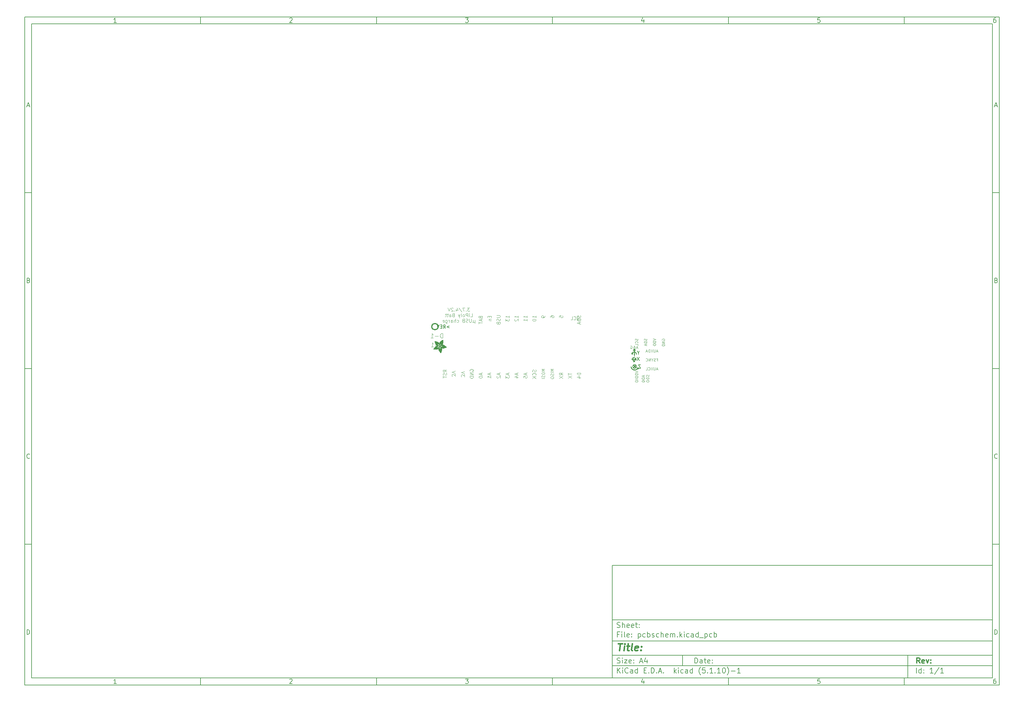
<source format=gbr>
%TF.GenerationSoftware,KiCad,Pcbnew,(5.1.10)-1*%
%TF.CreationDate,2021-10-05T18:10:51-07:00*%
%TF.ProjectId,pcbschem,70636273-6368-4656-9d2e-6b696361645f,rev?*%
%TF.SameCoordinates,Original*%
%TF.FileFunction,Legend,Bot*%
%TF.FilePolarity,Positive*%
%FSLAX46Y46*%
G04 Gerber Fmt 4.6, Leading zero omitted, Abs format (unit mm)*
G04 Created by KiCad (PCBNEW (5.1.10)-1) date 2021-10-05 18:10:51*
%MOMM*%
%LPD*%
G01*
G04 APERTURE LIST*
%ADD10C,0.100000*%
%ADD11C,0.150000*%
%ADD12C,0.300000*%
%ADD13C,0.400000*%
%ADD14C,0.121920*%
%ADD15C,0.203200*%
%ADD16C,0.254000*%
%ADD17C,0.106680*%
%ADD18C,0.304800*%
%ADD19C,0.120650*%
G04 APERTURE END LIST*
D10*
D11*
X177002200Y-166007200D02*
X177002200Y-198007200D01*
X285002200Y-198007200D01*
X285002200Y-166007200D01*
X177002200Y-166007200D01*
D10*
D11*
X10000000Y-10000000D02*
X10000000Y-200007200D01*
X287002200Y-200007200D01*
X287002200Y-10000000D01*
X10000000Y-10000000D01*
D10*
D11*
X12000000Y-12000000D02*
X12000000Y-198007200D01*
X285002200Y-198007200D01*
X285002200Y-12000000D01*
X12000000Y-12000000D01*
D10*
D11*
X60000000Y-12000000D02*
X60000000Y-10000000D01*
D10*
D11*
X110000000Y-12000000D02*
X110000000Y-10000000D01*
D10*
D11*
X160000000Y-12000000D02*
X160000000Y-10000000D01*
D10*
D11*
X210000000Y-12000000D02*
X210000000Y-10000000D01*
D10*
D11*
X260000000Y-12000000D02*
X260000000Y-10000000D01*
D10*
D11*
X36065476Y-11588095D02*
X35322619Y-11588095D01*
X35694047Y-11588095D02*
X35694047Y-10288095D01*
X35570238Y-10473809D01*
X35446428Y-10597619D01*
X35322619Y-10659523D01*
D10*
D11*
X85322619Y-10411904D02*
X85384523Y-10350000D01*
X85508333Y-10288095D01*
X85817857Y-10288095D01*
X85941666Y-10350000D01*
X86003571Y-10411904D01*
X86065476Y-10535714D01*
X86065476Y-10659523D01*
X86003571Y-10845238D01*
X85260714Y-11588095D01*
X86065476Y-11588095D01*
D10*
D11*
X135260714Y-10288095D02*
X136065476Y-10288095D01*
X135632142Y-10783333D01*
X135817857Y-10783333D01*
X135941666Y-10845238D01*
X136003571Y-10907142D01*
X136065476Y-11030952D01*
X136065476Y-11340476D01*
X136003571Y-11464285D01*
X135941666Y-11526190D01*
X135817857Y-11588095D01*
X135446428Y-11588095D01*
X135322619Y-11526190D01*
X135260714Y-11464285D01*
D10*
D11*
X185941666Y-10721428D02*
X185941666Y-11588095D01*
X185632142Y-10226190D02*
X185322619Y-11154761D01*
X186127380Y-11154761D01*
D10*
D11*
X236003571Y-10288095D02*
X235384523Y-10288095D01*
X235322619Y-10907142D01*
X235384523Y-10845238D01*
X235508333Y-10783333D01*
X235817857Y-10783333D01*
X235941666Y-10845238D01*
X236003571Y-10907142D01*
X236065476Y-11030952D01*
X236065476Y-11340476D01*
X236003571Y-11464285D01*
X235941666Y-11526190D01*
X235817857Y-11588095D01*
X235508333Y-11588095D01*
X235384523Y-11526190D01*
X235322619Y-11464285D01*
D10*
D11*
X285941666Y-10288095D02*
X285694047Y-10288095D01*
X285570238Y-10350000D01*
X285508333Y-10411904D01*
X285384523Y-10597619D01*
X285322619Y-10845238D01*
X285322619Y-11340476D01*
X285384523Y-11464285D01*
X285446428Y-11526190D01*
X285570238Y-11588095D01*
X285817857Y-11588095D01*
X285941666Y-11526190D01*
X286003571Y-11464285D01*
X286065476Y-11340476D01*
X286065476Y-11030952D01*
X286003571Y-10907142D01*
X285941666Y-10845238D01*
X285817857Y-10783333D01*
X285570238Y-10783333D01*
X285446428Y-10845238D01*
X285384523Y-10907142D01*
X285322619Y-11030952D01*
D10*
D11*
X60000000Y-198007200D02*
X60000000Y-200007200D01*
D10*
D11*
X110000000Y-198007200D02*
X110000000Y-200007200D01*
D10*
D11*
X160000000Y-198007200D02*
X160000000Y-200007200D01*
D10*
D11*
X210000000Y-198007200D02*
X210000000Y-200007200D01*
D10*
D11*
X260000000Y-198007200D02*
X260000000Y-200007200D01*
D10*
D11*
X36065476Y-199595295D02*
X35322619Y-199595295D01*
X35694047Y-199595295D02*
X35694047Y-198295295D01*
X35570238Y-198481009D01*
X35446428Y-198604819D01*
X35322619Y-198666723D01*
D10*
D11*
X85322619Y-198419104D02*
X85384523Y-198357200D01*
X85508333Y-198295295D01*
X85817857Y-198295295D01*
X85941666Y-198357200D01*
X86003571Y-198419104D01*
X86065476Y-198542914D01*
X86065476Y-198666723D01*
X86003571Y-198852438D01*
X85260714Y-199595295D01*
X86065476Y-199595295D01*
D10*
D11*
X135260714Y-198295295D02*
X136065476Y-198295295D01*
X135632142Y-198790533D01*
X135817857Y-198790533D01*
X135941666Y-198852438D01*
X136003571Y-198914342D01*
X136065476Y-199038152D01*
X136065476Y-199347676D01*
X136003571Y-199471485D01*
X135941666Y-199533390D01*
X135817857Y-199595295D01*
X135446428Y-199595295D01*
X135322619Y-199533390D01*
X135260714Y-199471485D01*
D10*
D11*
X185941666Y-198728628D02*
X185941666Y-199595295D01*
X185632142Y-198233390D02*
X185322619Y-199161961D01*
X186127380Y-199161961D01*
D10*
D11*
X236003571Y-198295295D02*
X235384523Y-198295295D01*
X235322619Y-198914342D01*
X235384523Y-198852438D01*
X235508333Y-198790533D01*
X235817857Y-198790533D01*
X235941666Y-198852438D01*
X236003571Y-198914342D01*
X236065476Y-199038152D01*
X236065476Y-199347676D01*
X236003571Y-199471485D01*
X235941666Y-199533390D01*
X235817857Y-199595295D01*
X235508333Y-199595295D01*
X235384523Y-199533390D01*
X235322619Y-199471485D01*
D10*
D11*
X285941666Y-198295295D02*
X285694047Y-198295295D01*
X285570238Y-198357200D01*
X285508333Y-198419104D01*
X285384523Y-198604819D01*
X285322619Y-198852438D01*
X285322619Y-199347676D01*
X285384523Y-199471485D01*
X285446428Y-199533390D01*
X285570238Y-199595295D01*
X285817857Y-199595295D01*
X285941666Y-199533390D01*
X286003571Y-199471485D01*
X286065476Y-199347676D01*
X286065476Y-199038152D01*
X286003571Y-198914342D01*
X285941666Y-198852438D01*
X285817857Y-198790533D01*
X285570238Y-198790533D01*
X285446428Y-198852438D01*
X285384523Y-198914342D01*
X285322619Y-199038152D01*
D10*
D11*
X10000000Y-60000000D02*
X12000000Y-60000000D01*
D10*
D11*
X10000000Y-110000000D02*
X12000000Y-110000000D01*
D10*
D11*
X10000000Y-160000000D02*
X12000000Y-160000000D01*
D10*
D11*
X10690476Y-35216666D02*
X11309523Y-35216666D01*
X10566666Y-35588095D02*
X11000000Y-34288095D01*
X11433333Y-35588095D01*
D10*
D11*
X11092857Y-84907142D02*
X11278571Y-84969047D01*
X11340476Y-85030952D01*
X11402380Y-85154761D01*
X11402380Y-85340476D01*
X11340476Y-85464285D01*
X11278571Y-85526190D01*
X11154761Y-85588095D01*
X10659523Y-85588095D01*
X10659523Y-84288095D01*
X11092857Y-84288095D01*
X11216666Y-84350000D01*
X11278571Y-84411904D01*
X11340476Y-84535714D01*
X11340476Y-84659523D01*
X11278571Y-84783333D01*
X11216666Y-84845238D01*
X11092857Y-84907142D01*
X10659523Y-84907142D01*
D10*
D11*
X11402380Y-135464285D02*
X11340476Y-135526190D01*
X11154761Y-135588095D01*
X11030952Y-135588095D01*
X10845238Y-135526190D01*
X10721428Y-135402380D01*
X10659523Y-135278571D01*
X10597619Y-135030952D01*
X10597619Y-134845238D01*
X10659523Y-134597619D01*
X10721428Y-134473809D01*
X10845238Y-134350000D01*
X11030952Y-134288095D01*
X11154761Y-134288095D01*
X11340476Y-134350000D01*
X11402380Y-134411904D01*
D10*
D11*
X10659523Y-185588095D02*
X10659523Y-184288095D01*
X10969047Y-184288095D01*
X11154761Y-184350000D01*
X11278571Y-184473809D01*
X11340476Y-184597619D01*
X11402380Y-184845238D01*
X11402380Y-185030952D01*
X11340476Y-185278571D01*
X11278571Y-185402380D01*
X11154761Y-185526190D01*
X10969047Y-185588095D01*
X10659523Y-185588095D01*
D10*
D11*
X287002200Y-60000000D02*
X285002200Y-60000000D01*
D10*
D11*
X287002200Y-110000000D02*
X285002200Y-110000000D01*
D10*
D11*
X287002200Y-160000000D02*
X285002200Y-160000000D01*
D10*
D11*
X285692676Y-35216666D02*
X286311723Y-35216666D01*
X285568866Y-35588095D02*
X286002200Y-34288095D01*
X286435533Y-35588095D01*
D10*
D11*
X286095057Y-84907142D02*
X286280771Y-84969047D01*
X286342676Y-85030952D01*
X286404580Y-85154761D01*
X286404580Y-85340476D01*
X286342676Y-85464285D01*
X286280771Y-85526190D01*
X286156961Y-85588095D01*
X285661723Y-85588095D01*
X285661723Y-84288095D01*
X286095057Y-84288095D01*
X286218866Y-84350000D01*
X286280771Y-84411904D01*
X286342676Y-84535714D01*
X286342676Y-84659523D01*
X286280771Y-84783333D01*
X286218866Y-84845238D01*
X286095057Y-84907142D01*
X285661723Y-84907142D01*
D10*
D11*
X286404580Y-135464285D02*
X286342676Y-135526190D01*
X286156961Y-135588095D01*
X286033152Y-135588095D01*
X285847438Y-135526190D01*
X285723628Y-135402380D01*
X285661723Y-135278571D01*
X285599819Y-135030952D01*
X285599819Y-134845238D01*
X285661723Y-134597619D01*
X285723628Y-134473809D01*
X285847438Y-134350000D01*
X286033152Y-134288095D01*
X286156961Y-134288095D01*
X286342676Y-134350000D01*
X286404580Y-134411904D01*
D10*
D11*
X285661723Y-185588095D02*
X285661723Y-184288095D01*
X285971247Y-184288095D01*
X286156961Y-184350000D01*
X286280771Y-184473809D01*
X286342676Y-184597619D01*
X286404580Y-184845238D01*
X286404580Y-185030952D01*
X286342676Y-185278571D01*
X286280771Y-185402380D01*
X286156961Y-185526190D01*
X285971247Y-185588095D01*
X285661723Y-185588095D01*
D10*
D11*
X200434342Y-193785771D02*
X200434342Y-192285771D01*
X200791485Y-192285771D01*
X201005771Y-192357200D01*
X201148628Y-192500057D01*
X201220057Y-192642914D01*
X201291485Y-192928628D01*
X201291485Y-193142914D01*
X201220057Y-193428628D01*
X201148628Y-193571485D01*
X201005771Y-193714342D01*
X200791485Y-193785771D01*
X200434342Y-193785771D01*
X202577200Y-193785771D02*
X202577200Y-193000057D01*
X202505771Y-192857200D01*
X202362914Y-192785771D01*
X202077200Y-192785771D01*
X201934342Y-192857200D01*
X202577200Y-193714342D02*
X202434342Y-193785771D01*
X202077200Y-193785771D01*
X201934342Y-193714342D01*
X201862914Y-193571485D01*
X201862914Y-193428628D01*
X201934342Y-193285771D01*
X202077200Y-193214342D01*
X202434342Y-193214342D01*
X202577200Y-193142914D01*
X203077200Y-192785771D02*
X203648628Y-192785771D01*
X203291485Y-192285771D02*
X203291485Y-193571485D01*
X203362914Y-193714342D01*
X203505771Y-193785771D01*
X203648628Y-193785771D01*
X204720057Y-193714342D02*
X204577200Y-193785771D01*
X204291485Y-193785771D01*
X204148628Y-193714342D01*
X204077200Y-193571485D01*
X204077200Y-193000057D01*
X204148628Y-192857200D01*
X204291485Y-192785771D01*
X204577200Y-192785771D01*
X204720057Y-192857200D01*
X204791485Y-193000057D01*
X204791485Y-193142914D01*
X204077200Y-193285771D01*
X205434342Y-193642914D02*
X205505771Y-193714342D01*
X205434342Y-193785771D01*
X205362914Y-193714342D01*
X205434342Y-193642914D01*
X205434342Y-193785771D01*
X205434342Y-192857200D02*
X205505771Y-192928628D01*
X205434342Y-193000057D01*
X205362914Y-192928628D01*
X205434342Y-192857200D01*
X205434342Y-193000057D01*
D10*
D11*
X177002200Y-194507200D02*
X285002200Y-194507200D01*
D10*
D11*
X178434342Y-196585771D02*
X178434342Y-195085771D01*
X179291485Y-196585771D02*
X178648628Y-195728628D01*
X179291485Y-195085771D02*
X178434342Y-195942914D01*
X179934342Y-196585771D02*
X179934342Y-195585771D01*
X179934342Y-195085771D02*
X179862914Y-195157200D01*
X179934342Y-195228628D01*
X180005771Y-195157200D01*
X179934342Y-195085771D01*
X179934342Y-195228628D01*
X181505771Y-196442914D02*
X181434342Y-196514342D01*
X181220057Y-196585771D01*
X181077200Y-196585771D01*
X180862914Y-196514342D01*
X180720057Y-196371485D01*
X180648628Y-196228628D01*
X180577200Y-195942914D01*
X180577200Y-195728628D01*
X180648628Y-195442914D01*
X180720057Y-195300057D01*
X180862914Y-195157200D01*
X181077200Y-195085771D01*
X181220057Y-195085771D01*
X181434342Y-195157200D01*
X181505771Y-195228628D01*
X182791485Y-196585771D02*
X182791485Y-195800057D01*
X182720057Y-195657200D01*
X182577200Y-195585771D01*
X182291485Y-195585771D01*
X182148628Y-195657200D01*
X182791485Y-196514342D02*
X182648628Y-196585771D01*
X182291485Y-196585771D01*
X182148628Y-196514342D01*
X182077200Y-196371485D01*
X182077200Y-196228628D01*
X182148628Y-196085771D01*
X182291485Y-196014342D01*
X182648628Y-196014342D01*
X182791485Y-195942914D01*
X184148628Y-196585771D02*
X184148628Y-195085771D01*
X184148628Y-196514342D02*
X184005771Y-196585771D01*
X183720057Y-196585771D01*
X183577200Y-196514342D01*
X183505771Y-196442914D01*
X183434342Y-196300057D01*
X183434342Y-195871485D01*
X183505771Y-195728628D01*
X183577200Y-195657200D01*
X183720057Y-195585771D01*
X184005771Y-195585771D01*
X184148628Y-195657200D01*
X186005771Y-195800057D02*
X186505771Y-195800057D01*
X186720057Y-196585771D02*
X186005771Y-196585771D01*
X186005771Y-195085771D01*
X186720057Y-195085771D01*
X187362914Y-196442914D02*
X187434342Y-196514342D01*
X187362914Y-196585771D01*
X187291485Y-196514342D01*
X187362914Y-196442914D01*
X187362914Y-196585771D01*
X188077200Y-196585771D02*
X188077200Y-195085771D01*
X188434342Y-195085771D01*
X188648628Y-195157200D01*
X188791485Y-195300057D01*
X188862914Y-195442914D01*
X188934342Y-195728628D01*
X188934342Y-195942914D01*
X188862914Y-196228628D01*
X188791485Y-196371485D01*
X188648628Y-196514342D01*
X188434342Y-196585771D01*
X188077200Y-196585771D01*
X189577200Y-196442914D02*
X189648628Y-196514342D01*
X189577200Y-196585771D01*
X189505771Y-196514342D01*
X189577200Y-196442914D01*
X189577200Y-196585771D01*
X190220057Y-196157200D02*
X190934342Y-196157200D01*
X190077200Y-196585771D02*
X190577200Y-195085771D01*
X191077200Y-196585771D01*
X191577200Y-196442914D02*
X191648628Y-196514342D01*
X191577200Y-196585771D01*
X191505771Y-196514342D01*
X191577200Y-196442914D01*
X191577200Y-196585771D01*
X194577200Y-196585771D02*
X194577200Y-195085771D01*
X194720057Y-196014342D02*
X195148628Y-196585771D01*
X195148628Y-195585771D02*
X194577200Y-196157200D01*
X195791485Y-196585771D02*
X195791485Y-195585771D01*
X195791485Y-195085771D02*
X195720057Y-195157200D01*
X195791485Y-195228628D01*
X195862914Y-195157200D01*
X195791485Y-195085771D01*
X195791485Y-195228628D01*
X197148628Y-196514342D02*
X197005771Y-196585771D01*
X196720057Y-196585771D01*
X196577200Y-196514342D01*
X196505771Y-196442914D01*
X196434342Y-196300057D01*
X196434342Y-195871485D01*
X196505771Y-195728628D01*
X196577200Y-195657200D01*
X196720057Y-195585771D01*
X197005771Y-195585771D01*
X197148628Y-195657200D01*
X198434342Y-196585771D02*
X198434342Y-195800057D01*
X198362914Y-195657200D01*
X198220057Y-195585771D01*
X197934342Y-195585771D01*
X197791485Y-195657200D01*
X198434342Y-196514342D02*
X198291485Y-196585771D01*
X197934342Y-196585771D01*
X197791485Y-196514342D01*
X197720057Y-196371485D01*
X197720057Y-196228628D01*
X197791485Y-196085771D01*
X197934342Y-196014342D01*
X198291485Y-196014342D01*
X198434342Y-195942914D01*
X199791485Y-196585771D02*
X199791485Y-195085771D01*
X199791485Y-196514342D02*
X199648628Y-196585771D01*
X199362914Y-196585771D01*
X199220057Y-196514342D01*
X199148628Y-196442914D01*
X199077200Y-196300057D01*
X199077200Y-195871485D01*
X199148628Y-195728628D01*
X199220057Y-195657200D01*
X199362914Y-195585771D01*
X199648628Y-195585771D01*
X199791485Y-195657200D01*
X202077200Y-197157200D02*
X202005771Y-197085771D01*
X201862914Y-196871485D01*
X201791485Y-196728628D01*
X201720057Y-196514342D01*
X201648628Y-196157200D01*
X201648628Y-195871485D01*
X201720057Y-195514342D01*
X201791485Y-195300057D01*
X201862914Y-195157200D01*
X202005771Y-194942914D01*
X202077200Y-194871485D01*
X203362914Y-195085771D02*
X202648628Y-195085771D01*
X202577200Y-195800057D01*
X202648628Y-195728628D01*
X202791485Y-195657200D01*
X203148628Y-195657200D01*
X203291485Y-195728628D01*
X203362914Y-195800057D01*
X203434342Y-195942914D01*
X203434342Y-196300057D01*
X203362914Y-196442914D01*
X203291485Y-196514342D01*
X203148628Y-196585771D01*
X202791485Y-196585771D01*
X202648628Y-196514342D01*
X202577200Y-196442914D01*
X204077200Y-196442914D02*
X204148628Y-196514342D01*
X204077200Y-196585771D01*
X204005771Y-196514342D01*
X204077200Y-196442914D01*
X204077200Y-196585771D01*
X205577200Y-196585771D02*
X204720057Y-196585771D01*
X205148628Y-196585771D02*
X205148628Y-195085771D01*
X205005771Y-195300057D01*
X204862914Y-195442914D01*
X204720057Y-195514342D01*
X206220057Y-196442914D02*
X206291485Y-196514342D01*
X206220057Y-196585771D01*
X206148628Y-196514342D01*
X206220057Y-196442914D01*
X206220057Y-196585771D01*
X207720057Y-196585771D02*
X206862914Y-196585771D01*
X207291485Y-196585771D02*
X207291485Y-195085771D01*
X207148628Y-195300057D01*
X207005771Y-195442914D01*
X206862914Y-195514342D01*
X208648628Y-195085771D02*
X208791485Y-195085771D01*
X208934342Y-195157200D01*
X209005771Y-195228628D01*
X209077200Y-195371485D01*
X209148628Y-195657200D01*
X209148628Y-196014342D01*
X209077200Y-196300057D01*
X209005771Y-196442914D01*
X208934342Y-196514342D01*
X208791485Y-196585771D01*
X208648628Y-196585771D01*
X208505771Y-196514342D01*
X208434342Y-196442914D01*
X208362914Y-196300057D01*
X208291485Y-196014342D01*
X208291485Y-195657200D01*
X208362914Y-195371485D01*
X208434342Y-195228628D01*
X208505771Y-195157200D01*
X208648628Y-195085771D01*
X209648628Y-197157200D02*
X209720057Y-197085771D01*
X209862914Y-196871485D01*
X209934342Y-196728628D01*
X210005771Y-196514342D01*
X210077200Y-196157200D01*
X210077200Y-195871485D01*
X210005771Y-195514342D01*
X209934342Y-195300057D01*
X209862914Y-195157200D01*
X209720057Y-194942914D01*
X209648628Y-194871485D01*
X210791485Y-196014342D02*
X211934342Y-196014342D01*
X213434342Y-196585771D02*
X212577200Y-196585771D01*
X213005771Y-196585771D02*
X213005771Y-195085771D01*
X212862914Y-195300057D01*
X212720057Y-195442914D01*
X212577200Y-195514342D01*
D10*
D11*
X177002200Y-191507200D02*
X285002200Y-191507200D01*
D10*
D12*
X264411485Y-193785771D02*
X263911485Y-193071485D01*
X263554342Y-193785771D02*
X263554342Y-192285771D01*
X264125771Y-192285771D01*
X264268628Y-192357200D01*
X264340057Y-192428628D01*
X264411485Y-192571485D01*
X264411485Y-192785771D01*
X264340057Y-192928628D01*
X264268628Y-193000057D01*
X264125771Y-193071485D01*
X263554342Y-193071485D01*
X265625771Y-193714342D02*
X265482914Y-193785771D01*
X265197200Y-193785771D01*
X265054342Y-193714342D01*
X264982914Y-193571485D01*
X264982914Y-193000057D01*
X265054342Y-192857200D01*
X265197200Y-192785771D01*
X265482914Y-192785771D01*
X265625771Y-192857200D01*
X265697200Y-193000057D01*
X265697200Y-193142914D01*
X264982914Y-193285771D01*
X266197200Y-192785771D02*
X266554342Y-193785771D01*
X266911485Y-192785771D01*
X267482914Y-193642914D02*
X267554342Y-193714342D01*
X267482914Y-193785771D01*
X267411485Y-193714342D01*
X267482914Y-193642914D01*
X267482914Y-193785771D01*
X267482914Y-192857200D02*
X267554342Y-192928628D01*
X267482914Y-193000057D01*
X267411485Y-192928628D01*
X267482914Y-192857200D01*
X267482914Y-193000057D01*
D10*
D11*
X178362914Y-193714342D02*
X178577200Y-193785771D01*
X178934342Y-193785771D01*
X179077200Y-193714342D01*
X179148628Y-193642914D01*
X179220057Y-193500057D01*
X179220057Y-193357200D01*
X179148628Y-193214342D01*
X179077200Y-193142914D01*
X178934342Y-193071485D01*
X178648628Y-193000057D01*
X178505771Y-192928628D01*
X178434342Y-192857200D01*
X178362914Y-192714342D01*
X178362914Y-192571485D01*
X178434342Y-192428628D01*
X178505771Y-192357200D01*
X178648628Y-192285771D01*
X179005771Y-192285771D01*
X179220057Y-192357200D01*
X179862914Y-193785771D02*
X179862914Y-192785771D01*
X179862914Y-192285771D02*
X179791485Y-192357200D01*
X179862914Y-192428628D01*
X179934342Y-192357200D01*
X179862914Y-192285771D01*
X179862914Y-192428628D01*
X180434342Y-192785771D02*
X181220057Y-192785771D01*
X180434342Y-193785771D01*
X181220057Y-193785771D01*
X182362914Y-193714342D02*
X182220057Y-193785771D01*
X181934342Y-193785771D01*
X181791485Y-193714342D01*
X181720057Y-193571485D01*
X181720057Y-193000057D01*
X181791485Y-192857200D01*
X181934342Y-192785771D01*
X182220057Y-192785771D01*
X182362914Y-192857200D01*
X182434342Y-193000057D01*
X182434342Y-193142914D01*
X181720057Y-193285771D01*
X183077200Y-193642914D02*
X183148628Y-193714342D01*
X183077200Y-193785771D01*
X183005771Y-193714342D01*
X183077200Y-193642914D01*
X183077200Y-193785771D01*
X183077200Y-192857200D02*
X183148628Y-192928628D01*
X183077200Y-193000057D01*
X183005771Y-192928628D01*
X183077200Y-192857200D01*
X183077200Y-193000057D01*
X184862914Y-193357200D02*
X185577200Y-193357200D01*
X184720057Y-193785771D02*
X185220057Y-192285771D01*
X185720057Y-193785771D01*
X186862914Y-192785771D02*
X186862914Y-193785771D01*
X186505771Y-192214342D02*
X186148628Y-193285771D01*
X187077200Y-193285771D01*
D10*
D11*
X263434342Y-196585771D02*
X263434342Y-195085771D01*
X264791485Y-196585771D02*
X264791485Y-195085771D01*
X264791485Y-196514342D02*
X264648628Y-196585771D01*
X264362914Y-196585771D01*
X264220057Y-196514342D01*
X264148628Y-196442914D01*
X264077200Y-196300057D01*
X264077200Y-195871485D01*
X264148628Y-195728628D01*
X264220057Y-195657200D01*
X264362914Y-195585771D01*
X264648628Y-195585771D01*
X264791485Y-195657200D01*
X265505771Y-196442914D02*
X265577200Y-196514342D01*
X265505771Y-196585771D01*
X265434342Y-196514342D01*
X265505771Y-196442914D01*
X265505771Y-196585771D01*
X265505771Y-195657200D02*
X265577200Y-195728628D01*
X265505771Y-195800057D01*
X265434342Y-195728628D01*
X265505771Y-195657200D01*
X265505771Y-195800057D01*
X268148628Y-196585771D02*
X267291485Y-196585771D01*
X267720057Y-196585771D02*
X267720057Y-195085771D01*
X267577200Y-195300057D01*
X267434342Y-195442914D01*
X267291485Y-195514342D01*
X269862914Y-195014342D02*
X268577200Y-196942914D01*
X271148628Y-196585771D02*
X270291485Y-196585771D01*
X270720057Y-196585771D02*
X270720057Y-195085771D01*
X270577200Y-195300057D01*
X270434342Y-195442914D01*
X270291485Y-195514342D01*
D10*
D11*
X177002200Y-187507200D02*
X285002200Y-187507200D01*
D10*
D13*
X178714580Y-188211961D02*
X179857438Y-188211961D01*
X179036009Y-190211961D02*
X179286009Y-188211961D01*
X180274104Y-190211961D02*
X180440771Y-188878628D01*
X180524104Y-188211961D02*
X180416961Y-188307200D01*
X180500295Y-188402438D01*
X180607438Y-188307200D01*
X180524104Y-188211961D01*
X180500295Y-188402438D01*
X181107438Y-188878628D02*
X181869342Y-188878628D01*
X181476485Y-188211961D02*
X181262200Y-189926247D01*
X181333628Y-190116723D01*
X181512200Y-190211961D01*
X181702676Y-190211961D01*
X182655057Y-190211961D02*
X182476485Y-190116723D01*
X182405057Y-189926247D01*
X182619342Y-188211961D01*
X184190771Y-190116723D02*
X183988390Y-190211961D01*
X183607438Y-190211961D01*
X183428866Y-190116723D01*
X183357438Y-189926247D01*
X183452676Y-189164342D01*
X183571723Y-188973866D01*
X183774104Y-188878628D01*
X184155057Y-188878628D01*
X184333628Y-188973866D01*
X184405057Y-189164342D01*
X184381247Y-189354819D01*
X183405057Y-189545295D01*
X185155057Y-190021485D02*
X185238390Y-190116723D01*
X185131247Y-190211961D01*
X185047914Y-190116723D01*
X185155057Y-190021485D01*
X185131247Y-190211961D01*
X185286009Y-188973866D02*
X185369342Y-189069104D01*
X185262200Y-189164342D01*
X185178866Y-189069104D01*
X185286009Y-188973866D01*
X185262200Y-189164342D01*
D10*
D11*
X178934342Y-185600057D02*
X178434342Y-185600057D01*
X178434342Y-186385771D02*
X178434342Y-184885771D01*
X179148628Y-184885771D01*
X179720057Y-186385771D02*
X179720057Y-185385771D01*
X179720057Y-184885771D02*
X179648628Y-184957200D01*
X179720057Y-185028628D01*
X179791485Y-184957200D01*
X179720057Y-184885771D01*
X179720057Y-185028628D01*
X180648628Y-186385771D02*
X180505771Y-186314342D01*
X180434342Y-186171485D01*
X180434342Y-184885771D01*
X181791485Y-186314342D02*
X181648628Y-186385771D01*
X181362914Y-186385771D01*
X181220057Y-186314342D01*
X181148628Y-186171485D01*
X181148628Y-185600057D01*
X181220057Y-185457200D01*
X181362914Y-185385771D01*
X181648628Y-185385771D01*
X181791485Y-185457200D01*
X181862914Y-185600057D01*
X181862914Y-185742914D01*
X181148628Y-185885771D01*
X182505771Y-186242914D02*
X182577200Y-186314342D01*
X182505771Y-186385771D01*
X182434342Y-186314342D01*
X182505771Y-186242914D01*
X182505771Y-186385771D01*
X182505771Y-185457200D02*
X182577200Y-185528628D01*
X182505771Y-185600057D01*
X182434342Y-185528628D01*
X182505771Y-185457200D01*
X182505771Y-185600057D01*
X184362914Y-185385771D02*
X184362914Y-186885771D01*
X184362914Y-185457200D02*
X184505771Y-185385771D01*
X184791485Y-185385771D01*
X184934342Y-185457200D01*
X185005771Y-185528628D01*
X185077200Y-185671485D01*
X185077200Y-186100057D01*
X185005771Y-186242914D01*
X184934342Y-186314342D01*
X184791485Y-186385771D01*
X184505771Y-186385771D01*
X184362914Y-186314342D01*
X186362914Y-186314342D02*
X186220057Y-186385771D01*
X185934342Y-186385771D01*
X185791485Y-186314342D01*
X185720057Y-186242914D01*
X185648628Y-186100057D01*
X185648628Y-185671485D01*
X185720057Y-185528628D01*
X185791485Y-185457200D01*
X185934342Y-185385771D01*
X186220057Y-185385771D01*
X186362914Y-185457200D01*
X187005771Y-186385771D02*
X187005771Y-184885771D01*
X187005771Y-185457200D02*
X187148628Y-185385771D01*
X187434342Y-185385771D01*
X187577200Y-185457200D01*
X187648628Y-185528628D01*
X187720057Y-185671485D01*
X187720057Y-186100057D01*
X187648628Y-186242914D01*
X187577200Y-186314342D01*
X187434342Y-186385771D01*
X187148628Y-186385771D01*
X187005771Y-186314342D01*
X188291485Y-186314342D02*
X188434342Y-186385771D01*
X188720057Y-186385771D01*
X188862914Y-186314342D01*
X188934342Y-186171485D01*
X188934342Y-186100057D01*
X188862914Y-185957200D01*
X188720057Y-185885771D01*
X188505771Y-185885771D01*
X188362914Y-185814342D01*
X188291485Y-185671485D01*
X188291485Y-185600057D01*
X188362914Y-185457200D01*
X188505771Y-185385771D01*
X188720057Y-185385771D01*
X188862914Y-185457200D01*
X190220057Y-186314342D02*
X190077200Y-186385771D01*
X189791485Y-186385771D01*
X189648628Y-186314342D01*
X189577200Y-186242914D01*
X189505771Y-186100057D01*
X189505771Y-185671485D01*
X189577200Y-185528628D01*
X189648628Y-185457200D01*
X189791485Y-185385771D01*
X190077200Y-185385771D01*
X190220057Y-185457200D01*
X190862914Y-186385771D02*
X190862914Y-184885771D01*
X191505771Y-186385771D02*
X191505771Y-185600057D01*
X191434342Y-185457200D01*
X191291485Y-185385771D01*
X191077200Y-185385771D01*
X190934342Y-185457200D01*
X190862914Y-185528628D01*
X192791485Y-186314342D02*
X192648628Y-186385771D01*
X192362914Y-186385771D01*
X192220057Y-186314342D01*
X192148628Y-186171485D01*
X192148628Y-185600057D01*
X192220057Y-185457200D01*
X192362914Y-185385771D01*
X192648628Y-185385771D01*
X192791485Y-185457200D01*
X192862914Y-185600057D01*
X192862914Y-185742914D01*
X192148628Y-185885771D01*
X193505771Y-186385771D02*
X193505771Y-185385771D01*
X193505771Y-185528628D02*
X193577200Y-185457200D01*
X193720057Y-185385771D01*
X193934342Y-185385771D01*
X194077200Y-185457200D01*
X194148628Y-185600057D01*
X194148628Y-186385771D01*
X194148628Y-185600057D02*
X194220057Y-185457200D01*
X194362914Y-185385771D01*
X194577200Y-185385771D01*
X194720057Y-185457200D01*
X194791485Y-185600057D01*
X194791485Y-186385771D01*
X195505771Y-186242914D02*
X195577200Y-186314342D01*
X195505771Y-186385771D01*
X195434342Y-186314342D01*
X195505771Y-186242914D01*
X195505771Y-186385771D01*
X196220057Y-186385771D02*
X196220057Y-184885771D01*
X196362914Y-185814342D02*
X196791485Y-186385771D01*
X196791485Y-185385771D02*
X196220057Y-185957200D01*
X197434342Y-186385771D02*
X197434342Y-185385771D01*
X197434342Y-184885771D02*
X197362914Y-184957200D01*
X197434342Y-185028628D01*
X197505771Y-184957200D01*
X197434342Y-184885771D01*
X197434342Y-185028628D01*
X198791485Y-186314342D02*
X198648628Y-186385771D01*
X198362914Y-186385771D01*
X198220057Y-186314342D01*
X198148628Y-186242914D01*
X198077200Y-186100057D01*
X198077200Y-185671485D01*
X198148628Y-185528628D01*
X198220057Y-185457200D01*
X198362914Y-185385771D01*
X198648628Y-185385771D01*
X198791485Y-185457200D01*
X200077200Y-186385771D02*
X200077200Y-185600057D01*
X200005771Y-185457200D01*
X199862914Y-185385771D01*
X199577200Y-185385771D01*
X199434342Y-185457200D01*
X200077200Y-186314342D02*
X199934342Y-186385771D01*
X199577200Y-186385771D01*
X199434342Y-186314342D01*
X199362914Y-186171485D01*
X199362914Y-186028628D01*
X199434342Y-185885771D01*
X199577200Y-185814342D01*
X199934342Y-185814342D01*
X200077200Y-185742914D01*
X201434342Y-186385771D02*
X201434342Y-184885771D01*
X201434342Y-186314342D02*
X201291485Y-186385771D01*
X201005771Y-186385771D01*
X200862914Y-186314342D01*
X200791485Y-186242914D01*
X200720057Y-186100057D01*
X200720057Y-185671485D01*
X200791485Y-185528628D01*
X200862914Y-185457200D01*
X201005771Y-185385771D01*
X201291485Y-185385771D01*
X201434342Y-185457200D01*
X201791485Y-186528628D02*
X202934342Y-186528628D01*
X203291485Y-185385771D02*
X203291485Y-186885771D01*
X203291485Y-185457200D02*
X203434342Y-185385771D01*
X203720057Y-185385771D01*
X203862914Y-185457200D01*
X203934342Y-185528628D01*
X204005771Y-185671485D01*
X204005771Y-186100057D01*
X203934342Y-186242914D01*
X203862914Y-186314342D01*
X203720057Y-186385771D01*
X203434342Y-186385771D01*
X203291485Y-186314342D01*
X205291485Y-186314342D02*
X205148628Y-186385771D01*
X204862914Y-186385771D01*
X204720057Y-186314342D01*
X204648628Y-186242914D01*
X204577200Y-186100057D01*
X204577200Y-185671485D01*
X204648628Y-185528628D01*
X204720057Y-185457200D01*
X204862914Y-185385771D01*
X205148628Y-185385771D01*
X205291485Y-185457200D01*
X205934342Y-186385771D02*
X205934342Y-184885771D01*
X205934342Y-185457200D02*
X206077200Y-185385771D01*
X206362914Y-185385771D01*
X206505771Y-185457200D01*
X206577200Y-185528628D01*
X206648628Y-185671485D01*
X206648628Y-186100057D01*
X206577200Y-186242914D01*
X206505771Y-186314342D01*
X206362914Y-186385771D01*
X206077200Y-186385771D01*
X205934342Y-186314342D01*
D10*
D11*
X177002200Y-181507200D02*
X285002200Y-181507200D01*
D10*
D11*
X178362914Y-183614342D02*
X178577200Y-183685771D01*
X178934342Y-183685771D01*
X179077200Y-183614342D01*
X179148628Y-183542914D01*
X179220057Y-183400057D01*
X179220057Y-183257200D01*
X179148628Y-183114342D01*
X179077200Y-183042914D01*
X178934342Y-182971485D01*
X178648628Y-182900057D01*
X178505771Y-182828628D01*
X178434342Y-182757200D01*
X178362914Y-182614342D01*
X178362914Y-182471485D01*
X178434342Y-182328628D01*
X178505771Y-182257200D01*
X178648628Y-182185771D01*
X179005771Y-182185771D01*
X179220057Y-182257200D01*
X179862914Y-183685771D02*
X179862914Y-182185771D01*
X180505771Y-183685771D02*
X180505771Y-182900057D01*
X180434342Y-182757200D01*
X180291485Y-182685771D01*
X180077200Y-182685771D01*
X179934342Y-182757200D01*
X179862914Y-182828628D01*
X181791485Y-183614342D02*
X181648628Y-183685771D01*
X181362914Y-183685771D01*
X181220057Y-183614342D01*
X181148628Y-183471485D01*
X181148628Y-182900057D01*
X181220057Y-182757200D01*
X181362914Y-182685771D01*
X181648628Y-182685771D01*
X181791485Y-182757200D01*
X181862914Y-182900057D01*
X181862914Y-183042914D01*
X181148628Y-183185771D01*
X183077200Y-183614342D02*
X182934342Y-183685771D01*
X182648628Y-183685771D01*
X182505771Y-183614342D01*
X182434342Y-183471485D01*
X182434342Y-182900057D01*
X182505771Y-182757200D01*
X182648628Y-182685771D01*
X182934342Y-182685771D01*
X183077200Y-182757200D01*
X183148628Y-182900057D01*
X183148628Y-183042914D01*
X182434342Y-183185771D01*
X183577200Y-182685771D02*
X184148628Y-182685771D01*
X183791485Y-182185771D02*
X183791485Y-183471485D01*
X183862914Y-183614342D01*
X184005771Y-183685771D01*
X184148628Y-183685771D01*
X184648628Y-183542914D02*
X184720057Y-183614342D01*
X184648628Y-183685771D01*
X184577200Y-183614342D01*
X184648628Y-183542914D01*
X184648628Y-183685771D01*
X184648628Y-182757200D02*
X184720057Y-182828628D01*
X184648628Y-182900057D01*
X184577200Y-182828628D01*
X184648628Y-182757200D01*
X184648628Y-182900057D01*
D10*
D11*
X197002200Y-191507200D02*
X197002200Y-194507200D01*
D10*
D11*
X261002200Y-191507200D02*
X261002200Y-198007200D01*
D14*
X184215773Y-104090893D02*
X183848078Y-104090893D01*
X184289312Y-104311510D02*
X184031926Y-103539350D01*
X183774539Y-104311510D01*
X182892071Y-104311510D02*
X182928840Y-104311510D01*
X183002379Y-104274740D01*
X183112688Y-104164432D01*
X183296535Y-103943815D01*
X183370074Y-103833506D01*
X183406844Y-103723198D01*
X183406844Y-103649659D01*
X183370074Y-103576120D01*
X183296535Y-103539350D01*
X183259766Y-103539350D01*
X183186227Y-103576120D01*
X183149457Y-103649659D01*
X183149457Y-103686428D01*
X183186227Y-103759967D01*
X183222996Y-103796737D01*
X183443613Y-103943815D01*
X183480383Y-103980584D01*
X183517152Y-104054123D01*
X183517152Y-104164432D01*
X183480383Y-104237971D01*
X183443613Y-104274740D01*
X183370074Y-104311510D01*
X183259766Y-104311510D01*
X183186227Y-104274740D01*
X183149457Y-104237971D01*
X183039149Y-104090893D01*
X183002379Y-103980584D01*
X183002379Y-103907045D01*
X182156680Y-103576120D02*
X182230219Y-103539350D01*
X182340528Y-103539350D01*
X182450836Y-103576120D01*
X182524375Y-103649659D01*
X182561145Y-103723198D01*
X182597914Y-103870276D01*
X182597914Y-103980584D01*
X182561145Y-104127662D01*
X182524375Y-104201201D01*
X182450836Y-104274740D01*
X182340528Y-104311510D01*
X182266989Y-104311510D01*
X182156680Y-104274740D01*
X182119911Y-104237971D01*
X182119911Y-103980584D01*
X182266989Y-103980584D01*
X189611217Y-107488445D02*
X189868604Y-107488445D01*
X189868604Y-107892910D02*
X189868604Y-107120750D01*
X189500909Y-107120750D01*
X189243522Y-107856140D02*
X189133213Y-107892910D01*
X188949366Y-107892910D01*
X188875827Y-107856140D01*
X188839057Y-107819371D01*
X188802288Y-107745832D01*
X188802288Y-107672293D01*
X188839057Y-107598754D01*
X188875827Y-107561984D01*
X188949366Y-107525215D01*
X189096444Y-107488445D01*
X189169983Y-107451676D01*
X189206752Y-107414906D01*
X189243522Y-107341367D01*
X189243522Y-107267828D01*
X189206752Y-107194289D01*
X189169983Y-107157520D01*
X189096444Y-107120750D01*
X188912596Y-107120750D01*
X188802288Y-107157520D01*
X188324284Y-107525215D02*
X188324284Y-107892910D01*
X188581671Y-107120750D02*
X188324284Y-107525215D01*
X188066897Y-107120750D01*
X187809511Y-107892910D02*
X187809511Y-107120750D01*
X187368276Y-107892910D01*
X187368276Y-107120750D01*
X186559347Y-107819371D02*
X186596116Y-107856140D01*
X186706425Y-107892910D01*
X186779964Y-107892910D01*
X186890272Y-107856140D01*
X186963812Y-107782601D01*
X187000581Y-107709062D01*
X187037351Y-107561984D01*
X187037351Y-107451676D01*
X187000581Y-107304598D01*
X186963812Y-107231059D01*
X186890272Y-107157520D01*
X186779964Y-107120750D01*
X186706425Y-107120750D01*
X186596116Y-107157520D01*
X186559347Y-107194289D01*
X189905373Y-110212293D02*
X189537678Y-110212293D01*
X189978912Y-110432910D02*
X189721526Y-109660750D01*
X189464139Y-110432910D01*
X189206752Y-109660750D02*
X189206752Y-110285832D01*
X189169983Y-110359371D01*
X189133213Y-110396140D01*
X189059674Y-110432910D01*
X188912596Y-110432910D01*
X188839057Y-110396140D01*
X188802288Y-110359371D01*
X188765518Y-110285832D01*
X188765518Y-109660750D01*
X188471362Y-109660750D02*
X187956589Y-110432910D01*
X187956589Y-109660750D02*
X188471362Y-110432910D01*
X187221198Y-110359371D02*
X187257968Y-110396140D01*
X187368276Y-110432910D01*
X187441815Y-110432910D01*
X187552124Y-110396140D01*
X187625663Y-110322601D01*
X187662432Y-110249062D01*
X187699202Y-110101984D01*
X187699202Y-109991676D01*
X187662432Y-109844598D01*
X187625663Y-109771059D01*
X187552124Y-109697520D01*
X187441815Y-109660750D01*
X187368276Y-109660750D01*
X187257968Y-109697520D01*
X187221198Y-109734289D01*
X186522577Y-110432910D02*
X186890272Y-110432910D01*
X186890272Y-109660750D01*
D15*
X185061134Y-108945438D02*
X184417667Y-108945438D01*
X185061134Y-109910638D01*
X184417667Y-109910638D01*
D14*
X188565850Y-101473387D02*
X189338010Y-101730773D01*
X188565850Y-101988160D01*
X189338010Y-102245547D02*
X188565850Y-102245547D01*
X188565850Y-102429394D01*
X188602620Y-102539703D01*
X188676159Y-102613242D01*
X188749698Y-102650011D01*
X188896776Y-102686781D01*
X189007084Y-102686781D01*
X189154162Y-102650011D01*
X189227701Y-102613242D01*
X189301240Y-102539703D01*
X189338010Y-102429394D01*
X189338010Y-102245547D01*
X189338010Y-103017707D02*
X188565850Y-103017707D01*
X188565850Y-103201554D01*
X188602620Y-103311863D01*
X188676159Y-103385402D01*
X188749698Y-103422171D01*
X188896776Y-103458941D01*
X189007084Y-103458941D01*
X189154162Y-103422171D01*
X189227701Y-103385402D01*
X189301240Y-103311863D01*
X189338010Y-103201554D01*
X189338010Y-103017707D01*
X186761240Y-101546926D02*
X186798010Y-101657234D01*
X186798010Y-101841082D01*
X186761240Y-101914621D01*
X186724471Y-101951390D01*
X186650932Y-101988160D01*
X186577393Y-101988160D01*
X186503854Y-101951390D01*
X186467084Y-101914621D01*
X186430315Y-101841082D01*
X186393545Y-101694004D01*
X186356776Y-101620465D01*
X186320006Y-101583695D01*
X186246467Y-101546926D01*
X186172928Y-101546926D01*
X186099389Y-101583695D01*
X186062620Y-101620465D01*
X186025850Y-101694004D01*
X186025850Y-101877851D01*
X186062620Y-101988160D01*
X186798010Y-102319086D02*
X186025850Y-102319086D01*
X186025850Y-102502933D01*
X186062620Y-102613242D01*
X186136159Y-102686781D01*
X186209698Y-102723550D01*
X186356776Y-102760320D01*
X186467084Y-102760320D01*
X186614162Y-102723550D01*
X186687701Y-102686781D01*
X186761240Y-102613242D01*
X186798010Y-102502933D01*
X186798010Y-102319086D01*
X186577393Y-103054476D02*
X186577393Y-103422171D01*
X186798010Y-102980937D02*
X186025850Y-103238324D01*
X186798010Y-103495710D01*
X183485850Y-110682894D02*
X184258010Y-110940281D01*
X183485850Y-111197668D01*
X184258010Y-111455054D02*
X183485850Y-111455054D01*
X183485850Y-111638902D01*
X183522620Y-111749211D01*
X183596159Y-111822750D01*
X183669698Y-111859519D01*
X183816776Y-111896289D01*
X183927084Y-111896289D01*
X184074162Y-111859519D01*
X184147701Y-111822750D01*
X184221240Y-111749211D01*
X184258010Y-111638902D01*
X184258010Y-111455054D01*
X184258010Y-112227214D02*
X183485850Y-112227214D01*
X183485850Y-112411062D01*
X183522620Y-112521371D01*
X183596159Y-112594910D01*
X183669698Y-112631679D01*
X183816776Y-112668449D01*
X183927084Y-112668449D01*
X184074162Y-112631679D01*
X184147701Y-112594910D01*
X184221240Y-112521371D01*
X184258010Y-112411062D01*
X184258010Y-112227214D01*
X184258010Y-112999374D02*
X183485850Y-112999374D01*
X183485850Y-113514148D02*
X183485850Y-113661226D01*
X183522620Y-113734765D01*
X183596159Y-113808304D01*
X183743237Y-113845073D01*
X184000623Y-113845073D01*
X184147701Y-113808304D01*
X184221240Y-113734765D01*
X184258010Y-113661226D01*
X184258010Y-113514148D01*
X184221240Y-113440609D01*
X184147701Y-113367070D01*
X184000623Y-113330300D01*
X183743237Y-113330300D01*
X183596159Y-113367070D01*
X183522620Y-113440609D01*
X183485850Y-113514148D01*
D15*
X184404362Y-105514019D02*
X184404362Y-105973638D01*
X184726096Y-105008438D02*
X184404362Y-105514019D01*
X184082629Y-105008438D01*
X184680134Y-106786438D02*
X184036667Y-107751638D01*
X184036667Y-106786438D02*
X184680134Y-107751638D01*
D14*
X191142620Y-101988160D02*
X191105850Y-101914621D01*
X191105850Y-101804312D01*
X191142620Y-101694004D01*
X191216159Y-101620465D01*
X191289698Y-101583695D01*
X191436776Y-101546926D01*
X191547084Y-101546926D01*
X191694162Y-101583695D01*
X191767701Y-101620465D01*
X191841240Y-101694004D01*
X191878010Y-101804312D01*
X191878010Y-101877851D01*
X191841240Y-101988160D01*
X191804471Y-102024929D01*
X191547084Y-102024929D01*
X191547084Y-101877851D01*
X191878010Y-102355855D02*
X191105850Y-102355855D01*
X191878010Y-102797089D01*
X191105850Y-102797089D01*
X191878010Y-103164785D02*
X191105850Y-103164785D01*
X191105850Y-103348632D01*
X191142620Y-103458941D01*
X191216159Y-103532480D01*
X191289698Y-103569249D01*
X191436776Y-103606019D01*
X191547084Y-103606019D01*
X191694162Y-103569249D01*
X191767701Y-103532480D01*
X191841240Y-103458941D01*
X191878010Y-103348632D01*
X191878010Y-103164785D01*
X184221240Y-101546926D02*
X184258010Y-101657234D01*
X184258010Y-101841082D01*
X184221240Y-101914621D01*
X184184471Y-101951390D01*
X184110932Y-101988160D01*
X184037393Y-101988160D01*
X183963854Y-101951390D01*
X183927084Y-101914621D01*
X183890315Y-101841082D01*
X183853545Y-101694004D01*
X183816776Y-101620465D01*
X183780006Y-101583695D01*
X183706467Y-101546926D01*
X183632928Y-101546926D01*
X183559389Y-101583695D01*
X183522620Y-101620465D01*
X183485850Y-101694004D01*
X183485850Y-101877851D01*
X183522620Y-101988160D01*
X184184471Y-102760320D02*
X184221240Y-102723550D01*
X184258010Y-102613242D01*
X184258010Y-102539703D01*
X184221240Y-102429394D01*
X184147701Y-102355855D01*
X184074162Y-102319086D01*
X183927084Y-102282316D01*
X183816776Y-102282316D01*
X183669698Y-102319086D01*
X183596159Y-102355855D01*
X183522620Y-102429394D01*
X183485850Y-102539703D01*
X183485850Y-102613242D01*
X183522620Y-102723550D01*
X183559389Y-102760320D01*
X184258010Y-103458941D02*
X184258010Y-103091246D01*
X183485850Y-103091246D01*
X185937313Y-111969828D02*
X185937313Y-112337523D01*
X186157930Y-111896289D02*
X185385770Y-112153675D01*
X186157930Y-112411062D01*
X186157930Y-112668449D02*
X185385770Y-112668449D01*
X185385770Y-112852296D01*
X185422540Y-112962605D01*
X185496079Y-113036144D01*
X185569618Y-113072913D01*
X185716696Y-113109683D01*
X185827004Y-113109683D01*
X185974082Y-113072913D01*
X186047621Y-113036144D01*
X186121160Y-112962605D01*
X186157930Y-112852296D01*
X186157930Y-112668449D01*
X185385770Y-113587687D02*
X185385770Y-113661226D01*
X185422540Y-113734765D01*
X185459309Y-113771534D01*
X185532848Y-113808304D01*
X185679926Y-113845073D01*
X185863774Y-113845073D01*
X186010852Y-113808304D01*
X186084391Y-113771534D01*
X186121160Y-113734765D01*
X186157930Y-113661226D01*
X186157930Y-113587687D01*
X186121160Y-113514148D01*
X186084391Y-113477378D01*
X186010852Y-113440609D01*
X185863774Y-113403839D01*
X185679926Y-113403839D01*
X185532848Y-113440609D01*
X185459309Y-113477378D01*
X185422540Y-113514148D01*
X185385770Y-113587687D01*
X187401320Y-111822750D02*
X187438090Y-111933058D01*
X187438090Y-112116906D01*
X187401320Y-112190445D01*
X187364551Y-112227214D01*
X187291012Y-112263984D01*
X187217473Y-112263984D01*
X187143934Y-112227214D01*
X187107164Y-112190445D01*
X187070395Y-112116906D01*
X187033625Y-111969828D01*
X186996856Y-111896289D01*
X186960086Y-111859519D01*
X186886547Y-111822750D01*
X186813008Y-111822750D01*
X186739469Y-111859519D01*
X186702700Y-111896289D01*
X186665930Y-111969828D01*
X186665930Y-112153675D01*
X186702700Y-112263984D01*
X187438090Y-112594910D02*
X186665930Y-112594910D01*
X186665930Y-112778757D01*
X186702700Y-112889066D01*
X186776239Y-112962605D01*
X186849778Y-112999374D01*
X186996856Y-113036144D01*
X187107164Y-113036144D01*
X187254242Y-112999374D01*
X187327781Y-112962605D01*
X187401320Y-112889066D01*
X187438090Y-112778757D01*
X187438090Y-112594910D01*
X186665930Y-113514148D02*
X186665930Y-113661226D01*
X186702700Y-113734765D01*
X186776239Y-113808304D01*
X186923317Y-113845073D01*
X187180703Y-113845073D01*
X187327781Y-113808304D01*
X187401320Y-113734765D01*
X187438090Y-113661226D01*
X187438090Y-113514148D01*
X187401320Y-113440609D01*
X187327781Y-113367070D01*
X187180703Y-113330300D01*
X186923317Y-113330300D01*
X186776239Y-113367070D01*
X186702700Y-113440609D01*
X186665930Y-113514148D01*
X189905373Y-105132293D02*
X189537678Y-105132293D01*
X189978912Y-105352910D02*
X189721526Y-104580750D01*
X189464139Y-105352910D01*
X189206752Y-104580750D02*
X189206752Y-105205832D01*
X189169983Y-105279371D01*
X189133213Y-105316140D01*
X189059674Y-105352910D01*
X188912596Y-105352910D01*
X188839057Y-105316140D01*
X188802288Y-105279371D01*
X188765518Y-105205832D01*
X188765518Y-104580750D01*
X188471362Y-104580750D02*
X187956589Y-105352910D01*
X187956589Y-104580750D02*
X188471362Y-105352910D01*
X187662432Y-105352910D02*
X187662432Y-104580750D01*
X187478585Y-104580750D01*
X187368276Y-104617520D01*
X187294737Y-104691059D01*
X187257968Y-104764598D01*
X187221198Y-104911676D01*
X187221198Y-105021984D01*
X187257968Y-105169062D01*
X187294737Y-105242601D01*
X187368276Y-105316140D01*
X187478585Y-105352910D01*
X187662432Y-105352910D01*
X186927042Y-105132293D02*
X186559347Y-105132293D01*
X187000581Y-105352910D02*
X186743194Y-104580750D01*
X186485808Y-105352910D01*
D16*
X183324500Y-107899200D02*
G75*
G02*
X183324500Y-106756200I0J571500D01*
G01*
X183756300Y-107264200D02*
X183502300Y-107010200D01*
X183222900Y-104495600D02*
X182968900Y-104749600D01*
X183324500Y-107899200D02*
X183070500Y-108026200D01*
X182587900Y-105892600D02*
X182816500Y-105765600D01*
X183502300Y-107010200D02*
X183502300Y-107518200D01*
X184294781Y-109743241D02*
X184421781Y-109997241D01*
X182587900Y-105892600D02*
X182460900Y-105638600D01*
X182364381Y-109565442D02*
G75*
G03*
X184294781Y-109794041I992248J114106D01*
G01*
X182816500Y-105765600D02*
X182460900Y-105638600D01*
X183222900Y-104495600D02*
X183476900Y-104749600D01*
X184066181Y-109870241D02*
X184421781Y-109997241D01*
X184294781Y-109743241D02*
X184066181Y-109870241D01*
X183070500Y-108026200D02*
X183197500Y-107645200D01*
X183222900Y-104495600D02*
X183222900Y-106273600D01*
X183756300Y-107264200D02*
X183502300Y-107518200D01*
D15*
X183912718Y-109413041D02*
G75*
G03*
X183912718Y-109413041I-567900J0D01*
G01*
D16*
X183502300Y-104775000D02*
X182943500Y-104775000D01*
X182587900Y-105892600D02*
G75*
G02*
X183857900Y-105892600I635000J0D01*
G01*
X183324500Y-107899200D02*
X183197500Y-107645200D01*
X182994300Y-108991400D02*
X183730900Y-109728000D01*
X183705500Y-108991400D02*
X182968900Y-109728000D01*
X183756300Y-107264200D02*
X182486300Y-107264200D01*
D14*
X134996161Y-112342990D02*
X134996161Y-111745485D01*
X134628466Y-112067219D01*
X134628466Y-111929333D01*
X134582504Y-111837409D01*
X134536542Y-111791447D01*
X134444619Y-111745485D01*
X134214809Y-111745485D01*
X134122885Y-111791447D01*
X134076923Y-111837409D01*
X134030961Y-111929333D01*
X134030961Y-112205104D01*
X134076923Y-112297028D01*
X134122885Y-112342990D01*
X134996161Y-111469714D02*
X134030961Y-111147980D01*
X134996161Y-110826247D01*
X136467547Y-92745318D02*
X135870042Y-92745318D01*
X136191776Y-93113013D01*
X136053890Y-93113013D01*
X135961966Y-93158975D01*
X135916004Y-93204937D01*
X135870042Y-93296860D01*
X135870042Y-93526670D01*
X135916004Y-93618594D01*
X135961966Y-93664556D01*
X136053890Y-93710518D01*
X136329661Y-93710518D01*
X136421585Y-93664556D01*
X136467547Y-93618594D01*
X135456385Y-93618594D02*
X135410423Y-93664556D01*
X135456385Y-93710518D01*
X135502347Y-93664556D01*
X135456385Y-93618594D01*
X135456385Y-93710518D01*
X135088690Y-92745318D02*
X134445223Y-92745318D01*
X134858880Y-93710518D01*
X133388100Y-92699356D02*
X134215414Y-93940327D01*
X132652709Y-93067051D02*
X132652709Y-93710518D01*
X132882519Y-92699356D02*
X133112328Y-93388784D01*
X132514823Y-93388784D01*
X132147128Y-93618594D02*
X132101166Y-93664556D01*
X132147128Y-93710518D01*
X132193090Y-93664556D01*
X132147128Y-93618594D01*
X132147128Y-93710518D01*
X131733471Y-92837241D02*
X131687509Y-92791280D01*
X131595585Y-92745318D01*
X131365776Y-92745318D01*
X131273852Y-92791280D01*
X131227890Y-92837241D01*
X131181928Y-92929165D01*
X131181928Y-93021089D01*
X131227890Y-93158975D01*
X131779433Y-93710518D01*
X131181928Y-93710518D01*
X130906157Y-92745318D02*
X130584423Y-93710518D01*
X130262690Y-92745318D01*
X136697357Y-95280238D02*
X137156976Y-95280238D01*
X137156976Y-94315038D01*
X136375623Y-95280238D02*
X136375623Y-94636771D01*
X136375623Y-94315038D02*
X136421585Y-94361000D01*
X136375623Y-94406961D01*
X136329661Y-94361000D01*
X136375623Y-94315038D01*
X136375623Y-94406961D01*
X135916004Y-95280238D02*
X135916004Y-94315038D01*
X135548309Y-94315038D01*
X135456385Y-94361000D01*
X135410423Y-94406961D01*
X135364461Y-94498885D01*
X135364461Y-94636771D01*
X135410423Y-94728695D01*
X135456385Y-94774657D01*
X135548309Y-94820619D01*
X135916004Y-94820619D01*
X134812919Y-95280238D02*
X134904842Y-95234276D01*
X134950804Y-95188314D01*
X134996766Y-95096390D01*
X134996766Y-94820619D01*
X134950804Y-94728695D01*
X134904842Y-94682733D01*
X134812919Y-94636771D01*
X134675033Y-94636771D01*
X134583109Y-94682733D01*
X134537147Y-94728695D01*
X134491185Y-94820619D01*
X134491185Y-95096390D01*
X134537147Y-95188314D01*
X134583109Y-95234276D01*
X134675033Y-95280238D01*
X134812919Y-95280238D01*
X133939642Y-95280238D02*
X134031566Y-95234276D01*
X134077528Y-95142352D01*
X134077528Y-94315038D01*
X133663871Y-94636771D02*
X133434061Y-95280238D01*
X133204252Y-94636771D02*
X133434061Y-95280238D01*
X133525985Y-95510047D01*
X133571947Y-95556009D01*
X133663871Y-95601971D01*
X131779433Y-94774657D02*
X131641547Y-94820619D01*
X131595585Y-94866580D01*
X131549623Y-94958504D01*
X131549623Y-95096390D01*
X131595585Y-95188314D01*
X131641547Y-95234276D01*
X131733471Y-95280238D01*
X132101166Y-95280238D01*
X132101166Y-94315038D01*
X131779433Y-94315038D01*
X131687509Y-94361000D01*
X131641547Y-94406961D01*
X131595585Y-94498885D01*
X131595585Y-94590809D01*
X131641547Y-94682733D01*
X131687509Y-94728695D01*
X131779433Y-94774657D01*
X132101166Y-94774657D01*
X130722309Y-95280238D02*
X130722309Y-94774657D01*
X130768271Y-94682733D01*
X130860195Y-94636771D01*
X131044042Y-94636771D01*
X131135966Y-94682733D01*
X130722309Y-95234276D02*
X130814233Y-95280238D01*
X131044042Y-95280238D01*
X131135966Y-95234276D01*
X131181928Y-95142352D01*
X131181928Y-95050428D01*
X131135966Y-94958504D01*
X131044042Y-94912542D01*
X130814233Y-94912542D01*
X130722309Y-94866580D01*
X130400576Y-94636771D02*
X130032880Y-94636771D01*
X130262690Y-94315038D02*
X130262690Y-95142352D01*
X130216728Y-95234276D01*
X130124804Y-95280238D01*
X130032880Y-95280238D01*
X129849033Y-94636771D02*
X129481338Y-94636771D01*
X129711147Y-94315038D02*
X129711147Y-95142352D01*
X129665185Y-95234276D01*
X129573261Y-95280238D01*
X129481338Y-95280238D01*
X137915347Y-96206491D02*
X137915347Y-97171691D01*
X137455728Y-96712072D02*
X137409766Y-96803996D01*
X137317842Y-96849958D01*
X137915347Y-96712072D02*
X137869385Y-96803996D01*
X137777461Y-96849958D01*
X137593614Y-96849958D01*
X137501690Y-96803996D01*
X137455728Y-96712072D01*
X137455728Y-96206491D01*
X136904185Y-95884758D02*
X136904185Y-96666110D01*
X136858223Y-96758034D01*
X136812261Y-96803996D01*
X136720338Y-96849958D01*
X136536490Y-96849958D01*
X136444566Y-96803996D01*
X136398604Y-96758034D01*
X136352642Y-96666110D01*
X136352642Y-95884758D01*
X135938985Y-96803996D02*
X135801100Y-96849958D01*
X135571290Y-96849958D01*
X135479366Y-96803996D01*
X135433404Y-96758034D01*
X135387442Y-96666110D01*
X135387442Y-96574186D01*
X135433404Y-96482262D01*
X135479366Y-96436300D01*
X135571290Y-96390339D01*
X135755138Y-96344377D01*
X135847061Y-96298415D01*
X135893023Y-96252453D01*
X135938985Y-96160529D01*
X135938985Y-96068605D01*
X135893023Y-95976681D01*
X135847061Y-95930720D01*
X135755138Y-95884758D01*
X135525328Y-95884758D01*
X135387442Y-95930720D01*
X134652052Y-96344377D02*
X134514166Y-96390339D01*
X134468204Y-96436300D01*
X134422242Y-96528224D01*
X134422242Y-96666110D01*
X134468204Y-96758034D01*
X134514166Y-96803996D01*
X134606090Y-96849958D01*
X134973785Y-96849958D01*
X134973785Y-95884758D01*
X134652052Y-95884758D01*
X134560128Y-95930720D01*
X134514166Y-95976681D01*
X134468204Y-96068605D01*
X134468204Y-96160529D01*
X134514166Y-96252453D01*
X134560128Y-96298415D01*
X134652052Y-96344377D01*
X134973785Y-96344377D01*
X132859538Y-96803996D02*
X132951461Y-96849958D01*
X133135309Y-96849958D01*
X133227233Y-96803996D01*
X133273195Y-96758034D01*
X133319157Y-96666110D01*
X133319157Y-96390339D01*
X133273195Y-96298415D01*
X133227233Y-96252453D01*
X133135309Y-96206491D01*
X132951461Y-96206491D01*
X132859538Y-96252453D01*
X132445880Y-96849958D02*
X132445880Y-95884758D01*
X132032223Y-96849958D02*
X132032223Y-96344377D01*
X132078185Y-96252453D01*
X132170109Y-96206491D01*
X132307995Y-96206491D01*
X132399919Y-96252453D01*
X132445880Y-96298415D01*
X131158947Y-96849958D02*
X131158947Y-96344377D01*
X131204909Y-96252453D01*
X131296833Y-96206491D01*
X131480680Y-96206491D01*
X131572604Y-96252453D01*
X131158947Y-96803996D02*
X131250871Y-96849958D01*
X131480680Y-96849958D01*
X131572604Y-96803996D01*
X131618566Y-96712072D01*
X131618566Y-96620148D01*
X131572604Y-96528224D01*
X131480680Y-96482262D01*
X131250871Y-96482262D01*
X131158947Y-96436300D01*
X130699328Y-96849958D02*
X130699328Y-96206491D01*
X130699328Y-96390339D02*
X130653366Y-96298415D01*
X130607404Y-96252453D01*
X130515480Y-96206491D01*
X130423557Y-96206491D01*
X129688166Y-96206491D02*
X129688166Y-96987843D01*
X129734128Y-97079767D01*
X129780090Y-97125729D01*
X129872014Y-97171691D01*
X130009900Y-97171691D01*
X130101823Y-97125729D01*
X129688166Y-96803996D02*
X129780090Y-96849958D01*
X129963938Y-96849958D01*
X130055861Y-96803996D01*
X130101823Y-96758034D01*
X130147785Y-96666110D01*
X130147785Y-96390339D01*
X130101823Y-96298415D01*
X130055861Y-96252453D01*
X129963938Y-96206491D01*
X129780090Y-96206491D01*
X129688166Y-96252453D01*
X128860852Y-96803996D02*
X128952776Y-96849958D01*
X129136623Y-96849958D01*
X129228547Y-96803996D01*
X129274509Y-96712072D01*
X129274509Y-96344377D01*
X129228547Y-96252453D01*
X129136623Y-96206491D01*
X128952776Y-96206491D01*
X128860852Y-96252453D01*
X128814890Y-96344377D01*
X128814890Y-96436300D01*
X129274509Y-96528224D01*
X150207738Y-95548752D02*
X150207738Y-94997209D01*
X150207738Y-95272980D02*
X149242538Y-95272980D01*
X149380423Y-95181057D01*
X149472347Y-95089133D01*
X149518309Y-94997209D01*
X149334461Y-95916447D02*
X149288500Y-95962409D01*
X149242538Y-96054333D01*
X149242538Y-96284142D01*
X149288500Y-96376066D01*
X149334461Y-96422028D01*
X149426385Y-96467990D01*
X149518309Y-96467990D01*
X149656195Y-96422028D01*
X150207738Y-95870485D01*
X150207738Y-96467990D01*
X167572290Y-96097876D02*
X167434405Y-96143838D01*
X167204595Y-96143838D01*
X167112671Y-96097876D01*
X167066709Y-96051914D01*
X167020748Y-95959990D01*
X167020748Y-95868066D01*
X167066709Y-95776142D01*
X167112671Y-95730180D01*
X167204595Y-95684219D01*
X167388443Y-95638257D01*
X167480367Y-95592295D01*
X167526328Y-95546333D01*
X167572290Y-95454409D01*
X167572290Y-95362485D01*
X167526328Y-95270561D01*
X167480367Y-95224600D01*
X167388443Y-95178638D01*
X167158633Y-95178638D01*
X167020748Y-95224600D01*
X166055548Y-96051914D02*
X166101509Y-96097876D01*
X166239395Y-96143838D01*
X166331319Y-96143838D01*
X166469205Y-96097876D01*
X166561128Y-96005952D01*
X166607090Y-95914028D01*
X166653052Y-95730180D01*
X166653052Y-95592295D01*
X166607090Y-95408447D01*
X166561128Y-95316523D01*
X166469205Y-95224600D01*
X166331319Y-95178638D01*
X166239395Y-95178638D01*
X166101509Y-95224600D01*
X166055548Y-95270561D01*
X165182271Y-96143838D02*
X165641890Y-96143838D01*
X165641890Y-95178638D01*
X155241776Y-110366628D02*
X155287738Y-110504514D01*
X155287738Y-110734323D01*
X155241776Y-110826247D01*
X155195814Y-110872209D01*
X155103890Y-110918171D01*
X155011966Y-110918171D01*
X154920042Y-110872209D01*
X154874080Y-110826247D01*
X154828119Y-110734323D01*
X154782157Y-110550476D01*
X154736195Y-110458552D01*
X154690233Y-110412590D01*
X154598309Y-110366628D01*
X154506385Y-110366628D01*
X154414461Y-110412590D01*
X154368500Y-110458552D01*
X154322538Y-110550476D01*
X154322538Y-110780285D01*
X154368500Y-110918171D01*
X155195814Y-111883371D02*
X155241776Y-111837409D01*
X155287738Y-111699523D01*
X155287738Y-111607600D01*
X155241776Y-111469714D01*
X155149852Y-111377790D01*
X155057928Y-111331828D01*
X154874080Y-111285866D01*
X154736195Y-111285866D01*
X154552347Y-111331828D01*
X154460423Y-111377790D01*
X154368500Y-111469714D01*
X154322538Y-111607600D01*
X154322538Y-111699523D01*
X154368500Y-111837409D01*
X154414461Y-111883371D01*
X155287738Y-112297028D02*
X154322538Y-112297028D01*
X155287738Y-112848571D02*
X154736195Y-112434914D01*
X154322538Y-112848571D02*
X154874080Y-112297028D01*
X142082157Y-95089133D02*
X142082157Y-95410866D01*
X142587738Y-95548752D02*
X142587738Y-95089133D01*
X141622538Y-95089133D01*
X141622538Y-95548752D01*
X141944271Y-95962409D02*
X142587738Y-95962409D01*
X142036195Y-95962409D02*
X141990233Y-96008371D01*
X141944271Y-96100295D01*
X141944271Y-96238180D01*
X141990233Y-96330104D01*
X142082157Y-96376066D01*
X142587738Y-96376066D01*
X159402538Y-95408447D02*
X159402538Y-95224600D01*
X159448500Y-95132676D01*
X159494461Y-95086714D01*
X159632347Y-94994790D01*
X159816195Y-94948828D01*
X160183890Y-94948828D01*
X160275814Y-94994790D01*
X160321776Y-95040752D01*
X160367738Y-95132676D01*
X160367738Y-95316523D01*
X160321776Y-95408447D01*
X160275814Y-95454409D01*
X160183890Y-95500371D01*
X159954080Y-95500371D01*
X159862157Y-95454409D01*
X159816195Y-95408447D01*
X159770233Y-95316523D01*
X159770233Y-95132676D01*
X159816195Y-95040752D01*
X159862157Y-94994790D01*
X159954080Y-94948828D01*
X164482538Y-111253209D02*
X164482538Y-111804752D01*
X165447738Y-111528980D02*
X164482538Y-111528980D01*
X164482538Y-112034561D02*
X165447738Y-112678028D01*
X164482538Y-112678028D02*
X165447738Y-112034561D01*
X167987738Y-111276190D02*
X167022538Y-111276190D01*
X167022538Y-111506000D01*
X167068500Y-111643885D01*
X167160423Y-111735809D01*
X167252347Y-111781771D01*
X167436195Y-111827733D01*
X167574080Y-111827733D01*
X167757928Y-111781771D01*
X167849852Y-111735809D01*
X167941776Y-111643885D01*
X167987738Y-111506000D01*
X167987738Y-111276190D01*
X167344271Y-112655047D02*
X167987738Y-112655047D01*
X166976576Y-112425238D02*
X167666004Y-112195428D01*
X167666004Y-112792933D01*
X136588500Y-110745209D02*
X136542538Y-110653285D01*
X136542538Y-110515400D01*
X136588500Y-110377514D01*
X136680423Y-110285590D01*
X136772347Y-110239628D01*
X136956195Y-110193666D01*
X137094080Y-110193666D01*
X137277928Y-110239628D01*
X137369852Y-110285590D01*
X137461776Y-110377514D01*
X137507738Y-110515400D01*
X137507738Y-110607323D01*
X137461776Y-110745209D01*
X137415814Y-110791171D01*
X137094080Y-110791171D01*
X137094080Y-110607323D01*
X137507738Y-111204828D02*
X136542538Y-111204828D01*
X137507738Y-111756371D01*
X136542538Y-111756371D01*
X137507738Y-112215990D02*
X136542538Y-112215990D01*
X136542538Y-112445800D01*
X136588500Y-112583685D01*
X136680423Y-112675609D01*
X136772347Y-112721571D01*
X136956195Y-112767533D01*
X137094080Y-112767533D01*
X137277928Y-112721571D01*
X137369852Y-112675609D01*
X137461776Y-112583685D01*
X137507738Y-112445800D01*
X137507738Y-112215990D01*
X162907738Y-111827733D02*
X162448119Y-111506000D01*
X162907738Y-111276190D02*
X161942538Y-111276190D01*
X161942538Y-111643885D01*
X161988500Y-111735809D01*
X162034461Y-111781771D01*
X162126385Y-111827733D01*
X162264271Y-111827733D01*
X162356195Y-111781771D01*
X162402157Y-111735809D01*
X162448119Y-111643885D01*
X162448119Y-111276190D01*
X161942538Y-112149466D02*
X162907738Y-112792933D01*
X161942538Y-112792933D02*
X162907738Y-112149466D01*
D17*
X160313158Y-110153450D02*
X159468608Y-110153450D01*
X160071858Y-110434966D01*
X159468608Y-110716483D01*
X160313158Y-110716483D01*
X160313158Y-111118650D02*
X159468608Y-111118650D01*
X160272941Y-111480600D02*
X160313158Y-111601250D01*
X160313158Y-111802333D01*
X160272941Y-111882766D01*
X160232725Y-111922983D01*
X160152291Y-111963200D01*
X160071858Y-111963200D01*
X159991425Y-111922983D01*
X159951208Y-111882766D01*
X159910991Y-111802333D01*
X159870775Y-111641466D01*
X159830558Y-111561033D01*
X159790341Y-111520816D01*
X159709908Y-111480600D01*
X159629475Y-111480600D01*
X159549041Y-111520816D01*
X159508825Y-111561033D01*
X159468608Y-111641466D01*
X159468608Y-111842550D01*
X159508825Y-111963200D01*
X159468608Y-112486016D02*
X159468608Y-112646883D01*
X159508825Y-112727316D01*
X159589258Y-112807750D01*
X159750125Y-112847966D01*
X160031641Y-112847966D01*
X160192508Y-112807750D01*
X160272941Y-112727316D01*
X160313158Y-112646883D01*
X160313158Y-112486016D01*
X160272941Y-112405583D01*
X160192508Y-112325150D01*
X160031641Y-112284933D01*
X159750125Y-112284933D01*
X159589258Y-112325150D01*
X159508825Y-112405583D01*
X159468608Y-112486016D01*
X157773158Y-110153450D02*
X156928608Y-110153450D01*
X157531858Y-110434966D01*
X156928608Y-110716483D01*
X157773158Y-110716483D01*
X156928608Y-111279516D02*
X156928608Y-111440383D01*
X156968825Y-111520816D01*
X157049258Y-111601250D01*
X157210125Y-111641466D01*
X157491641Y-111641466D01*
X157652508Y-111601250D01*
X157732941Y-111520816D01*
X157773158Y-111440383D01*
X157773158Y-111279516D01*
X157732941Y-111199083D01*
X157652508Y-111118650D01*
X157491641Y-111078433D01*
X157210125Y-111078433D01*
X157049258Y-111118650D01*
X156968825Y-111199083D01*
X156928608Y-111279516D01*
X157732941Y-111963200D02*
X157773158Y-112083850D01*
X157773158Y-112284933D01*
X157732941Y-112365366D01*
X157692725Y-112405583D01*
X157612291Y-112445800D01*
X157531858Y-112445800D01*
X157451425Y-112405583D01*
X157411208Y-112365366D01*
X157370991Y-112284933D01*
X157330775Y-112124066D01*
X157290558Y-112043633D01*
X157250341Y-112003416D01*
X157169908Y-111963200D01*
X157089475Y-111963200D01*
X157009041Y-112003416D01*
X156968825Y-112043633D01*
X156928608Y-112124066D01*
X156928608Y-112325150D01*
X156968825Y-112445800D01*
X157773158Y-112807750D02*
X156928608Y-112807750D01*
D14*
X139771966Y-111299171D02*
X139771966Y-111758790D01*
X140047738Y-111207247D02*
X139082538Y-111528980D01*
X140047738Y-111850714D01*
X139082538Y-112356295D02*
X139082538Y-112448219D01*
X139128500Y-112540142D01*
X139174461Y-112586104D01*
X139266385Y-112632066D01*
X139450233Y-112678028D01*
X139680042Y-112678028D01*
X139863890Y-112632066D01*
X139955814Y-112586104D01*
X140001776Y-112540142D01*
X140047738Y-112448219D01*
X140047738Y-112356295D01*
X140001776Y-112264371D01*
X139955814Y-112218409D01*
X139863890Y-112172447D01*
X139680042Y-112126485D01*
X139450233Y-112126485D01*
X139266385Y-112172447D01*
X139174461Y-112218409D01*
X139128500Y-112264371D01*
X139082538Y-112356295D01*
X142184966Y-111299171D02*
X142184966Y-111758790D01*
X142460738Y-111207247D02*
X141495538Y-111528980D01*
X142460738Y-111850714D01*
X142460738Y-112678028D02*
X142460738Y-112126485D01*
X142460738Y-112402257D02*
X141495538Y-112402257D01*
X141633423Y-112310333D01*
X141725347Y-112218409D01*
X141771309Y-112126485D01*
X144851966Y-111299171D02*
X144851966Y-111758790D01*
X145127738Y-111207247D02*
X144162538Y-111528980D01*
X145127738Y-111850714D01*
X144254461Y-112126485D02*
X144208500Y-112172447D01*
X144162538Y-112264371D01*
X144162538Y-112494180D01*
X144208500Y-112586104D01*
X144254461Y-112632066D01*
X144346385Y-112678028D01*
X144438309Y-112678028D01*
X144576195Y-112632066D01*
X145127738Y-112080523D01*
X145127738Y-112678028D01*
X147391966Y-111299171D02*
X147391966Y-111758790D01*
X147667738Y-111207247D02*
X146702538Y-111528980D01*
X147667738Y-111850714D01*
X146702538Y-112080523D02*
X146702538Y-112678028D01*
X147070233Y-112356295D01*
X147070233Y-112494180D01*
X147116195Y-112586104D01*
X147162157Y-112632066D01*
X147254080Y-112678028D01*
X147483890Y-112678028D01*
X147575814Y-112632066D01*
X147621776Y-112586104D01*
X147667738Y-112494180D01*
X147667738Y-112218409D01*
X147621776Y-112126485D01*
X147575814Y-112080523D01*
X149931966Y-111299171D02*
X149931966Y-111758790D01*
X150207738Y-111207247D02*
X149242538Y-111528980D01*
X150207738Y-111850714D01*
X149564271Y-112586104D02*
X150207738Y-112586104D01*
X149196576Y-112356295D02*
X149886004Y-112126485D01*
X149886004Y-112723990D01*
X152471966Y-111299171D02*
X152471966Y-111758790D01*
X152747738Y-111207247D02*
X151782538Y-111528980D01*
X152747738Y-111850714D01*
X151782538Y-112632066D02*
X151782538Y-112172447D01*
X152242157Y-112126485D01*
X152196195Y-112172447D01*
X152150233Y-112264371D01*
X152150233Y-112494180D01*
X152196195Y-112586104D01*
X152242157Y-112632066D01*
X152334080Y-112678028D01*
X152563890Y-112678028D01*
X152655814Y-112632066D01*
X152701776Y-112586104D01*
X152747738Y-112494180D01*
X152747738Y-112264371D01*
X152701776Y-112172447D01*
X152655814Y-112126485D01*
X152747738Y-95548752D02*
X152747738Y-94997209D01*
X152747738Y-95272980D02*
X151782538Y-95272980D01*
X151920423Y-95181057D01*
X152012347Y-95089133D01*
X152058309Y-94997209D01*
X152747738Y-96467990D02*
X152747738Y-95916447D01*
X152747738Y-96192219D02*
X151782538Y-96192219D01*
X151920423Y-96100295D01*
X152012347Y-96008371D01*
X152058309Y-95916447D01*
X147667738Y-95548752D02*
X147667738Y-94997209D01*
X147667738Y-95272980D02*
X146702538Y-95272980D01*
X146840423Y-95181057D01*
X146932347Y-95089133D01*
X146978309Y-94997209D01*
X146702538Y-95870485D02*
X146702538Y-96467990D01*
X147070233Y-96146257D01*
X147070233Y-96284142D01*
X147116195Y-96376066D01*
X147162157Y-96422028D01*
X147254080Y-96467990D01*
X147483890Y-96467990D01*
X147575814Y-96422028D01*
X147621776Y-96376066D01*
X147667738Y-96284142D01*
X147667738Y-96008371D01*
X147621776Y-95916447D01*
X147575814Y-95870485D01*
X161942538Y-95454409D02*
X161942538Y-94994790D01*
X162402157Y-94948828D01*
X162356195Y-94994790D01*
X162310233Y-95086714D01*
X162310233Y-95316523D01*
X162356195Y-95408447D01*
X162402157Y-95454409D01*
X162494080Y-95500371D01*
X162723890Y-95500371D01*
X162815814Y-95454409D01*
X162861776Y-95408447D01*
X162907738Y-95316523D01*
X162907738Y-95086714D01*
X162861776Y-94994790D01*
X162815814Y-94948828D01*
X132392661Y-112215990D02*
X132392661Y-111618485D01*
X132024966Y-111940219D01*
X132024966Y-111802333D01*
X131979004Y-111710409D01*
X131933042Y-111664447D01*
X131841119Y-111618485D01*
X131611309Y-111618485D01*
X131519385Y-111664447D01*
X131473423Y-111710409D01*
X131427461Y-111802333D01*
X131427461Y-112078104D01*
X131473423Y-112170028D01*
X131519385Y-112215990D01*
X132392661Y-111342714D02*
X131427461Y-111020980D01*
X132392661Y-110699247D01*
X129887738Y-110952038D02*
X129428119Y-110630304D01*
X129887738Y-110400495D02*
X128922538Y-110400495D01*
X128922538Y-110768190D01*
X128968500Y-110860114D01*
X129014461Y-110906076D01*
X129106385Y-110952038D01*
X129244271Y-110952038D01*
X129336195Y-110906076D01*
X129382157Y-110860114D01*
X129428119Y-110768190D01*
X129428119Y-110400495D01*
X129841776Y-111319733D02*
X129887738Y-111457619D01*
X129887738Y-111687428D01*
X129841776Y-111779352D01*
X129795814Y-111825314D01*
X129703890Y-111871276D01*
X129611966Y-111871276D01*
X129520042Y-111825314D01*
X129474080Y-111779352D01*
X129428119Y-111687428D01*
X129382157Y-111503580D01*
X129336195Y-111411657D01*
X129290233Y-111365695D01*
X129198309Y-111319733D01*
X129106385Y-111319733D01*
X129014461Y-111365695D01*
X128968500Y-111411657D01*
X128922538Y-111503580D01*
X128922538Y-111733390D01*
X128968500Y-111871276D01*
X128922538Y-112147047D02*
X128922538Y-112698590D01*
X129887738Y-112422819D02*
X128922538Y-112422819D01*
X139542157Y-95401190D02*
X139588119Y-95539076D01*
X139634080Y-95585038D01*
X139726004Y-95631000D01*
X139863890Y-95631000D01*
X139955814Y-95585038D01*
X140001776Y-95539076D01*
X140047738Y-95447152D01*
X140047738Y-95079457D01*
X139082538Y-95079457D01*
X139082538Y-95401190D01*
X139128500Y-95493114D01*
X139174461Y-95539076D01*
X139266385Y-95585038D01*
X139358309Y-95585038D01*
X139450233Y-95539076D01*
X139496195Y-95493114D01*
X139542157Y-95401190D01*
X139542157Y-95079457D01*
X139771966Y-95998695D02*
X139771966Y-96458314D01*
X140047738Y-95906771D02*
X139082538Y-96228504D01*
X140047738Y-96550238D01*
X139082538Y-96734085D02*
X139082538Y-97285628D01*
X140047738Y-97009857D02*
X139082538Y-97009857D01*
X167941776Y-94941571D02*
X167987738Y-95079457D01*
X167987738Y-95309266D01*
X167941776Y-95401190D01*
X167895814Y-95447152D01*
X167803890Y-95493114D01*
X167711966Y-95493114D01*
X167620042Y-95447152D01*
X167574080Y-95401190D01*
X167528119Y-95309266D01*
X167482157Y-95125419D01*
X167436195Y-95033495D01*
X167390233Y-94987533D01*
X167298309Y-94941571D01*
X167206385Y-94941571D01*
X167114461Y-94987533D01*
X167068500Y-95033495D01*
X167022538Y-95125419D01*
X167022538Y-95355228D01*
X167068500Y-95493114D01*
X167987738Y-95906771D02*
X167022538Y-95906771D01*
X167022538Y-96136580D01*
X167068500Y-96274466D01*
X167160423Y-96366390D01*
X167252347Y-96412352D01*
X167436195Y-96458314D01*
X167574080Y-96458314D01*
X167757928Y-96412352D01*
X167849852Y-96366390D01*
X167941776Y-96274466D01*
X167987738Y-96136580D01*
X167987738Y-95906771D01*
X167711966Y-96826009D02*
X167711966Y-97285628D01*
X167987738Y-96734085D02*
X167022538Y-97055819D01*
X167987738Y-97377552D01*
X157827738Y-95040752D02*
X157827738Y-95224600D01*
X157781776Y-95316523D01*
X157735814Y-95362485D01*
X157597928Y-95454409D01*
X157414080Y-95500371D01*
X157046385Y-95500371D01*
X156954461Y-95454409D01*
X156908500Y-95408447D01*
X156862538Y-95316523D01*
X156862538Y-95132676D01*
X156908500Y-95040752D01*
X156954461Y-94994790D01*
X157046385Y-94948828D01*
X157276195Y-94948828D01*
X157368119Y-94994790D01*
X157414080Y-95040752D01*
X157460042Y-95132676D01*
X157460042Y-95316523D01*
X157414080Y-95408447D01*
X157368119Y-95454409D01*
X157276195Y-95500371D01*
X155287738Y-95548752D02*
X155287738Y-94997209D01*
X155287738Y-95272980D02*
X154322538Y-95272980D01*
X154460423Y-95181057D01*
X154552347Y-95089133D01*
X154598309Y-94997209D01*
X154322538Y-96146257D02*
X154322538Y-96238180D01*
X154368500Y-96330104D01*
X154414461Y-96376066D01*
X154506385Y-96422028D01*
X154690233Y-96467990D01*
X154920042Y-96467990D01*
X155103890Y-96422028D01*
X155195814Y-96376066D01*
X155241776Y-96330104D01*
X155287738Y-96238180D01*
X155287738Y-96146257D01*
X155241776Y-96054333D01*
X155195814Y-96008371D01*
X155103890Y-95962409D01*
X154920042Y-95916447D01*
X154690233Y-95916447D01*
X154506385Y-95962409D01*
X154414461Y-96008371D01*
X154368500Y-96054333D01*
X154322538Y-96146257D01*
X144162538Y-94895609D02*
X144943890Y-94895609D01*
X145035814Y-94941571D01*
X145081776Y-94987533D01*
X145127738Y-95079457D01*
X145127738Y-95263304D01*
X145081776Y-95355228D01*
X145035814Y-95401190D01*
X144943890Y-95447152D01*
X144162538Y-95447152D01*
X145081776Y-95860809D02*
X145127738Y-95998695D01*
X145127738Y-96228504D01*
X145081776Y-96320428D01*
X145035814Y-96366390D01*
X144943890Y-96412352D01*
X144851966Y-96412352D01*
X144760042Y-96366390D01*
X144714080Y-96320428D01*
X144668119Y-96228504D01*
X144622157Y-96044657D01*
X144576195Y-95952733D01*
X144530233Y-95906771D01*
X144438309Y-95860809D01*
X144346385Y-95860809D01*
X144254461Y-95906771D01*
X144208500Y-95952733D01*
X144162538Y-96044657D01*
X144162538Y-96274466D01*
X144208500Y-96412352D01*
X144622157Y-97147742D02*
X144668119Y-97285628D01*
X144714080Y-97331590D01*
X144806004Y-97377552D01*
X144943890Y-97377552D01*
X145035814Y-97331590D01*
X145081776Y-97285628D01*
X145127738Y-97193704D01*
X145127738Y-96826009D01*
X144162538Y-96826009D01*
X144162538Y-97147742D01*
X144208500Y-97239666D01*
X144254461Y-97285628D01*
X144346385Y-97331590D01*
X144438309Y-97331590D01*
X144530233Y-97285628D01*
X144576195Y-97239666D01*
X144622157Y-97147742D01*
X144622157Y-96826009D01*
D10*
%TO.C,U$12*%
G36*
X128222400Y-105616400D02*
G01*
X128285900Y-105616400D01*
X128285900Y-105622700D01*
X128222400Y-105622700D01*
X128222400Y-105616400D01*
G37*
G36*
X128203300Y-105610000D02*
G01*
X128304900Y-105610000D01*
X128304900Y-105616400D01*
X128203300Y-105616400D01*
X128203300Y-105610000D01*
G37*
G36*
X128190600Y-105603700D02*
G01*
X128324000Y-105603700D01*
X128324000Y-105610000D01*
X128190600Y-105610000D01*
X128190600Y-105603700D01*
G37*
G36*
X128184300Y-105597300D02*
G01*
X128336700Y-105597300D01*
X128336700Y-105603700D01*
X128184300Y-105603700D01*
X128184300Y-105597300D01*
G37*
G36*
X128171600Y-105591000D02*
G01*
X128343000Y-105591000D01*
X128343000Y-105597300D01*
X128171600Y-105597300D01*
X128171600Y-105591000D01*
G37*
G36*
X128165200Y-105584600D02*
G01*
X128349400Y-105584600D01*
X128349400Y-105591000D01*
X128165200Y-105591000D01*
X128165200Y-105584600D01*
G37*
G36*
X128158900Y-105578300D02*
G01*
X128355700Y-105578300D01*
X128355700Y-105584600D01*
X128158900Y-105584600D01*
X128158900Y-105578300D01*
G37*
G36*
X128152500Y-105571900D02*
G01*
X128362100Y-105571900D01*
X128362100Y-105578300D01*
X128152500Y-105578300D01*
X128152500Y-105571900D01*
G37*
G36*
X128146200Y-105565600D02*
G01*
X128368400Y-105565600D01*
X128368400Y-105571900D01*
X128146200Y-105571900D01*
X128146200Y-105565600D01*
G37*
G36*
X128146200Y-105559200D02*
G01*
X128368400Y-105559200D01*
X128368400Y-105565600D01*
X128146200Y-105565600D01*
X128146200Y-105559200D01*
G37*
G36*
X128139800Y-105552900D02*
G01*
X128374800Y-105552900D01*
X128374800Y-105559200D01*
X128139800Y-105559200D01*
X128139800Y-105552900D01*
G37*
G36*
X128133500Y-105546500D02*
G01*
X128374800Y-105546500D01*
X128374800Y-105552900D01*
X128133500Y-105552900D01*
X128133500Y-105546500D01*
G37*
G36*
X128127100Y-105540200D02*
G01*
X128381100Y-105540200D01*
X128381100Y-105546500D01*
X128127100Y-105546500D01*
X128127100Y-105540200D01*
G37*
G36*
X128120800Y-105533800D02*
G01*
X128381100Y-105533800D01*
X128381100Y-105540200D01*
X128120800Y-105540200D01*
X128120800Y-105533800D01*
G37*
G36*
X128120800Y-105527500D02*
G01*
X128387500Y-105527500D01*
X128387500Y-105533800D01*
X128120800Y-105533800D01*
X128120800Y-105527500D01*
G37*
G36*
X128114400Y-105521100D02*
G01*
X128387500Y-105521100D01*
X128387500Y-105527500D01*
X128114400Y-105527500D01*
X128114400Y-105521100D01*
G37*
G36*
X128108100Y-105514800D02*
G01*
X128393800Y-105514800D01*
X128393800Y-105521100D01*
X128108100Y-105521100D01*
X128108100Y-105514800D01*
G37*
G36*
X128101700Y-105508400D02*
G01*
X128393800Y-105508400D01*
X128393800Y-105514800D01*
X128101700Y-105514800D01*
X128101700Y-105508400D01*
G37*
G36*
X128101700Y-105502100D02*
G01*
X128393800Y-105502100D01*
X128393800Y-105508400D01*
X128101700Y-105508400D01*
X128101700Y-105502100D01*
G37*
G36*
X128095400Y-105495700D02*
G01*
X128400200Y-105495700D01*
X128400200Y-105502100D01*
X128095400Y-105502100D01*
X128095400Y-105495700D01*
G37*
G36*
X128089000Y-105489400D02*
G01*
X128400200Y-105489400D01*
X128400200Y-105495700D01*
X128089000Y-105495700D01*
X128089000Y-105489400D01*
G37*
G36*
X128089000Y-105483000D02*
G01*
X128400200Y-105483000D01*
X128400200Y-105489400D01*
X128089000Y-105489400D01*
X128089000Y-105483000D01*
G37*
G36*
X128082700Y-105476700D02*
G01*
X128406500Y-105476700D01*
X128406500Y-105483000D01*
X128082700Y-105483000D01*
X128082700Y-105476700D01*
G37*
G36*
X128076300Y-105470300D02*
G01*
X128406500Y-105470300D01*
X128406500Y-105476700D01*
X128076300Y-105476700D01*
X128076300Y-105470300D01*
G37*
G36*
X128070000Y-105464000D02*
G01*
X128406500Y-105464000D01*
X128406500Y-105470300D01*
X128070000Y-105470300D01*
X128070000Y-105464000D01*
G37*
G36*
X128070000Y-105457600D02*
G01*
X128412900Y-105457600D01*
X128412900Y-105464000D01*
X128070000Y-105464000D01*
X128070000Y-105457600D01*
G37*
G36*
X128063600Y-105451300D02*
G01*
X128412900Y-105451300D01*
X128412900Y-105457600D01*
X128063600Y-105457600D01*
X128063600Y-105451300D01*
G37*
G36*
X128057300Y-105444900D02*
G01*
X128412900Y-105444900D01*
X128412900Y-105451300D01*
X128057300Y-105451300D01*
X128057300Y-105444900D01*
G37*
G36*
X128050900Y-105438600D02*
G01*
X128419200Y-105438600D01*
X128419200Y-105444900D01*
X128050900Y-105444900D01*
X128050900Y-105438600D01*
G37*
G36*
X128050900Y-105432200D02*
G01*
X128419200Y-105432200D01*
X128419200Y-105438600D01*
X128050900Y-105438600D01*
X128050900Y-105432200D01*
G37*
G36*
X128044600Y-105425900D02*
G01*
X128419200Y-105425900D01*
X128419200Y-105432200D01*
X128044600Y-105432200D01*
X128044600Y-105425900D01*
G37*
G36*
X128038200Y-105419500D02*
G01*
X128425600Y-105419500D01*
X128425600Y-105425900D01*
X128038200Y-105425900D01*
X128038200Y-105419500D01*
G37*
G36*
X128038200Y-105413200D02*
G01*
X128425600Y-105413200D01*
X128425600Y-105419500D01*
X128038200Y-105419500D01*
X128038200Y-105413200D01*
G37*
G36*
X128031900Y-105406800D02*
G01*
X128425600Y-105406800D01*
X128425600Y-105413200D01*
X128031900Y-105413200D01*
X128031900Y-105406800D01*
G37*
G36*
X128025500Y-105400500D02*
G01*
X128431900Y-105400500D01*
X128431900Y-105406800D01*
X128025500Y-105406800D01*
X128025500Y-105400500D01*
G37*
G36*
X128019200Y-105394100D02*
G01*
X128431900Y-105394100D01*
X128431900Y-105400500D01*
X128019200Y-105400500D01*
X128019200Y-105394100D01*
G37*
G36*
X128019200Y-105387800D02*
G01*
X128431900Y-105387800D01*
X128431900Y-105394100D01*
X128019200Y-105394100D01*
X128019200Y-105387800D01*
G37*
G36*
X128012800Y-105381400D02*
G01*
X128431900Y-105381400D01*
X128431900Y-105387800D01*
X128012800Y-105387800D01*
X128012800Y-105381400D01*
G37*
G36*
X128006500Y-105375100D02*
G01*
X128438300Y-105375100D01*
X128438300Y-105381400D01*
X128006500Y-105381400D01*
X128006500Y-105375100D01*
G37*
G36*
X128006500Y-105368700D02*
G01*
X128438300Y-105368700D01*
X128438300Y-105375100D01*
X128006500Y-105375100D01*
X128006500Y-105368700D01*
G37*
G36*
X128000100Y-105362400D02*
G01*
X128444600Y-105362400D01*
X128444600Y-105368700D01*
X128000100Y-105368700D01*
X128000100Y-105362400D01*
G37*
G36*
X127993800Y-105356000D02*
G01*
X128444600Y-105356000D01*
X128444600Y-105362400D01*
X127993800Y-105362400D01*
X127993800Y-105356000D01*
G37*
G36*
X127993800Y-105349700D02*
G01*
X128444600Y-105349700D01*
X128444600Y-105356000D01*
X127993800Y-105356000D01*
X127993800Y-105349700D01*
G37*
G36*
X127987400Y-105343300D02*
G01*
X128444600Y-105343300D01*
X128444600Y-105349700D01*
X127987400Y-105349700D01*
X127987400Y-105343300D01*
G37*
G36*
X127981100Y-105337000D02*
G01*
X128451000Y-105337000D01*
X128451000Y-105343300D01*
X127981100Y-105343300D01*
X127981100Y-105337000D01*
G37*
G36*
X127974700Y-105330600D02*
G01*
X128451000Y-105330600D01*
X128451000Y-105337000D01*
X127974700Y-105337000D01*
X127974700Y-105330600D01*
G37*
G36*
X127974700Y-105324300D02*
G01*
X128451000Y-105324300D01*
X128451000Y-105330600D01*
X127974700Y-105330600D01*
X127974700Y-105324300D01*
G37*
G36*
X127968400Y-105317900D02*
G01*
X128457300Y-105317900D01*
X128457300Y-105324300D01*
X127968400Y-105324300D01*
X127968400Y-105317900D01*
G37*
G36*
X127962000Y-105311600D02*
G01*
X128457300Y-105311600D01*
X128457300Y-105317900D01*
X127962000Y-105317900D01*
X127962000Y-105311600D01*
G37*
G36*
X127955700Y-105305200D02*
G01*
X128457300Y-105305200D01*
X128457300Y-105311600D01*
X127955700Y-105311600D01*
X127955700Y-105305200D01*
G37*
G36*
X127955700Y-105298900D02*
G01*
X128463700Y-105298900D01*
X128463700Y-105305200D01*
X127955700Y-105305200D01*
X127955700Y-105298900D01*
G37*
G36*
X127949300Y-105292500D02*
G01*
X128463700Y-105292500D01*
X128463700Y-105298900D01*
X127949300Y-105298900D01*
X127949300Y-105292500D01*
G37*
G36*
X127943000Y-105286200D02*
G01*
X128463700Y-105286200D01*
X128463700Y-105292500D01*
X127943000Y-105292500D01*
X127943000Y-105286200D01*
G37*
G36*
X127943000Y-105279800D02*
G01*
X128470000Y-105279800D01*
X128470000Y-105286200D01*
X127943000Y-105286200D01*
X127943000Y-105279800D01*
G37*
G36*
X127936600Y-105273500D02*
G01*
X128470000Y-105273500D01*
X128470000Y-105279800D01*
X127936600Y-105279800D01*
X127936600Y-105273500D01*
G37*
G36*
X127930300Y-105267100D02*
G01*
X128470000Y-105267100D01*
X128470000Y-105273500D01*
X127930300Y-105273500D01*
X127930300Y-105267100D01*
G37*
G36*
X127923900Y-105260800D02*
G01*
X128476400Y-105260800D01*
X128476400Y-105267100D01*
X127923900Y-105267100D01*
X127923900Y-105260800D01*
G37*
G36*
X127923900Y-105254400D02*
G01*
X128476400Y-105254400D01*
X128476400Y-105260800D01*
X127923900Y-105260800D01*
X127923900Y-105254400D01*
G37*
G36*
X127917600Y-105248100D02*
G01*
X128476400Y-105248100D01*
X128476400Y-105254400D01*
X127917600Y-105254400D01*
X127917600Y-105248100D01*
G37*
G36*
X127911200Y-105241700D02*
G01*
X128482700Y-105241700D01*
X128482700Y-105248100D01*
X127911200Y-105248100D01*
X127911200Y-105241700D01*
G37*
G36*
X127911200Y-105235400D02*
G01*
X128482700Y-105235400D01*
X128482700Y-105241700D01*
X127911200Y-105241700D01*
X127911200Y-105235400D01*
G37*
G36*
X127904900Y-105229000D02*
G01*
X128482700Y-105229000D01*
X128482700Y-105235400D01*
X127904900Y-105235400D01*
X127904900Y-105229000D01*
G37*
G36*
X127898500Y-105222700D02*
G01*
X128489100Y-105222700D01*
X128489100Y-105229000D01*
X127898500Y-105229000D01*
X127898500Y-105222700D01*
G37*
G36*
X127892200Y-105216300D02*
G01*
X128489100Y-105216300D01*
X128489100Y-105222700D01*
X127892200Y-105222700D01*
X127892200Y-105216300D01*
G37*
G36*
X127892200Y-105210000D02*
G01*
X128489100Y-105210000D01*
X128489100Y-105216300D01*
X127892200Y-105216300D01*
X127892200Y-105210000D01*
G37*
G36*
X127885800Y-105203600D02*
G01*
X128495400Y-105203600D01*
X128495400Y-105210000D01*
X127885800Y-105210000D01*
X127885800Y-105203600D01*
G37*
G36*
X127879500Y-105197300D02*
G01*
X128495400Y-105197300D01*
X128495400Y-105203600D01*
X127879500Y-105203600D01*
X127879500Y-105197300D01*
G37*
G36*
X127873100Y-105190900D02*
G01*
X128495400Y-105190900D01*
X128495400Y-105197300D01*
X127873100Y-105197300D01*
X127873100Y-105190900D01*
G37*
G36*
X127873100Y-105184600D02*
G01*
X128501800Y-105184600D01*
X128501800Y-105190900D01*
X127873100Y-105190900D01*
X127873100Y-105184600D01*
G37*
G36*
X127866800Y-105178200D02*
G01*
X128501800Y-105178200D01*
X128501800Y-105184600D01*
X127866800Y-105184600D01*
X127866800Y-105178200D01*
G37*
G36*
X127860400Y-105171900D02*
G01*
X128501800Y-105171900D01*
X128501800Y-105178200D01*
X127860400Y-105178200D01*
X127860400Y-105171900D01*
G37*
G36*
X127860400Y-105165500D02*
G01*
X128501800Y-105165500D01*
X128501800Y-105171900D01*
X127860400Y-105171900D01*
X127860400Y-105165500D01*
G37*
G36*
X127854100Y-105159200D02*
G01*
X128508100Y-105159200D01*
X128508100Y-105165500D01*
X127854100Y-105165500D01*
X127854100Y-105159200D01*
G37*
G36*
X127847700Y-105152800D02*
G01*
X128508100Y-105152800D01*
X128508100Y-105159200D01*
X127847700Y-105159200D01*
X127847700Y-105152800D01*
G37*
G36*
X127841400Y-105146500D02*
G01*
X128508100Y-105146500D01*
X128508100Y-105152800D01*
X127841400Y-105152800D01*
X127841400Y-105146500D01*
G37*
G36*
X127841400Y-105140100D02*
G01*
X128514500Y-105140100D01*
X128514500Y-105146500D01*
X127841400Y-105146500D01*
X127841400Y-105140100D01*
G37*
G36*
X127835000Y-105133800D02*
G01*
X128514500Y-105133800D01*
X128514500Y-105140100D01*
X127835000Y-105140100D01*
X127835000Y-105133800D01*
G37*
G36*
X127828700Y-105127400D02*
G01*
X128514500Y-105127400D01*
X128514500Y-105133800D01*
X127828700Y-105133800D01*
X127828700Y-105127400D01*
G37*
G36*
X127828700Y-105121100D02*
G01*
X128520800Y-105121100D01*
X128520800Y-105127400D01*
X127828700Y-105127400D01*
X127828700Y-105121100D01*
G37*
G36*
X127822300Y-105114700D02*
G01*
X128520800Y-105114700D01*
X128520800Y-105121100D01*
X127822300Y-105121100D01*
X127822300Y-105114700D01*
G37*
G36*
X127816000Y-105108400D02*
G01*
X128520800Y-105108400D01*
X128520800Y-105114700D01*
X127816000Y-105114700D01*
X127816000Y-105108400D01*
G37*
G36*
X127816000Y-105102000D02*
G01*
X128527200Y-105102000D01*
X128527200Y-105108400D01*
X127816000Y-105108400D01*
X127816000Y-105102000D01*
G37*
G36*
X127809600Y-105095700D02*
G01*
X128527200Y-105095700D01*
X128527200Y-105102000D01*
X127809600Y-105102000D01*
X127809600Y-105095700D01*
G37*
G36*
X127803300Y-105089300D02*
G01*
X128527200Y-105089300D01*
X128527200Y-105095700D01*
X127803300Y-105095700D01*
X127803300Y-105089300D01*
G37*
G36*
X127796900Y-105083000D02*
G01*
X128533500Y-105083000D01*
X128533500Y-105089300D01*
X127796900Y-105089300D01*
X127796900Y-105083000D01*
G37*
G36*
X127796900Y-105076600D02*
G01*
X128533500Y-105076600D01*
X128533500Y-105083000D01*
X127796900Y-105083000D01*
X127796900Y-105076600D01*
G37*
G36*
X127790600Y-105070300D02*
G01*
X128533500Y-105070300D01*
X128533500Y-105076600D01*
X127790600Y-105076600D01*
X127790600Y-105070300D01*
G37*
G36*
X127784200Y-105063900D02*
G01*
X128539900Y-105063900D01*
X128539900Y-105070300D01*
X127784200Y-105070300D01*
X127784200Y-105063900D01*
G37*
G36*
X127777900Y-105057600D02*
G01*
X128539900Y-105057600D01*
X128539900Y-105063900D01*
X127777900Y-105063900D01*
X127777900Y-105057600D01*
G37*
G36*
X127777900Y-105051200D02*
G01*
X128539900Y-105051200D01*
X128539900Y-105057600D01*
X127777900Y-105057600D01*
X127777900Y-105051200D01*
G37*
G36*
X127771500Y-105044900D02*
G01*
X128539900Y-105044900D01*
X128539900Y-105051200D01*
X127771500Y-105051200D01*
X127771500Y-105044900D01*
G37*
G36*
X127765200Y-105038500D02*
G01*
X128546200Y-105038500D01*
X128546200Y-105044900D01*
X127765200Y-105044900D01*
X127765200Y-105038500D01*
G37*
G36*
X127765200Y-105032200D02*
G01*
X128546200Y-105032200D01*
X128546200Y-105038500D01*
X127765200Y-105038500D01*
X127765200Y-105032200D01*
G37*
G36*
X127758800Y-105025800D02*
G01*
X128552600Y-105025800D01*
X128552600Y-105032200D01*
X127758800Y-105032200D01*
X127758800Y-105025800D01*
G37*
G36*
X127752500Y-105019500D02*
G01*
X128552600Y-105019500D01*
X128552600Y-105025800D01*
X127752500Y-105025800D01*
X127752500Y-105019500D01*
G37*
G36*
X127746100Y-105013100D02*
G01*
X128552600Y-105013100D01*
X128552600Y-105019500D01*
X127746100Y-105019500D01*
X127746100Y-105013100D01*
G37*
G36*
X127746100Y-105006800D02*
G01*
X128552600Y-105006800D01*
X128552600Y-105013100D01*
X127746100Y-105013100D01*
X127746100Y-105006800D01*
G37*
G36*
X127739800Y-105000400D02*
G01*
X128558900Y-105000400D01*
X128558900Y-105006800D01*
X127739800Y-105006800D01*
X127739800Y-105000400D01*
G37*
G36*
X127733400Y-104994100D02*
G01*
X128558900Y-104994100D01*
X128558900Y-105000400D01*
X127733400Y-105000400D01*
X127733400Y-104994100D01*
G37*
G36*
X127727100Y-104987700D02*
G01*
X128558900Y-104987700D01*
X128558900Y-104994100D01*
X127727100Y-104994100D01*
X127727100Y-104987700D01*
G37*
G36*
X127727100Y-104981400D02*
G01*
X128565300Y-104981400D01*
X128565300Y-104987700D01*
X127727100Y-104987700D01*
X127727100Y-104981400D01*
G37*
G36*
X127720700Y-104975000D02*
G01*
X128565300Y-104975000D01*
X128565300Y-104981400D01*
X127720700Y-104981400D01*
X127720700Y-104975000D01*
G37*
G36*
X127714400Y-104968700D02*
G01*
X128565300Y-104968700D01*
X128565300Y-104975000D01*
X127714400Y-104975000D01*
X127714400Y-104968700D01*
G37*
G36*
X127714400Y-104962300D02*
G01*
X128571600Y-104962300D01*
X128571600Y-104968700D01*
X127714400Y-104968700D01*
X127714400Y-104962300D01*
G37*
G36*
X127708000Y-104956000D02*
G01*
X128571600Y-104956000D01*
X128571600Y-104962300D01*
X127708000Y-104962300D01*
X127708000Y-104956000D01*
G37*
G36*
X127708000Y-104949600D02*
G01*
X128571600Y-104949600D01*
X128571600Y-104956000D01*
X127708000Y-104956000D01*
X127708000Y-104949600D01*
G37*
G36*
X127701700Y-104943300D02*
G01*
X128578000Y-104943300D01*
X128578000Y-104949600D01*
X127701700Y-104949600D01*
X127701700Y-104943300D01*
G37*
G36*
X127695300Y-104936900D02*
G01*
X128578000Y-104936900D01*
X128578000Y-104943300D01*
X127695300Y-104943300D01*
X127695300Y-104936900D01*
G37*
G36*
X127695300Y-104930600D02*
G01*
X128578000Y-104930600D01*
X128578000Y-104936900D01*
X127695300Y-104936900D01*
X127695300Y-104930600D01*
G37*
G36*
X127689000Y-104924200D02*
G01*
X128584300Y-104924200D01*
X128584300Y-104930600D01*
X127689000Y-104930600D01*
X127689000Y-104924200D01*
G37*
G36*
X127682600Y-104917900D02*
G01*
X128584300Y-104917900D01*
X128584300Y-104924200D01*
X127682600Y-104924200D01*
X127682600Y-104917900D01*
G37*
G36*
X127682600Y-104911500D02*
G01*
X128584300Y-104911500D01*
X128584300Y-104917900D01*
X127682600Y-104917900D01*
X127682600Y-104911500D01*
G37*
G36*
X127676300Y-104905200D02*
G01*
X128590700Y-104905200D01*
X128590700Y-104911500D01*
X127676300Y-104911500D01*
X127676300Y-104905200D01*
G37*
G36*
X127676300Y-104898800D02*
G01*
X128590700Y-104898800D01*
X128590700Y-104905200D01*
X127676300Y-104905200D01*
X127676300Y-104898800D01*
G37*
G36*
X127669900Y-104892500D02*
G01*
X128590700Y-104892500D01*
X128590700Y-104898800D01*
X127669900Y-104898800D01*
X127669900Y-104892500D01*
G37*
G36*
X127669900Y-104886100D02*
G01*
X128597000Y-104886100D01*
X128597000Y-104892500D01*
X127669900Y-104892500D01*
X127669900Y-104886100D01*
G37*
G36*
X127663600Y-104879800D02*
G01*
X128597000Y-104879800D01*
X128597000Y-104886100D01*
X127663600Y-104886100D01*
X127663600Y-104879800D01*
G37*
G36*
X127663600Y-104873400D02*
G01*
X128597000Y-104873400D01*
X128597000Y-104879800D01*
X127663600Y-104879800D01*
X127663600Y-104873400D01*
G37*
G36*
X127657200Y-104867100D02*
G01*
X128597000Y-104867100D01*
X128597000Y-104873400D01*
X127657200Y-104873400D01*
X127657200Y-104867100D01*
G37*
G36*
X127657200Y-104860700D02*
G01*
X128603400Y-104860700D01*
X128603400Y-104867100D01*
X127657200Y-104867100D01*
X127657200Y-104860700D01*
G37*
G36*
X127650900Y-104854400D02*
G01*
X128603400Y-104854400D01*
X128603400Y-104860700D01*
X127650900Y-104860700D01*
X127650900Y-104854400D01*
G37*
G36*
X127650900Y-104848000D02*
G01*
X128609700Y-104848000D01*
X128609700Y-104854400D01*
X127650900Y-104854400D01*
X127650900Y-104848000D01*
G37*
G36*
X127644500Y-104841700D02*
G01*
X128609700Y-104841700D01*
X128609700Y-104848000D01*
X127644500Y-104848000D01*
X127644500Y-104841700D01*
G37*
G36*
X127644500Y-104835300D02*
G01*
X128609700Y-104835300D01*
X128609700Y-104841700D01*
X127644500Y-104841700D01*
X127644500Y-104835300D01*
G37*
G36*
X127638200Y-104829000D02*
G01*
X128609700Y-104829000D01*
X128609700Y-104835300D01*
X127638200Y-104835300D01*
X127638200Y-104829000D01*
G37*
G36*
X127638200Y-104822600D02*
G01*
X128616100Y-104822600D01*
X128616100Y-104829000D01*
X127638200Y-104829000D01*
X127638200Y-104822600D01*
G37*
G36*
X127638200Y-104816300D02*
G01*
X128616100Y-104816300D01*
X128616100Y-104822600D01*
X127638200Y-104822600D01*
X127638200Y-104816300D01*
G37*
G36*
X127631800Y-104809900D02*
G01*
X128616100Y-104809900D01*
X128616100Y-104816300D01*
X127631800Y-104816300D01*
X127631800Y-104809900D01*
G37*
G36*
X127631800Y-104803600D02*
G01*
X128622400Y-104803600D01*
X128622400Y-104809900D01*
X127631800Y-104809900D01*
X127631800Y-104803600D01*
G37*
G36*
X127625500Y-104797200D02*
G01*
X128622400Y-104797200D01*
X128622400Y-104803600D01*
X127625500Y-104803600D01*
X127625500Y-104797200D01*
G37*
G36*
X127625500Y-104790900D02*
G01*
X128622400Y-104790900D01*
X128622400Y-104797200D01*
X127625500Y-104797200D01*
X127625500Y-104790900D01*
G37*
G36*
X127625500Y-104784500D02*
G01*
X128622400Y-104784500D01*
X128622400Y-104790900D01*
X127625500Y-104790900D01*
X127625500Y-104784500D01*
G37*
G36*
X127619100Y-104778200D02*
G01*
X128622400Y-104778200D01*
X128622400Y-104784500D01*
X127619100Y-104784500D01*
X127619100Y-104778200D01*
G37*
G36*
X127619100Y-104771800D02*
G01*
X128628800Y-104771800D01*
X128628800Y-104778200D01*
X127619100Y-104778200D01*
X127619100Y-104771800D01*
G37*
G36*
X127619100Y-104765500D02*
G01*
X128628800Y-104765500D01*
X128628800Y-104771800D01*
X127619100Y-104771800D01*
X127619100Y-104765500D01*
G37*
G36*
X127612800Y-104759100D02*
G01*
X128628800Y-104759100D01*
X128628800Y-104765500D01*
X127612800Y-104765500D01*
X127612800Y-104759100D01*
G37*
G36*
X127612800Y-104752800D02*
G01*
X128628800Y-104752800D01*
X128628800Y-104759100D01*
X127612800Y-104759100D01*
X127612800Y-104752800D01*
G37*
G36*
X127612800Y-104746400D02*
G01*
X128628800Y-104746400D01*
X128628800Y-104752800D01*
X127612800Y-104752800D01*
X127612800Y-104746400D01*
G37*
G36*
X127606400Y-104740100D02*
G01*
X128635100Y-104740100D01*
X128635100Y-104746400D01*
X127606400Y-104746400D01*
X127606400Y-104740100D01*
G37*
G36*
X127606400Y-104733700D02*
G01*
X128635100Y-104733700D01*
X128635100Y-104740100D01*
X127606400Y-104740100D01*
X127606400Y-104733700D01*
G37*
G36*
X127606400Y-104727400D02*
G01*
X128635100Y-104727400D01*
X128635100Y-104733700D01*
X127606400Y-104733700D01*
X127606400Y-104727400D01*
G37*
G36*
X127600100Y-104721000D02*
G01*
X128635100Y-104721000D01*
X128635100Y-104727400D01*
X127600100Y-104727400D01*
X127600100Y-104721000D01*
G37*
G36*
X127600100Y-104714700D02*
G01*
X128635100Y-104714700D01*
X128635100Y-104721000D01*
X127600100Y-104721000D01*
X127600100Y-104714700D01*
G37*
G36*
X127600100Y-104708300D02*
G01*
X128635100Y-104708300D01*
X128635100Y-104714700D01*
X127600100Y-104714700D01*
X127600100Y-104708300D01*
G37*
G36*
X127600100Y-104702000D02*
G01*
X128641500Y-104702000D01*
X128641500Y-104708300D01*
X127600100Y-104708300D01*
X127600100Y-104702000D01*
G37*
G36*
X127593700Y-104695600D02*
G01*
X128641500Y-104695600D01*
X128641500Y-104702000D01*
X127593700Y-104702000D01*
X127593700Y-104695600D01*
G37*
G36*
X127593700Y-104689300D02*
G01*
X128641500Y-104689300D01*
X128641500Y-104695600D01*
X127593700Y-104695600D01*
X127593700Y-104689300D01*
G37*
G36*
X127593700Y-104682900D02*
G01*
X128641500Y-104682900D01*
X128641500Y-104689300D01*
X127593700Y-104689300D01*
X127593700Y-104682900D01*
G37*
G36*
X127593700Y-104676600D02*
G01*
X128641500Y-104676600D01*
X128641500Y-104682900D01*
X127593700Y-104682900D01*
X127593700Y-104676600D01*
G37*
G36*
X127593700Y-104670200D02*
G01*
X128641500Y-104670200D01*
X128641500Y-104676600D01*
X127593700Y-104676600D01*
X127593700Y-104670200D01*
G37*
G36*
X127587400Y-104663900D02*
G01*
X128641500Y-104663900D01*
X128641500Y-104670200D01*
X127587400Y-104670200D01*
X127587400Y-104663900D01*
G37*
G36*
X127587400Y-104657500D02*
G01*
X128641500Y-104657500D01*
X128641500Y-104663900D01*
X127587400Y-104663900D01*
X127587400Y-104657500D01*
G37*
G36*
X127587400Y-104651200D02*
G01*
X128641500Y-104651200D01*
X128641500Y-104657500D01*
X127587400Y-104657500D01*
X127587400Y-104651200D01*
G37*
G36*
X127587400Y-104644800D02*
G01*
X128641500Y-104644800D01*
X128641500Y-104651200D01*
X127587400Y-104651200D01*
X127587400Y-104644800D01*
G37*
G36*
X127587400Y-104638500D02*
G01*
X128641500Y-104638500D01*
X128641500Y-104644800D01*
X127587400Y-104644800D01*
X127587400Y-104638500D01*
G37*
G36*
X127581000Y-104632100D02*
G01*
X128647800Y-104632100D01*
X128647800Y-104638500D01*
X127581000Y-104638500D01*
X127581000Y-104632100D01*
G37*
G36*
X127581000Y-104625800D02*
G01*
X128647800Y-104625800D01*
X128647800Y-104632100D01*
X127581000Y-104632100D01*
X127581000Y-104625800D01*
G37*
G36*
X127581000Y-104619400D02*
G01*
X128647800Y-104619400D01*
X128647800Y-104625800D01*
X127581000Y-104625800D01*
X127581000Y-104619400D01*
G37*
G36*
X126279300Y-104619400D02*
G01*
X127073000Y-104619400D01*
X127073000Y-104625800D01*
X126279300Y-104625800D01*
X126279300Y-104619400D01*
G37*
G36*
X127581000Y-104613100D02*
G01*
X128647800Y-104613100D01*
X128647800Y-104619400D01*
X127581000Y-104619400D01*
X127581000Y-104613100D01*
G37*
G36*
X126253900Y-104613100D02*
G01*
X127130200Y-104613100D01*
X127130200Y-104619400D01*
X126253900Y-104619400D01*
X126253900Y-104613100D01*
G37*
G36*
X127581000Y-104606700D02*
G01*
X128647800Y-104606700D01*
X128647800Y-104613100D01*
X127581000Y-104613100D01*
X127581000Y-104606700D01*
G37*
G36*
X126241200Y-104606700D02*
G01*
X127168300Y-104606700D01*
X127168300Y-104613100D01*
X126241200Y-104613100D01*
X126241200Y-104606700D01*
G37*
G36*
X127581000Y-104600400D02*
G01*
X128647800Y-104600400D01*
X128647800Y-104606700D01*
X127581000Y-104606700D01*
X127581000Y-104600400D01*
G37*
G36*
X126228500Y-104600400D02*
G01*
X127200000Y-104600400D01*
X127200000Y-104606700D01*
X126228500Y-104606700D01*
X126228500Y-104600400D01*
G37*
G36*
X127581000Y-104594000D02*
G01*
X128647800Y-104594000D01*
X128647800Y-104600400D01*
X127581000Y-104600400D01*
X127581000Y-104594000D01*
G37*
G36*
X126215800Y-104594000D02*
G01*
X127225400Y-104594000D01*
X127225400Y-104600400D01*
X126215800Y-104600400D01*
X126215800Y-104594000D01*
G37*
G36*
X127581000Y-104587700D02*
G01*
X128647800Y-104587700D01*
X128647800Y-104594000D01*
X127581000Y-104594000D01*
X127581000Y-104587700D01*
G37*
G36*
X126209400Y-104587700D02*
G01*
X127250800Y-104587700D01*
X127250800Y-104594000D01*
X126209400Y-104594000D01*
X126209400Y-104587700D01*
G37*
G36*
X127581000Y-104581300D02*
G01*
X128647800Y-104581300D01*
X128647800Y-104587700D01*
X127581000Y-104587700D01*
X127581000Y-104581300D01*
G37*
G36*
X126203100Y-104581300D02*
G01*
X127269900Y-104581300D01*
X127269900Y-104587700D01*
X126203100Y-104587700D01*
X126203100Y-104581300D01*
G37*
G36*
X127581000Y-104575000D02*
G01*
X128647800Y-104575000D01*
X128647800Y-104581300D01*
X127581000Y-104581300D01*
X127581000Y-104575000D01*
G37*
G36*
X126203100Y-104575000D02*
G01*
X127288900Y-104575000D01*
X127288900Y-104581300D01*
X126203100Y-104581300D01*
X126203100Y-104575000D01*
G37*
G36*
X127581000Y-104568600D02*
G01*
X128647800Y-104568600D01*
X128647800Y-104575000D01*
X127581000Y-104575000D01*
X127581000Y-104568600D01*
G37*
G36*
X126196700Y-104568600D02*
G01*
X127308000Y-104568600D01*
X127308000Y-104575000D01*
X126196700Y-104575000D01*
X126196700Y-104568600D01*
G37*
G36*
X127581000Y-104562300D02*
G01*
X128647800Y-104562300D01*
X128647800Y-104568600D01*
X127581000Y-104568600D01*
X127581000Y-104562300D01*
G37*
G36*
X126190400Y-104562300D02*
G01*
X127320700Y-104562300D01*
X127320700Y-104568600D01*
X126190400Y-104568600D01*
X126190400Y-104562300D01*
G37*
G36*
X127581000Y-104555900D02*
G01*
X128647800Y-104555900D01*
X128647800Y-104562300D01*
X127581000Y-104562300D01*
X127581000Y-104555900D01*
G37*
G36*
X126190400Y-104555900D02*
G01*
X127339700Y-104555900D01*
X127339700Y-104562300D01*
X126190400Y-104562300D01*
X126190400Y-104555900D01*
G37*
G36*
X127581000Y-104549600D02*
G01*
X128647800Y-104549600D01*
X128647800Y-104555900D01*
X127581000Y-104555900D01*
X127581000Y-104549600D01*
G37*
G36*
X126184000Y-104549600D02*
G01*
X127352400Y-104549600D01*
X127352400Y-104555900D01*
X126184000Y-104555900D01*
X126184000Y-104549600D01*
G37*
G36*
X127581000Y-104543200D02*
G01*
X128641500Y-104543200D01*
X128641500Y-104549600D01*
X127581000Y-104549600D01*
X127581000Y-104543200D01*
G37*
G36*
X126177700Y-104543200D02*
G01*
X127365100Y-104543200D01*
X127365100Y-104549600D01*
X126177700Y-104549600D01*
X126177700Y-104543200D01*
G37*
G36*
X127581000Y-104536900D02*
G01*
X128641500Y-104536900D01*
X128641500Y-104543200D01*
X127581000Y-104543200D01*
X127581000Y-104536900D01*
G37*
G36*
X126177700Y-104536900D02*
G01*
X127377800Y-104536900D01*
X127377800Y-104543200D01*
X126177700Y-104543200D01*
X126177700Y-104536900D01*
G37*
G36*
X127581000Y-104530500D02*
G01*
X128641500Y-104530500D01*
X128641500Y-104536900D01*
X127581000Y-104536900D01*
X127581000Y-104530500D01*
G37*
G36*
X126177700Y-104530500D02*
G01*
X127390500Y-104530500D01*
X127390500Y-104536900D01*
X126177700Y-104536900D01*
X126177700Y-104530500D01*
G37*
G36*
X127581000Y-104524200D02*
G01*
X128641500Y-104524200D01*
X128641500Y-104530500D01*
X127581000Y-104530500D01*
X127581000Y-104524200D01*
G37*
G36*
X126171300Y-104524200D02*
G01*
X127403200Y-104524200D01*
X127403200Y-104530500D01*
X126171300Y-104530500D01*
X126171300Y-104524200D01*
G37*
G36*
X127581000Y-104517800D02*
G01*
X128641500Y-104517800D01*
X128641500Y-104524200D01*
X127581000Y-104524200D01*
X127581000Y-104517800D01*
G37*
G36*
X126171300Y-104517800D02*
G01*
X127415900Y-104517800D01*
X127415900Y-104524200D01*
X126171300Y-104524200D01*
X126171300Y-104517800D01*
G37*
G36*
X127581000Y-104511500D02*
G01*
X128641500Y-104511500D01*
X128641500Y-104517800D01*
X127581000Y-104517800D01*
X127581000Y-104511500D01*
G37*
G36*
X126171300Y-104511500D02*
G01*
X127422300Y-104511500D01*
X127422300Y-104517800D01*
X126171300Y-104517800D01*
X126171300Y-104511500D01*
G37*
G36*
X127581000Y-104505100D02*
G01*
X128641500Y-104505100D01*
X128641500Y-104511500D01*
X127581000Y-104511500D01*
X127581000Y-104505100D01*
G37*
G36*
X126171300Y-104505100D02*
G01*
X127435000Y-104505100D01*
X127435000Y-104511500D01*
X126171300Y-104511500D01*
X126171300Y-104505100D01*
G37*
G36*
X127581000Y-104498800D02*
G01*
X128641500Y-104498800D01*
X128641500Y-104505100D01*
X127581000Y-104505100D01*
X127581000Y-104498800D01*
G37*
G36*
X126165000Y-104498800D02*
G01*
X127441300Y-104498800D01*
X127441300Y-104505100D01*
X126165000Y-104505100D01*
X126165000Y-104498800D01*
G37*
G36*
X127581000Y-104492400D02*
G01*
X128641500Y-104492400D01*
X128641500Y-104498800D01*
X127581000Y-104498800D01*
X127581000Y-104492400D01*
G37*
G36*
X126165000Y-104492400D02*
G01*
X127454000Y-104492400D01*
X127454000Y-104498800D01*
X126165000Y-104498800D01*
X126165000Y-104492400D01*
G37*
G36*
X127581000Y-104486100D02*
G01*
X128641500Y-104486100D01*
X128641500Y-104492400D01*
X127581000Y-104492400D01*
X127581000Y-104486100D01*
G37*
G36*
X126165000Y-104486100D02*
G01*
X127460400Y-104486100D01*
X127460400Y-104492400D01*
X126165000Y-104492400D01*
X126165000Y-104486100D01*
G37*
G36*
X127581000Y-104479700D02*
G01*
X128635100Y-104479700D01*
X128635100Y-104486100D01*
X127581000Y-104486100D01*
X127581000Y-104479700D01*
G37*
G36*
X126165000Y-104479700D02*
G01*
X127466700Y-104479700D01*
X127466700Y-104486100D01*
X126165000Y-104486100D01*
X126165000Y-104479700D01*
G37*
G36*
X127587400Y-104473400D02*
G01*
X128635100Y-104473400D01*
X128635100Y-104479700D01*
X127587400Y-104479700D01*
X127587400Y-104473400D01*
G37*
G36*
X126165000Y-104473400D02*
G01*
X127479400Y-104473400D01*
X127479400Y-104479700D01*
X126165000Y-104479700D01*
X126165000Y-104473400D01*
G37*
G36*
X127587400Y-104467000D02*
G01*
X128635100Y-104467000D01*
X128635100Y-104473400D01*
X127587400Y-104473400D01*
X127587400Y-104467000D01*
G37*
G36*
X126171300Y-104467000D02*
G01*
X127485800Y-104467000D01*
X127485800Y-104473400D01*
X126171300Y-104473400D01*
X126171300Y-104467000D01*
G37*
G36*
X127587400Y-104460700D02*
G01*
X128635100Y-104460700D01*
X128635100Y-104467000D01*
X127587400Y-104467000D01*
X127587400Y-104460700D01*
G37*
G36*
X126171300Y-104460700D02*
G01*
X127492100Y-104460700D01*
X127492100Y-104467000D01*
X126171300Y-104467000D01*
X126171300Y-104460700D01*
G37*
G36*
X127587400Y-104454300D02*
G01*
X128635100Y-104454300D01*
X128635100Y-104460700D01*
X127587400Y-104460700D01*
X127587400Y-104454300D01*
G37*
G36*
X126171300Y-104454300D02*
G01*
X127498500Y-104454300D01*
X127498500Y-104460700D01*
X126171300Y-104460700D01*
X126171300Y-104454300D01*
G37*
G36*
X127587400Y-104448000D02*
G01*
X128628800Y-104448000D01*
X128628800Y-104454300D01*
X127587400Y-104454300D01*
X127587400Y-104448000D01*
G37*
G36*
X126171300Y-104448000D02*
G01*
X127504800Y-104448000D01*
X127504800Y-104454300D01*
X126171300Y-104454300D01*
X126171300Y-104448000D01*
G37*
G36*
X127593700Y-104441600D02*
G01*
X128628800Y-104441600D01*
X128628800Y-104448000D01*
X127593700Y-104448000D01*
X127593700Y-104441600D01*
G37*
G36*
X126177700Y-104441600D02*
G01*
X127511200Y-104441600D01*
X127511200Y-104448000D01*
X126177700Y-104448000D01*
X126177700Y-104441600D01*
G37*
G36*
X127593700Y-104435300D02*
G01*
X128628800Y-104435300D01*
X128628800Y-104441600D01*
X127593700Y-104441600D01*
X127593700Y-104435300D01*
G37*
G36*
X126177700Y-104435300D02*
G01*
X127517500Y-104435300D01*
X127517500Y-104441600D01*
X126177700Y-104441600D01*
X126177700Y-104435300D01*
G37*
G36*
X127593700Y-104428900D02*
G01*
X128628800Y-104428900D01*
X128628800Y-104435300D01*
X127593700Y-104435300D01*
X127593700Y-104428900D01*
G37*
G36*
X126184000Y-104428900D02*
G01*
X127523900Y-104428900D01*
X127523900Y-104435300D01*
X126184000Y-104435300D01*
X126184000Y-104428900D01*
G37*
G36*
X127593700Y-104422600D02*
G01*
X128622400Y-104422600D01*
X128622400Y-104428900D01*
X127593700Y-104428900D01*
X127593700Y-104422600D01*
G37*
G36*
X126184000Y-104422600D02*
G01*
X127530200Y-104422600D01*
X127530200Y-104428900D01*
X126184000Y-104428900D01*
X126184000Y-104422600D01*
G37*
G36*
X127600100Y-104416200D02*
G01*
X128622400Y-104416200D01*
X128622400Y-104422600D01*
X127600100Y-104422600D01*
X127600100Y-104416200D01*
G37*
G36*
X126190400Y-104416200D02*
G01*
X127536600Y-104416200D01*
X127536600Y-104422600D01*
X126190400Y-104422600D01*
X126190400Y-104416200D01*
G37*
G36*
X127600100Y-104409900D02*
G01*
X128622400Y-104409900D01*
X128622400Y-104416200D01*
X127600100Y-104416200D01*
X127600100Y-104409900D01*
G37*
G36*
X126190400Y-104409900D02*
G01*
X127542900Y-104409900D01*
X127542900Y-104416200D01*
X126190400Y-104416200D01*
X126190400Y-104409900D01*
G37*
G36*
X127600100Y-104403500D02*
G01*
X128622400Y-104403500D01*
X128622400Y-104409900D01*
X127600100Y-104409900D01*
X127600100Y-104403500D01*
G37*
G36*
X126196700Y-104403500D02*
G01*
X127549300Y-104403500D01*
X127549300Y-104409900D01*
X126196700Y-104409900D01*
X126196700Y-104403500D01*
G37*
G36*
X127600100Y-104397200D02*
G01*
X128616100Y-104397200D01*
X128616100Y-104403500D01*
X127600100Y-104403500D01*
X127600100Y-104397200D01*
G37*
G36*
X126196700Y-104397200D02*
G01*
X127555600Y-104397200D01*
X127555600Y-104403500D01*
X126196700Y-104403500D01*
X126196700Y-104397200D01*
G37*
G36*
X127606400Y-104390800D02*
G01*
X128616100Y-104390800D01*
X128616100Y-104397200D01*
X127606400Y-104397200D01*
X127606400Y-104390800D01*
G37*
G36*
X126203100Y-104390800D02*
G01*
X127562000Y-104390800D01*
X127562000Y-104397200D01*
X126203100Y-104397200D01*
X126203100Y-104390800D01*
G37*
G36*
X127606400Y-104384500D02*
G01*
X128616100Y-104384500D01*
X128616100Y-104390800D01*
X127606400Y-104390800D01*
X127606400Y-104384500D01*
G37*
G36*
X126209400Y-104384500D02*
G01*
X127562000Y-104384500D01*
X127562000Y-104390800D01*
X126209400Y-104390800D01*
X126209400Y-104384500D01*
G37*
G36*
X127606400Y-104378100D02*
G01*
X128609700Y-104378100D01*
X128609700Y-104384500D01*
X127606400Y-104384500D01*
X127606400Y-104378100D01*
G37*
G36*
X126215800Y-104378100D02*
G01*
X127568300Y-104378100D01*
X127568300Y-104384500D01*
X126215800Y-104384500D01*
X126215800Y-104378100D01*
G37*
G36*
X127612800Y-104371800D02*
G01*
X128609700Y-104371800D01*
X128609700Y-104378100D01*
X127612800Y-104378100D01*
X127612800Y-104371800D01*
G37*
G36*
X126215800Y-104371800D02*
G01*
X127574700Y-104371800D01*
X127574700Y-104378100D01*
X126215800Y-104378100D01*
X126215800Y-104371800D01*
G37*
G36*
X127612800Y-104365400D02*
G01*
X128609700Y-104365400D01*
X128609700Y-104371800D01*
X127612800Y-104371800D01*
X127612800Y-104365400D01*
G37*
G36*
X126222100Y-104365400D02*
G01*
X127581000Y-104365400D01*
X127581000Y-104371800D01*
X126222100Y-104371800D01*
X126222100Y-104365400D01*
G37*
G36*
X127612800Y-104359100D02*
G01*
X128603400Y-104359100D01*
X128603400Y-104365400D01*
X127612800Y-104365400D01*
X127612800Y-104359100D01*
G37*
G36*
X126228500Y-104359100D02*
G01*
X127581000Y-104359100D01*
X127581000Y-104365400D01*
X126228500Y-104365400D01*
X126228500Y-104359100D01*
G37*
G36*
X128095400Y-104352700D02*
G01*
X128603400Y-104352700D01*
X128603400Y-104359100D01*
X128095400Y-104359100D01*
X128095400Y-104352700D01*
G37*
G36*
X127619100Y-104352700D02*
G01*
X128050900Y-104352700D01*
X128050900Y-104359100D01*
X127619100Y-104359100D01*
X127619100Y-104352700D01*
G37*
G36*
X126228500Y-104352700D02*
G01*
X127587400Y-104352700D01*
X127587400Y-104359100D01*
X126228500Y-104359100D01*
X126228500Y-104352700D01*
G37*
G36*
X128101700Y-104346400D02*
G01*
X128597000Y-104346400D01*
X128597000Y-104352700D01*
X128101700Y-104352700D01*
X128101700Y-104346400D01*
G37*
G36*
X127619100Y-104346400D02*
G01*
X128038200Y-104346400D01*
X128038200Y-104352700D01*
X127619100Y-104352700D01*
X127619100Y-104346400D01*
G37*
G36*
X126234800Y-104346400D02*
G01*
X127593700Y-104346400D01*
X127593700Y-104352700D01*
X126234800Y-104352700D01*
X126234800Y-104346400D01*
G37*
G36*
X128108100Y-104340000D02*
G01*
X128597000Y-104340000D01*
X128597000Y-104346400D01*
X128108100Y-104346400D01*
X128108100Y-104340000D01*
G37*
G36*
X127625500Y-104340000D02*
G01*
X128031900Y-104340000D01*
X128031900Y-104346400D01*
X127625500Y-104346400D01*
X127625500Y-104340000D01*
G37*
G36*
X126241200Y-104340000D02*
G01*
X127593700Y-104340000D01*
X127593700Y-104346400D01*
X126241200Y-104346400D01*
X126241200Y-104340000D01*
G37*
G36*
X128114400Y-104333700D02*
G01*
X128597000Y-104333700D01*
X128597000Y-104340000D01*
X128114400Y-104340000D01*
X128114400Y-104333700D01*
G37*
G36*
X127625500Y-104333700D02*
G01*
X128025500Y-104333700D01*
X128025500Y-104340000D01*
X127625500Y-104340000D01*
X127625500Y-104333700D01*
G37*
G36*
X126247500Y-104333700D02*
G01*
X127600100Y-104333700D01*
X127600100Y-104340000D01*
X126247500Y-104340000D01*
X126247500Y-104333700D01*
G37*
G36*
X128120800Y-104327300D02*
G01*
X128590700Y-104327300D01*
X128590700Y-104333700D01*
X128120800Y-104333700D01*
X128120800Y-104327300D01*
G37*
G36*
X127625500Y-104327300D02*
G01*
X128019200Y-104327300D01*
X128019200Y-104333700D01*
X127625500Y-104333700D01*
X127625500Y-104327300D01*
G37*
G36*
X126247500Y-104327300D02*
G01*
X127606400Y-104327300D01*
X127606400Y-104333700D01*
X126247500Y-104333700D01*
X126247500Y-104327300D01*
G37*
G36*
X128870100Y-104321000D02*
G01*
X128959000Y-104321000D01*
X128959000Y-104327300D01*
X128870100Y-104327300D01*
X128870100Y-104321000D01*
G37*
G36*
X128120800Y-104321000D02*
G01*
X128590700Y-104321000D01*
X128590700Y-104327300D01*
X128120800Y-104327300D01*
X128120800Y-104321000D01*
G37*
G36*
X127631800Y-104321000D02*
G01*
X128012800Y-104321000D01*
X128012800Y-104327300D01*
X127631800Y-104327300D01*
X127631800Y-104321000D01*
G37*
G36*
X126253900Y-104321000D02*
G01*
X127606400Y-104321000D01*
X127606400Y-104327300D01*
X126253900Y-104327300D01*
X126253900Y-104321000D01*
G37*
G36*
X128812900Y-104314600D02*
G01*
X129022500Y-104314600D01*
X129022500Y-104321000D01*
X128812900Y-104321000D01*
X128812900Y-104314600D01*
G37*
G36*
X128127100Y-104314600D02*
G01*
X128584300Y-104314600D01*
X128584300Y-104321000D01*
X128127100Y-104321000D01*
X128127100Y-104314600D01*
G37*
G36*
X127631800Y-104314600D02*
G01*
X128006500Y-104314600D01*
X128006500Y-104321000D01*
X127631800Y-104321000D01*
X127631800Y-104314600D01*
G37*
G36*
X126260200Y-104314600D02*
G01*
X127612800Y-104314600D01*
X127612800Y-104321000D01*
X126260200Y-104321000D01*
X126260200Y-104314600D01*
G37*
G36*
X128774800Y-104308300D02*
G01*
X129066900Y-104308300D01*
X129066900Y-104314600D01*
X128774800Y-104314600D01*
X128774800Y-104308300D01*
G37*
G36*
X128133500Y-104308300D02*
G01*
X128584300Y-104308300D01*
X128584300Y-104314600D01*
X128133500Y-104314600D01*
X128133500Y-104308300D01*
G37*
G36*
X127631800Y-104308300D02*
G01*
X128000100Y-104308300D01*
X128000100Y-104314600D01*
X127631800Y-104314600D01*
X127631800Y-104308300D01*
G37*
G36*
X126260200Y-104308300D02*
G01*
X127619100Y-104308300D01*
X127619100Y-104314600D01*
X126260200Y-104314600D01*
X126260200Y-104308300D01*
G37*
G36*
X128749400Y-104301900D02*
G01*
X129098700Y-104301900D01*
X129098700Y-104308300D01*
X128749400Y-104308300D01*
X128749400Y-104301900D01*
G37*
G36*
X128133500Y-104301900D02*
G01*
X128578000Y-104301900D01*
X128578000Y-104308300D01*
X128133500Y-104308300D01*
X128133500Y-104301900D01*
G37*
G36*
X127638200Y-104301900D02*
G01*
X128000100Y-104301900D01*
X128000100Y-104308300D01*
X127638200Y-104308300D01*
X127638200Y-104301900D01*
G37*
G36*
X126266600Y-104301900D02*
G01*
X127619100Y-104301900D01*
X127619100Y-104308300D01*
X126266600Y-104308300D01*
X126266600Y-104301900D01*
G37*
G36*
X128724000Y-104295600D02*
G01*
X129130400Y-104295600D01*
X129130400Y-104301900D01*
X128724000Y-104301900D01*
X128724000Y-104295600D01*
G37*
G36*
X128133500Y-104295600D02*
G01*
X128578000Y-104295600D01*
X128578000Y-104301900D01*
X128133500Y-104301900D01*
X128133500Y-104295600D01*
G37*
G36*
X127638200Y-104295600D02*
G01*
X127993800Y-104295600D01*
X127993800Y-104301900D01*
X127638200Y-104301900D01*
X127638200Y-104295600D01*
G37*
G36*
X126272900Y-104295600D02*
G01*
X127625500Y-104295600D01*
X127625500Y-104301900D01*
X126272900Y-104301900D01*
X126272900Y-104295600D01*
G37*
G36*
X128705000Y-104289200D02*
G01*
X129149500Y-104289200D01*
X129149500Y-104295600D01*
X128705000Y-104295600D01*
X128705000Y-104289200D01*
G37*
G36*
X128139800Y-104289200D02*
G01*
X128571600Y-104289200D01*
X128571600Y-104295600D01*
X128139800Y-104295600D01*
X128139800Y-104289200D01*
G37*
G36*
X127638200Y-104289200D02*
G01*
X127987400Y-104289200D01*
X127987400Y-104295600D01*
X127638200Y-104295600D01*
X127638200Y-104289200D01*
G37*
G36*
X126279300Y-104289200D02*
G01*
X127631800Y-104289200D01*
X127631800Y-104295600D01*
X126279300Y-104295600D01*
X126279300Y-104289200D01*
G37*
G36*
X128692300Y-104282900D02*
G01*
X129168500Y-104282900D01*
X129168500Y-104289200D01*
X128692300Y-104289200D01*
X128692300Y-104282900D01*
G37*
G36*
X128139800Y-104282900D02*
G01*
X128571600Y-104282900D01*
X128571600Y-104289200D01*
X128139800Y-104289200D01*
X128139800Y-104282900D01*
G37*
G36*
X127644500Y-104282900D02*
G01*
X127987400Y-104282900D01*
X127987400Y-104289200D01*
X127644500Y-104289200D01*
X127644500Y-104282900D01*
G37*
G36*
X126279300Y-104282900D02*
G01*
X127631800Y-104282900D01*
X127631800Y-104289200D01*
X126279300Y-104289200D01*
X126279300Y-104282900D01*
G37*
G36*
X128673200Y-104276500D02*
G01*
X129193900Y-104276500D01*
X129193900Y-104282900D01*
X128673200Y-104282900D01*
X128673200Y-104276500D01*
G37*
G36*
X128139800Y-104276500D02*
G01*
X128565300Y-104276500D01*
X128565300Y-104282900D01*
X128139800Y-104282900D01*
X128139800Y-104276500D01*
G37*
G36*
X127644500Y-104276500D02*
G01*
X127981100Y-104276500D01*
X127981100Y-104282900D01*
X127644500Y-104282900D01*
X127644500Y-104276500D01*
G37*
G36*
X126285600Y-104276500D02*
G01*
X127638200Y-104276500D01*
X127638200Y-104282900D01*
X126285600Y-104282900D01*
X126285600Y-104276500D01*
G37*
G36*
X128660500Y-104270200D02*
G01*
X129206600Y-104270200D01*
X129206600Y-104276500D01*
X128660500Y-104276500D01*
X128660500Y-104270200D01*
G37*
G36*
X128146200Y-104270200D02*
G01*
X128558900Y-104270200D01*
X128558900Y-104276500D01*
X128146200Y-104276500D01*
X128146200Y-104270200D01*
G37*
G36*
X127650900Y-104270200D02*
G01*
X127981100Y-104270200D01*
X127981100Y-104276500D01*
X127650900Y-104276500D01*
X127650900Y-104270200D01*
G37*
G36*
X126292000Y-104270200D02*
G01*
X127644500Y-104270200D01*
X127644500Y-104276500D01*
X126292000Y-104276500D01*
X126292000Y-104270200D01*
G37*
G36*
X128641500Y-104263800D02*
G01*
X129232000Y-104263800D01*
X129232000Y-104270200D01*
X128641500Y-104270200D01*
X128641500Y-104263800D01*
G37*
G36*
X128146200Y-104263800D02*
G01*
X128558900Y-104263800D01*
X128558900Y-104270200D01*
X128146200Y-104270200D01*
X128146200Y-104263800D01*
G37*
G36*
X126298300Y-104263800D02*
G01*
X127974700Y-104263800D01*
X127974700Y-104270200D01*
X126298300Y-104270200D01*
X126298300Y-104263800D01*
G37*
G36*
X128635100Y-104257500D02*
G01*
X129251100Y-104257500D01*
X129251100Y-104263800D01*
X128635100Y-104263800D01*
X128635100Y-104257500D01*
G37*
G36*
X128146200Y-104257500D02*
G01*
X128552600Y-104257500D01*
X128552600Y-104263800D01*
X128146200Y-104263800D01*
X128146200Y-104257500D01*
G37*
G36*
X126298300Y-104257500D02*
G01*
X127974700Y-104257500D01*
X127974700Y-104263800D01*
X126298300Y-104263800D01*
X126298300Y-104257500D01*
G37*
G36*
X128622400Y-104251100D02*
G01*
X129270100Y-104251100D01*
X129270100Y-104257500D01*
X128622400Y-104257500D01*
X128622400Y-104251100D01*
G37*
G36*
X128146200Y-104251100D02*
G01*
X128546200Y-104251100D01*
X128546200Y-104257500D01*
X128146200Y-104257500D01*
X128146200Y-104251100D01*
G37*
G36*
X126304700Y-104251100D02*
G01*
X127968400Y-104251100D01*
X127968400Y-104257500D01*
X126304700Y-104257500D01*
X126304700Y-104251100D01*
G37*
G36*
X128609700Y-104244800D02*
G01*
X129289200Y-104244800D01*
X129289200Y-104251100D01*
X128609700Y-104251100D01*
X128609700Y-104244800D01*
G37*
G36*
X128146200Y-104244800D02*
G01*
X128546200Y-104244800D01*
X128546200Y-104251100D01*
X128146200Y-104251100D01*
X128146200Y-104244800D01*
G37*
G36*
X126311000Y-104244800D02*
G01*
X127968400Y-104244800D01*
X127968400Y-104251100D01*
X126311000Y-104251100D01*
X126311000Y-104244800D01*
G37*
G36*
X128597000Y-104238400D02*
G01*
X129314600Y-104238400D01*
X129314600Y-104244800D01*
X128597000Y-104244800D01*
X128597000Y-104238400D01*
G37*
G36*
X128152500Y-104238400D02*
G01*
X128539900Y-104238400D01*
X128539900Y-104244800D01*
X128152500Y-104244800D01*
X128152500Y-104238400D01*
G37*
G36*
X126317400Y-104238400D02*
G01*
X127962000Y-104238400D01*
X127962000Y-104244800D01*
X126317400Y-104244800D01*
X126317400Y-104238400D01*
G37*
G36*
X128590700Y-104232100D02*
G01*
X129327300Y-104232100D01*
X129327300Y-104238400D01*
X128590700Y-104238400D01*
X128590700Y-104232100D01*
G37*
G36*
X128152500Y-104232100D02*
G01*
X128533500Y-104232100D01*
X128533500Y-104238400D01*
X128152500Y-104238400D01*
X128152500Y-104232100D01*
G37*
G36*
X126317400Y-104232100D02*
G01*
X127962000Y-104232100D01*
X127962000Y-104238400D01*
X126317400Y-104238400D01*
X126317400Y-104232100D01*
G37*
G36*
X128578000Y-104225700D02*
G01*
X129352700Y-104225700D01*
X129352700Y-104232100D01*
X128578000Y-104232100D01*
X128578000Y-104225700D01*
G37*
G36*
X128152500Y-104225700D02*
G01*
X128527200Y-104225700D01*
X128527200Y-104232100D01*
X128152500Y-104232100D01*
X128152500Y-104225700D01*
G37*
G36*
X126323700Y-104225700D02*
G01*
X127962000Y-104225700D01*
X127962000Y-104232100D01*
X126323700Y-104232100D01*
X126323700Y-104225700D01*
G37*
G36*
X128571600Y-104219400D02*
G01*
X129371700Y-104219400D01*
X129371700Y-104225700D01*
X128571600Y-104225700D01*
X128571600Y-104219400D01*
G37*
G36*
X128152500Y-104219400D02*
G01*
X128527200Y-104219400D01*
X128527200Y-104225700D01*
X128152500Y-104225700D01*
X128152500Y-104219400D01*
G37*
G36*
X126330100Y-104219400D02*
G01*
X127955700Y-104219400D01*
X127955700Y-104225700D01*
X126330100Y-104225700D01*
X126330100Y-104219400D01*
G37*
G36*
X128558900Y-104213000D02*
G01*
X129390800Y-104213000D01*
X129390800Y-104219400D01*
X128558900Y-104219400D01*
X128558900Y-104213000D01*
G37*
G36*
X128152500Y-104213000D02*
G01*
X128520800Y-104213000D01*
X128520800Y-104219400D01*
X128152500Y-104219400D01*
X128152500Y-104213000D01*
G37*
G36*
X126330100Y-104213000D02*
G01*
X127955700Y-104213000D01*
X127955700Y-104219400D01*
X126330100Y-104219400D01*
X126330100Y-104213000D01*
G37*
G36*
X128552600Y-104206700D02*
G01*
X129409800Y-104206700D01*
X129409800Y-104213000D01*
X128552600Y-104213000D01*
X128552600Y-104206700D01*
G37*
G36*
X128152500Y-104206700D02*
G01*
X128514500Y-104206700D01*
X128514500Y-104213000D01*
X128152500Y-104213000D01*
X128152500Y-104206700D01*
G37*
G36*
X126336400Y-104206700D02*
G01*
X127949300Y-104206700D01*
X127949300Y-104213000D01*
X126336400Y-104213000D01*
X126336400Y-104206700D01*
G37*
G36*
X128546200Y-104200300D02*
G01*
X129428900Y-104200300D01*
X129428900Y-104206700D01*
X128546200Y-104206700D01*
X128546200Y-104200300D01*
G37*
G36*
X128152500Y-104200300D02*
G01*
X128508100Y-104200300D01*
X128508100Y-104206700D01*
X128152500Y-104206700D01*
X128152500Y-104200300D01*
G37*
G36*
X126342800Y-104200300D02*
G01*
X127949300Y-104200300D01*
X127949300Y-104206700D01*
X126342800Y-104206700D01*
X126342800Y-104200300D01*
G37*
G36*
X128533500Y-104194000D02*
G01*
X129454300Y-104194000D01*
X129454300Y-104200300D01*
X128533500Y-104200300D01*
X128533500Y-104194000D01*
G37*
G36*
X128152500Y-104194000D02*
G01*
X128508100Y-104194000D01*
X128508100Y-104200300D01*
X128152500Y-104200300D01*
X128152500Y-104194000D01*
G37*
G36*
X126349100Y-104194000D02*
G01*
X127949300Y-104194000D01*
X127949300Y-104200300D01*
X126349100Y-104200300D01*
X126349100Y-104194000D01*
G37*
G36*
X128527200Y-104187600D02*
G01*
X129467000Y-104187600D01*
X129467000Y-104194000D01*
X128527200Y-104194000D01*
X128527200Y-104187600D01*
G37*
G36*
X128152500Y-104187600D02*
G01*
X128501800Y-104187600D01*
X128501800Y-104194000D01*
X128152500Y-104194000D01*
X128152500Y-104187600D01*
G37*
G36*
X126349100Y-104187600D02*
G01*
X127949300Y-104187600D01*
X127949300Y-104194000D01*
X126349100Y-104194000D01*
X126349100Y-104187600D01*
G37*
G36*
X128520800Y-104181300D02*
G01*
X129492400Y-104181300D01*
X129492400Y-104187600D01*
X128520800Y-104187600D01*
X128520800Y-104181300D01*
G37*
G36*
X128152500Y-104181300D02*
G01*
X128495400Y-104181300D01*
X128495400Y-104187600D01*
X128152500Y-104187600D01*
X128152500Y-104181300D01*
G37*
G36*
X126355500Y-104181300D02*
G01*
X127943000Y-104181300D01*
X127943000Y-104187600D01*
X126355500Y-104187600D01*
X126355500Y-104181300D01*
G37*
G36*
X128514500Y-104174900D02*
G01*
X129511400Y-104174900D01*
X129511400Y-104181300D01*
X128514500Y-104181300D01*
X128514500Y-104174900D01*
G37*
G36*
X128152500Y-104174900D02*
G01*
X128489100Y-104174900D01*
X128489100Y-104181300D01*
X128152500Y-104181300D01*
X128152500Y-104174900D01*
G37*
G36*
X126361800Y-104174900D02*
G01*
X127943000Y-104174900D01*
X127943000Y-104181300D01*
X126361800Y-104181300D01*
X126361800Y-104174900D01*
G37*
G36*
X128501800Y-104168600D02*
G01*
X129530500Y-104168600D01*
X129530500Y-104174900D01*
X128501800Y-104174900D01*
X128501800Y-104168600D01*
G37*
G36*
X128152500Y-104168600D02*
G01*
X128482700Y-104168600D01*
X128482700Y-104174900D01*
X128152500Y-104174900D01*
X128152500Y-104168600D01*
G37*
G36*
X126368200Y-104168600D02*
G01*
X127943000Y-104168600D01*
X127943000Y-104174900D01*
X126368200Y-104174900D01*
X126368200Y-104168600D01*
G37*
G36*
X128495400Y-104162200D02*
G01*
X129549500Y-104162200D01*
X129549500Y-104168600D01*
X128495400Y-104168600D01*
X128495400Y-104162200D01*
G37*
G36*
X128152500Y-104162200D02*
G01*
X128482700Y-104162200D01*
X128482700Y-104168600D01*
X128152500Y-104168600D01*
X128152500Y-104162200D01*
G37*
G36*
X126368200Y-104162200D02*
G01*
X127936600Y-104162200D01*
X127936600Y-104168600D01*
X126368200Y-104168600D01*
X126368200Y-104162200D01*
G37*
G36*
X128489100Y-104155900D02*
G01*
X129574900Y-104155900D01*
X129574900Y-104162200D01*
X128489100Y-104162200D01*
X128489100Y-104155900D01*
G37*
G36*
X128152500Y-104155900D02*
G01*
X128476400Y-104155900D01*
X128476400Y-104162200D01*
X128152500Y-104162200D01*
X128152500Y-104155900D01*
G37*
G36*
X126374500Y-104155900D02*
G01*
X127936600Y-104155900D01*
X127936600Y-104162200D01*
X126374500Y-104162200D01*
X126374500Y-104155900D01*
G37*
G36*
X128482700Y-104149500D02*
G01*
X129587600Y-104149500D01*
X129587600Y-104155900D01*
X128482700Y-104155900D01*
X128482700Y-104149500D01*
G37*
G36*
X128152500Y-104149500D02*
G01*
X128470000Y-104149500D01*
X128470000Y-104155900D01*
X128152500Y-104155900D01*
X128152500Y-104149500D01*
G37*
G36*
X126380900Y-104149500D02*
G01*
X127936600Y-104149500D01*
X127936600Y-104155900D01*
X126380900Y-104155900D01*
X126380900Y-104149500D01*
G37*
G36*
X128470000Y-104143200D02*
G01*
X129613000Y-104143200D01*
X129613000Y-104149500D01*
X128470000Y-104149500D01*
X128470000Y-104143200D01*
G37*
G36*
X128152500Y-104143200D02*
G01*
X128463700Y-104143200D01*
X128463700Y-104149500D01*
X128152500Y-104149500D01*
X128152500Y-104143200D01*
G37*
G36*
X126387200Y-104143200D02*
G01*
X127936600Y-104143200D01*
X127936600Y-104149500D01*
X126387200Y-104149500D01*
X126387200Y-104143200D01*
G37*
G36*
X128152500Y-104136800D02*
G01*
X129632100Y-104136800D01*
X129632100Y-104143200D01*
X128152500Y-104143200D01*
X128152500Y-104136800D01*
G37*
G36*
X126387200Y-104136800D02*
G01*
X127936600Y-104136800D01*
X127936600Y-104143200D01*
X126387200Y-104143200D01*
X126387200Y-104136800D01*
G37*
G36*
X128152500Y-104130500D02*
G01*
X129644800Y-104130500D01*
X129644800Y-104136800D01*
X128152500Y-104136800D01*
X128152500Y-104130500D01*
G37*
G36*
X126393600Y-104130500D02*
G01*
X127930300Y-104130500D01*
X127930300Y-104136800D01*
X126393600Y-104136800D01*
X126393600Y-104130500D01*
G37*
G36*
X128152500Y-104124100D02*
G01*
X129670200Y-104124100D01*
X129670200Y-104130500D01*
X128152500Y-104130500D01*
X128152500Y-104124100D01*
G37*
G36*
X126399900Y-104124100D02*
G01*
X127930300Y-104124100D01*
X127930300Y-104130500D01*
X126399900Y-104130500D01*
X126399900Y-104124100D01*
G37*
G36*
X128152500Y-104117800D02*
G01*
X129689200Y-104117800D01*
X129689200Y-104124100D01*
X128152500Y-104124100D01*
X128152500Y-104117800D01*
G37*
G36*
X126406300Y-104117800D02*
G01*
X127930300Y-104117800D01*
X127930300Y-104124100D01*
X126406300Y-104124100D01*
X126406300Y-104117800D01*
G37*
G36*
X128152500Y-104111400D02*
G01*
X129708300Y-104111400D01*
X129708300Y-104117800D01*
X128152500Y-104117800D01*
X128152500Y-104111400D01*
G37*
G36*
X126406300Y-104111400D02*
G01*
X127930300Y-104111400D01*
X127930300Y-104117800D01*
X126406300Y-104117800D01*
X126406300Y-104111400D01*
G37*
G36*
X128152500Y-104105100D02*
G01*
X129727300Y-104105100D01*
X129727300Y-104111400D01*
X128152500Y-104111400D01*
X128152500Y-104105100D01*
G37*
G36*
X126412600Y-104105100D02*
G01*
X127930300Y-104105100D01*
X127930300Y-104111400D01*
X126412600Y-104111400D01*
X126412600Y-104105100D01*
G37*
G36*
X128152500Y-104098700D02*
G01*
X129752700Y-104098700D01*
X129752700Y-104105100D01*
X128152500Y-104105100D01*
X128152500Y-104098700D01*
G37*
G36*
X126419000Y-104098700D02*
G01*
X127930300Y-104098700D01*
X127930300Y-104105100D01*
X126419000Y-104105100D01*
X126419000Y-104098700D01*
G37*
G36*
X128146200Y-104092400D02*
G01*
X129765400Y-104092400D01*
X129765400Y-104098700D01*
X128146200Y-104098700D01*
X128146200Y-104092400D01*
G37*
G36*
X126425300Y-104092400D02*
G01*
X127923900Y-104092400D01*
X127923900Y-104098700D01*
X126425300Y-104098700D01*
X126425300Y-104092400D01*
G37*
G36*
X128146200Y-104086000D02*
G01*
X129790800Y-104086000D01*
X129790800Y-104092400D01*
X128146200Y-104092400D01*
X128146200Y-104086000D01*
G37*
G36*
X126425300Y-104086000D02*
G01*
X127923900Y-104086000D01*
X127923900Y-104092400D01*
X126425300Y-104092400D01*
X126425300Y-104086000D01*
G37*
G36*
X128146200Y-104079700D02*
G01*
X129809900Y-104079700D01*
X129809900Y-104086000D01*
X128146200Y-104086000D01*
X128146200Y-104079700D01*
G37*
G36*
X126431700Y-104079700D02*
G01*
X127923900Y-104079700D01*
X127923900Y-104086000D01*
X126431700Y-104086000D01*
X126431700Y-104079700D01*
G37*
G36*
X128146200Y-104073300D02*
G01*
X129828900Y-104073300D01*
X129828900Y-104079700D01*
X128146200Y-104079700D01*
X128146200Y-104073300D01*
G37*
G36*
X126438000Y-104073300D02*
G01*
X127923900Y-104073300D01*
X127923900Y-104079700D01*
X126438000Y-104079700D01*
X126438000Y-104073300D01*
G37*
G36*
X128146200Y-104067000D02*
G01*
X129841600Y-104067000D01*
X129841600Y-104073300D01*
X128146200Y-104073300D01*
X128146200Y-104067000D01*
G37*
G36*
X126438000Y-104067000D02*
G01*
X127923900Y-104067000D01*
X127923900Y-104073300D01*
X126438000Y-104073300D01*
X126438000Y-104067000D01*
G37*
G36*
X128146200Y-104060600D02*
G01*
X129860700Y-104060600D01*
X129860700Y-104067000D01*
X128146200Y-104067000D01*
X128146200Y-104060600D01*
G37*
G36*
X126444400Y-104060600D02*
G01*
X127923900Y-104060600D01*
X127923900Y-104067000D01*
X126444400Y-104067000D01*
X126444400Y-104060600D01*
G37*
G36*
X128146200Y-104054300D02*
G01*
X129873400Y-104054300D01*
X129873400Y-104060600D01*
X128146200Y-104060600D01*
X128146200Y-104054300D01*
G37*
G36*
X126450700Y-104054300D02*
G01*
X127923900Y-104054300D01*
X127923900Y-104060600D01*
X126450700Y-104060600D01*
X126450700Y-104054300D01*
G37*
G36*
X128139800Y-104047900D02*
G01*
X129879700Y-104047900D01*
X129879700Y-104054300D01*
X128139800Y-104054300D01*
X128139800Y-104047900D01*
G37*
G36*
X126457100Y-104047900D02*
G01*
X127923900Y-104047900D01*
X127923900Y-104054300D01*
X126457100Y-104054300D01*
X126457100Y-104047900D01*
G37*
G36*
X128139800Y-104041600D02*
G01*
X129892400Y-104041600D01*
X129892400Y-104047900D01*
X128139800Y-104047900D01*
X128139800Y-104041600D01*
G37*
G36*
X126457100Y-104041600D02*
G01*
X127923900Y-104041600D01*
X127923900Y-104047900D01*
X126457100Y-104047900D01*
X126457100Y-104041600D01*
G37*
G36*
X128139800Y-104035200D02*
G01*
X129898800Y-104035200D01*
X129898800Y-104041600D01*
X128139800Y-104041600D01*
X128139800Y-104035200D01*
G37*
G36*
X126463400Y-104035200D02*
G01*
X127923900Y-104035200D01*
X127923900Y-104041600D01*
X126463400Y-104041600D01*
X126463400Y-104035200D01*
G37*
G36*
X128139800Y-104028900D02*
G01*
X129911500Y-104028900D01*
X129911500Y-104035200D01*
X128139800Y-104035200D01*
X128139800Y-104028900D01*
G37*
G36*
X126469800Y-104028900D02*
G01*
X127923900Y-104028900D01*
X127923900Y-104035200D01*
X126469800Y-104035200D01*
X126469800Y-104028900D01*
G37*
G36*
X128133500Y-104022500D02*
G01*
X129917800Y-104022500D01*
X129917800Y-104028900D01*
X128133500Y-104028900D01*
X128133500Y-104022500D01*
G37*
G36*
X126476100Y-104022500D02*
G01*
X127923900Y-104022500D01*
X127923900Y-104028900D01*
X126476100Y-104028900D01*
X126476100Y-104022500D01*
G37*
G36*
X128133500Y-104016200D02*
G01*
X129917800Y-104016200D01*
X129917800Y-104022500D01*
X128133500Y-104022500D01*
X128133500Y-104016200D01*
G37*
G36*
X126476100Y-104016200D02*
G01*
X127923900Y-104016200D01*
X127923900Y-104022500D01*
X126476100Y-104022500D01*
X126476100Y-104016200D01*
G37*
G36*
X128133500Y-104009800D02*
G01*
X129924200Y-104009800D01*
X129924200Y-104016200D01*
X128133500Y-104016200D01*
X128133500Y-104009800D01*
G37*
G36*
X126482500Y-104009800D02*
G01*
X127923900Y-104009800D01*
X127923900Y-104016200D01*
X126482500Y-104016200D01*
X126482500Y-104009800D01*
G37*
G36*
X128133500Y-104003500D02*
G01*
X129930500Y-104003500D01*
X129930500Y-104009800D01*
X128133500Y-104009800D01*
X128133500Y-104003500D01*
G37*
G36*
X127422300Y-104003500D02*
G01*
X127923900Y-104003500D01*
X127923900Y-104009800D01*
X127422300Y-104009800D01*
X127422300Y-104003500D01*
G37*
G36*
X126488800Y-104003500D02*
G01*
X127390500Y-104003500D01*
X127390500Y-104009800D01*
X126488800Y-104009800D01*
X126488800Y-104003500D01*
G37*
G36*
X128133500Y-103997100D02*
G01*
X129930500Y-103997100D01*
X129930500Y-104003500D01*
X128133500Y-104003500D01*
X128133500Y-103997100D01*
G37*
G36*
X127466700Y-103997100D02*
G01*
X127923900Y-103997100D01*
X127923900Y-104003500D01*
X127466700Y-104003500D01*
X127466700Y-103997100D01*
G37*
G36*
X126495200Y-103997100D02*
G01*
X127358800Y-103997100D01*
X127358800Y-104003500D01*
X126495200Y-104003500D01*
X126495200Y-103997100D01*
G37*
G36*
X128127100Y-103990800D02*
G01*
X129930500Y-103990800D01*
X129930500Y-103997100D01*
X128127100Y-103997100D01*
X128127100Y-103990800D01*
G37*
G36*
X127498500Y-103990800D02*
G01*
X127923900Y-103990800D01*
X127923900Y-103997100D01*
X127498500Y-103997100D01*
X127498500Y-103990800D01*
G37*
G36*
X126495200Y-103990800D02*
G01*
X127339700Y-103990800D01*
X127339700Y-103997100D01*
X126495200Y-103997100D01*
X126495200Y-103990800D01*
G37*
G36*
X128127100Y-103984400D02*
G01*
X129936900Y-103984400D01*
X129936900Y-103990800D01*
X128127100Y-103990800D01*
X128127100Y-103984400D01*
G37*
G36*
X127517500Y-103984400D02*
G01*
X127923900Y-103984400D01*
X127923900Y-103990800D01*
X127517500Y-103990800D01*
X127517500Y-103984400D01*
G37*
G36*
X126501500Y-103984400D02*
G01*
X127333400Y-103984400D01*
X127333400Y-103990800D01*
X126501500Y-103990800D01*
X126501500Y-103984400D01*
G37*
G36*
X128120800Y-103978100D02*
G01*
X129936900Y-103978100D01*
X129936900Y-103984400D01*
X128120800Y-103984400D01*
X128120800Y-103978100D01*
G37*
G36*
X127536600Y-103978100D02*
G01*
X127923900Y-103978100D01*
X127923900Y-103984400D01*
X127536600Y-103984400D01*
X127536600Y-103978100D01*
G37*
G36*
X126507900Y-103978100D02*
G01*
X127327000Y-103978100D01*
X127327000Y-103984400D01*
X126507900Y-103984400D01*
X126507900Y-103978100D01*
G37*
G36*
X128120800Y-103971700D02*
G01*
X129936900Y-103971700D01*
X129936900Y-103978100D01*
X128120800Y-103978100D01*
X128120800Y-103971700D01*
G37*
G36*
X127549300Y-103971700D02*
G01*
X127923900Y-103971700D01*
X127923900Y-103978100D01*
X127549300Y-103978100D01*
X127549300Y-103971700D01*
G37*
G36*
X126507900Y-103971700D02*
G01*
X127320700Y-103971700D01*
X127320700Y-103978100D01*
X126507900Y-103978100D01*
X126507900Y-103971700D01*
G37*
G36*
X128120800Y-103965400D02*
G01*
X129943200Y-103965400D01*
X129943200Y-103971700D01*
X128120800Y-103971700D01*
X128120800Y-103965400D01*
G37*
G36*
X127568300Y-103965400D02*
G01*
X127923900Y-103965400D01*
X127923900Y-103971700D01*
X127568300Y-103971700D01*
X127568300Y-103965400D01*
G37*
G36*
X126514200Y-103965400D02*
G01*
X127320700Y-103965400D01*
X127320700Y-103971700D01*
X126514200Y-103971700D01*
X126514200Y-103965400D01*
G37*
G36*
X128120800Y-103959000D02*
G01*
X129943200Y-103959000D01*
X129943200Y-103965400D01*
X128120800Y-103965400D01*
X128120800Y-103959000D01*
G37*
G36*
X127581000Y-103959000D02*
G01*
X127923900Y-103959000D01*
X127923900Y-103965400D01*
X127581000Y-103965400D01*
X127581000Y-103959000D01*
G37*
G36*
X126520600Y-103959000D02*
G01*
X127314300Y-103959000D01*
X127314300Y-103965400D01*
X126520600Y-103965400D01*
X126520600Y-103959000D01*
G37*
G36*
X128114400Y-103952700D02*
G01*
X129943200Y-103952700D01*
X129943200Y-103959000D01*
X128114400Y-103959000D01*
X128114400Y-103952700D01*
G37*
G36*
X127600100Y-103952700D02*
G01*
X127923900Y-103952700D01*
X127923900Y-103959000D01*
X127600100Y-103959000D01*
X127600100Y-103952700D01*
G37*
G36*
X126526900Y-103952700D02*
G01*
X127314300Y-103952700D01*
X127314300Y-103959000D01*
X126526900Y-103959000D01*
X126526900Y-103952700D01*
G37*
G36*
X128114400Y-103946300D02*
G01*
X129943200Y-103946300D01*
X129943200Y-103952700D01*
X128114400Y-103952700D01*
X128114400Y-103946300D01*
G37*
G36*
X127606400Y-103946300D02*
G01*
X127923900Y-103946300D01*
X127923900Y-103952700D01*
X127606400Y-103952700D01*
X127606400Y-103946300D01*
G37*
G36*
X126526900Y-103946300D02*
G01*
X127314300Y-103946300D01*
X127314300Y-103952700D01*
X126526900Y-103952700D01*
X126526900Y-103946300D01*
G37*
G36*
X128108100Y-103940000D02*
G01*
X129943200Y-103940000D01*
X129943200Y-103946300D01*
X128108100Y-103946300D01*
X128108100Y-103940000D01*
G37*
G36*
X127619100Y-103940000D02*
G01*
X127923900Y-103940000D01*
X127923900Y-103946300D01*
X127619100Y-103946300D01*
X127619100Y-103940000D01*
G37*
G36*
X126533300Y-103940000D02*
G01*
X127314300Y-103940000D01*
X127314300Y-103946300D01*
X126533300Y-103946300D01*
X126533300Y-103940000D01*
G37*
G36*
X128108100Y-103933600D02*
G01*
X129943200Y-103933600D01*
X129943200Y-103940000D01*
X128108100Y-103940000D01*
X128108100Y-103933600D01*
G37*
G36*
X127631800Y-103933600D02*
G01*
X127930300Y-103933600D01*
X127930300Y-103940000D01*
X127631800Y-103940000D01*
X127631800Y-103933600D01*
G37*
G36*
X126539600Y-103933600D02*
G01*
X127314300Y-103933600D01*
X127314300Y-103940000D01*
X126539600Y-103940000D01*
X126539600Y-103933600D01*
G37*
G36*
X128101700Y-103927300D02*
G01*
X129943200Y-103927300D01*
X129943200Y-103933600D01*
X128101700Y-103933600D01*
X128101700Y-103927300D01*
G37*
G36*
X127644500Y-103927300D02*
G01*
X127930300Y-103927300D01*
X127930300Y-103933600D01*
X127644500Y-103933600D01*
X127644500Y-103927300D01*
G37*
G36*
X126546000Y-103927300D02*
G01*
X127320700Y-103927300D01*
X127320700Y-103933600D01*
X126546000Y-103933600D01*
X126546000Y-103927300D01*
G37*
G36*
X128101700Y-103920900D02*
G01*
X129943200Y-103920900D01*
X129943200Y-103927300D01*
X128101700Y-103927300D01*
X128101700Y-103920900D01*
G37*
G36*
X127657200Y-103920900D02*
G01*
X127930300Y-103920900D01*
X127930300Y-103927300D01*
X127657200Y-103927300D01*
X127657200Y-103920900D01*
G37*
G36*
X126546000Y-103920900D02*
G01*
X127320700Y-103920900D01*
X127320700Y-103927300D01*
X126546000Y-103927300D01*
X126546000Y-103920900D01*
G37*
G36*
X128095400Y-103914600D02*
G01*
X129943200Y-103914600D01*
X129943200Y-103920900D01*
X128095400Y-103920900D01*
X128095400Y-103914600D01*
G37*
G36*
X127663600Y-103914600D02*
G01*
X127930300Y-103914600D01*
X127930300Y-103920900D01*
X127663600Y-103920900D01*
X127663600Y-103914600D01*
G37*
G36*
X126552300Y-103914600D02*
G01*
X127320700Y-103914600D01*
X127320700Y-103920900D01*
X126552300Y-103920900D01*
X126552300Y-103914600D01*
G37*
G36*
X128095400Y-103908200D02*
G01*
X129943200Y-103908200D01*
X129943200Y-103914600D01*
X128095400Y-103914600D01*
X128095400Y-103908200D01*
G37*
G36*
X127676300Y-103908200D02*
G01*
X127936600Y-103908200D01*
X127936600Y-103914600D01*
X127676300Y-103914600D01*
X127676300Y-103908200D01*
G37*
G36*
X126558700Y-103908200D02*
G01*
X127327000Y-103908200D01*
X127327000Y-103914600D01*
X126558700Y-103914600D01*
X126558700Y-103908200D01*
G37*
G36*
X128089000Y-103901900D02*
G01*
X129943200Y-103901900D01*
X129943200Y-103908200D01*
X128089000Y-103908200D01*
X128089000Y-103901900D01*
G37*
G36*
X127682600Y-103901900D02*
G01*
X127936600Y-103901900D01*
X127936600Y-103908200D01*
X127682600Y-103908200D01*
X127682600Y-103901900D01*
G37*
G36*
X126565000Y-103901900D02*
G01*
X127327000Y-103901900D01*
X127327000Y-103908200D01*
X126565000Y-103908200D01*
X126565000Y-103901900D01*
G37*
G36*
X128089000Y-103895500D02*
G01*
X129943200Y-103895500D01*
X129943200Y-103901900D01*
X128089000Y-103901900D01*
X128089000Y-103895500D01*
G37*
G36*
X127695300Y-103895500D02*
G01*
X127936600Y-103895500D01*
X127936600Y-103901900D01*
X127695300Y-103901900D01*
X127695300Y-103895500D01*
G37*
G36*
X126565000Y-103895500D02*
G01*
X127333400Y-103895500D01*
X127333400Y-103901900D01*
X126565000Y-103901900D01*
X126565000Y-103895500D01*
G37*
G36*
X128082700Y-103889200D02*
G01*
X129936900Y-103889200D01*
X129936900Y-103895500D01*
X128082700Y-103895500D01*
X128082700Y-103889200D01*
G37*
G36*
X127701700Y-103889200D02*
G01*
X127936600Y-103889200D01*
X127936600Y-103895500D01*
X127701700Y-103895500D01*
X127701700Y-103889200D01*
G37*
G36*
X126571400Y-103889200D02*
G01*
X127339700Y-103889200D01*
X127339700Y-103895500D01*
X126571400Y-103895500D01*
X126571400Y-103889200D01*
G37*
G36*
X128082700Y-103882800D02*
G01*
X129936900Y-103882800D01*
X129936900Y-103889200D01*
X128082700Y-103889200D01*
X128082700Y-103882800D01*
G37*
G36*
X127708000Y-103882800D02*
G01*
X127943000Y-103882800D01*
X127943000Y-103889200D01*
X127708000Y-103889200D01*
X127708000Y-103882800D01*
G37*
G36*
X126577700Y-103882800D02*
G01*
X127339700Y-103882800D01*
X127339700Y-103889200D01*
X126577700Y-103889200D01*
X126577700Y-103882800D01*
G37*
G36*
X128076300Y-103876500D02*
G01*
X129930500Y-103876500D01*
X129930500Y-103882800D01*
X128076300Y-103882800D01*
X128076300Y-103876500D01*
G37*
G36*
X127720700Y-103876500D02*
G01*
X127943000Y-103876500D01*
X127943000Y-103882800D01*
X127720700Y-103882800D01*
X127720700Y-103876500D01*
G37*
G36*
X126577700Y-103876500D02*
G01*
X127346100Y-103876500D01*
X127346100Y-103882800D01*
X126577700Y-103882800D01*
X126577700Y-103876500D01*
G37*
G36*
X128070000Y-103870100D02*
G01*
X129930500Y-103870100D01*
X129930500Y-103876500D01*
X128070000Y-103876500D01*
X128070000Y-103870100D01*
G37*
G36*
X127727100Y-103870100D02*
G01*
X127949300Y-103870100D01*
X127949300Y-103876500D01*
X127727100Y-103876500D01*
X127727100Y-103870100D01*
G37*
G36*
X126584100Y-103870100D02*
G01*
X127352400Y-103870100D01*
X127352400Y-103876500D01*
X126584100Y-103876500D01*
X126584100Y-103870100D01*
G37*
G36*
X128063600Y-103863800D02*
G01*
X129924200Y-103863800D01*
X129924200Y-103870100D01*
X128063600Y-103870100D01*
X128063600Y-103863800D01*
G37*
G36*
X127733400Y-103863800D02*
G01*
X127949300Y-103863800D01*
X127949300Y-103870100D01*
X127733400Y-103870100D01*
X127733400Y-103863800D01*
G37*
G36*
X126590400Y-103863800D02*
G01*
X127358800Y-103863800D01*
X127358800Y-103870100D01*
X126590400Y-103870100D01*
X126590400Y-103863800D01*
G37*
G36*
X128063600Y-103857400D02*
G01*
X129924200Y-103857400D01*
X129924200Y-103863800D01*
X128063600Y-103863800D01*
X128063600Y-103857400D01*
G37*
G36*
X127739800Y-103857400D02*
G01*
X127955700Y-103857400D01*
X127955700Y-103863800D01*
X127739800Y-103863800D01*
X127739800Y-103857400D01*
G37*
G36*
X126596800Y-103857400D02*
G01*
X127358800Y-103857400D01*
X127358800Y-103863800D01*
X126596800Y-103863800D01*
X126596800Y-103857400D01*
G37*
G36*
X128050900Y-103851100D02*
G01*
X129917800Y-103851100D01*
X129917800Y-103857400D01*
X128050900Y-103857400D01*
X128050900Y-103851100D01*
G37*
G36*
X127746100Y-103851100D02*
G01*
X127955700Y-103851100D01*
X127955700Y-103857400D01*
X127746100Y-103857400D01*
X127746100Y-103851100D01*
G37*
G36*
X126596800Y-103851100D02*
G01*
X127371500Y-103851100D01*
X127371500Y-103857400D01*
X126596800Y-103857400D01*
X126596800Y-103851100D01*
G37*
G36*
X128050900Y-103844700D02*
G01*
X129911500Y-103844700D01*
X129911500Y-103851100D01*
X128050900Y-103851100D01*
X128050900Y-103844700D01*
G37*
G36*
X127752500Y-103844700D02*
G01*
X127962000Y-103844700D01*
X127962000Y-103851100D01*
X127752500Y-103851100D01*
X127752500Y-103844700D01*
G37*
G36*
X126603100Y-103844700D02*
G01*
X127371500Y-103844700D01*
X127371500Y-103851100D01*
X126603100Y-103851100D01*
X126603100Y-103844700D01*
G37*
G36*
X128038200Y-103838400D02*
G01*
X129905100Y-103838400D01*
X129905100Y-103844700D01*
X128038200Y-103844700D01*
X128038200Y-103838400D01*
G37*
G36*
X127758800Y-103838400D02*
G01*
X127968400Y-103838400D01*
X127968400Y-103844700D01*
X127758800Y-103844700D01*
X127758800Y-103838400D01*
G37*
G36*
X126609500Y-103838400D02*
G01*
X127384200Y-103838400D01*
X127384200Y-103844700D01*
X126609500Y-103844700D01*
X126609500Y-103838400D01*
G37*
G36*
X128031900Y-103832000D02*
G01*
X129898800Y-103832000D01*
X129898800Y-103838400D01*
X128031900Y-103838400D01*
X128031900Y-103832000D01*
G37*
G36*
X127765200Y-103832000D02*
G01*
X127981100Y-103832000D01*
X127981100Y-103838400D01*
X127765200Y-103838400D01*
X127765200Y-103832000D01*
G37*
G36*
X126615800Y-103832000D02*
G01*
X127390500Y-103832000D01*
X127390500Y-103838400D01*
X126615800Y-103838400D01*
X126615800Y-103832000D01*
G37*
G36*
X128558900Y-103825700D02*
G01*
X129892400Y-103825700D01*
X129892400Y-103832000D01*
X128558900Y-103832000D01*
X128558900Y-103825700D01*
G37*
G36*
X128006500Y-103825700D02*
G01*
X128431900Y-103825700D01*
X128431900Y-103832000D01*
X128006500Y-103832000D01*
X128006500Y-103825700D01*
G37*
G36*
X127771500Y-103825700D02*
G01*
X128000100Y-103825700D01*
X128000100Y-103832000D01*
X127771500Y-103832000D01*
X127771500Y-103825700D01*
G37*
G36*
X126615800Y-103825700D02*
G01*
X127396900Y-103825700D01*
X127396900Y-103832000D01*
X126615800Y-103832000D01*
X126615800Y-103825700D01*
G37*
G36*
X128590700Y-103819300D02*
G01*
X129886100Y-103819300D01*
X129886100Y-103825700D01*
X128590700Y-103825700D01*
X128590700Y-103819300D01*
G37*
G36*
X127771500Y-103819300D02*
G01*
X128387500Y-103819300D01*
X128387500Y-103825700D01*
X127771500Y-103825700D01*
X127771500Y-103819300D01*
G37*
G36*
X126622200Y-103819300D02*
G01*
X127403200Y-103819300D01*
X127403200Y-103825700D01*
X126622200Y-103825700D01*
X126622200Y-103819300D01*
G37*
G36*
X128616100Y-103813000D02*
G01*
X129873400Y-103813000D01*
X129873400Y-103819300D01*
X128616100Y-103819300D01*
X128616100Y-103813000D01*
G37*
G36*
X127777900Y-103813000D02*
G01*
X128355700Y-103813000D01*
X128355700Y-103819300D01*
X127777900Y-103819300D01*
X127777900Y-103813000D01*
G37*
G36*
X126628500Y-103813000D02*
G01*
X127409600Y-103813000D01*
X127409600Y-103819300D01*
X126628500Y-103819300D01*
X126628500Y-103813000D01*
G37*
G36*
X128628800Y-103806600D02*
G01*
X129867000Y-103806600D01*
X129867000Y-103813000D01*
X128628800Y-103813000D01*
X128628800Y-103806600D01*
G37*
G36*
X127784200Y-103806600D02*
G01*
X128330300Y-103806600D01*
X128330300Y-103813000D01*
X127784200Y-103813000D01*
X127784200Y-103806600D01*
G37*
G36*
X126634900Y-103806600D02*
G01*
X127415900Y-103806600D01*
X127415900Y-103813000D01*
X126634900Y-103813000D01*
X126634900Y-103806600D01*
G37*
G36*
X128647800Y-103800300D02*
G01*
X129860700Y-103800300D01*
X129860700Y-103806600D01*
X128647800Y-103806600D01*
X128647800Y-103800300D01*
G37*
G36*
X127790600Y-103800300D02*
G01*
X128304900Y-103800300D01*
X128304900Y-103806600D01*
X127790600Y-103806600D01*
X127790600Y-103800300D01*
G37*
G36*
X126634900Y-103800300D02*
G01*
X127428600Y-103800300D01*
X127428600Y-103806600D01*
X126634900Y-103806600D01*
X126634900Y-103800300D01*
G37*
G36*
X128654200Y-103793900D02*
G01*
X129848000Y-103793900D01*
X129848000Y-103800300D01*
X128654200Y-103800300D01*
X128654200Y-103793900D01*
G37*
G36*
X127790600Y-103793900D02*
G01*
X128292200Y-103793900D01*
X128292200Y-103800300D01*
X127790600Y-103800300D01*
X127790600Y-103793900D01*
G37*
G36*
X126641200Y-103793900D02*
G01*
X127435000Y-103793900D01*
X127435000Y-103800300D01*
X126641200Y-103800300D01*
X126641200Y-103793900D01*
G37*
G36*
X128660500Y-103787600D02*
G01*
X129841600Y-103787600D01*
X129841600Y-103793900D01*
X128660500Y-103793900D01*
X128660500Y-103787600D01*
G37*
G36*
X127796900Y-103787600D02*
G01*
X128273200Y-103787600D01*
X128273200Y-103793900D01*
X127796900Y-103793900D01*
X127796900Y-103787600D01*
G37*
G36*
X126647600Y-103787600D02*
G01*
X127447700Y-103787600D01*
X127447700Y-103793900D01*
X126647600Y-103793900D01*
X126647600Y-103787600D01*
G37*
G36*
X128666900Y-103781200D02*
G01*
X129835300Y-103781200D01*
X129835300Y-103787600D01*
X128666900Y-103787600D01*
X128666900Y-103781200D01*
G37*
G36*
X127796900Y-103781200D02*
G01*
X128260500Y-103781200D01*
X128260500Y-103787600D01*
X127796900Y-103787600D01*
X127796900Y-103781200D01*
G37*
G36*
X126653900Y-103781200D02*
G01*
X127454000Y-103781200D01*
X127454000Y-103787600D01*
X126653900Y-103787600D01*
X126653900Y-103781200D01*
G37*
G36*
X128673200Y-103774900D02*
G01*
X129822600Y-103774900D01*
X129822600Y-103781200D01*
X128673200Y-103781200D01*
X128673200Y-103774900D01*
G37*
G36*
X127803300Y-103774900D02*
G01*
X128241400Y-103774900D01*
X128241400Y-103781200D01*
X127803300Y-103781200D01*
X127803300Y-103774900D01*
G37*
G36*
X126660300Y-103774900D02*
G01*
X127466700Y-103774900D01*
X127466700Y-103781200D01*
X126660300Y-103781200D01*
X126660300Y-103774900D01*
G37*
G36*
X128679600Y-103768500D02*
G01*
X129816200Y-103768500D01*
X129816200Y-103774900D01*
X128679600Y-103774900D01*
X128679600Y-103768500D01*
G37*
G36*
X127803300Y-103768500D02*
G01*
X128235100Y-103768500D01*
X128235100Y-103774900D01*
X127803300Y-103774900D01*
X127803300Y-103768500D01*
G37*
G36*
X126666600Y-103768500D02*
G01*
X127479400Y-103768500D01*
X127479400Y-103774900D01*
X126666600Y-103774900D01*
X126666600Y-103768500D01*
G37*
G36*
X128679600Y-103762200D02*
G01*
X129809900Y-103762200D01*
X129809900Y-103768500D01*
X128679600Y-103768500D01*
X128679600Y-103762200D01*
G37*
G36*
X127803300Y-103762200D02*
G01*
X128222400Y-103762200D01*
X128222400Y-103768500D01*
X127803300Y-103768500D01*
X127803300Y-103762200D01*
G37*
G36*
X126673000Y-103762200D02*
G01*
X127485800Y-103762200D01*
X127485800Y-103768500D01*
X126673000Y-103768500D01*
X126673000Y-103762200D01*
G37*
G36*
X128685900Y-103755800D02*
G01*
X129797200Y-103755800D01*
X129797200Y-103762200D01*
X128685900Y-103762200D01*
X128685900Y-103755800D01*
G37*
G36*
X127803300Y-103755800D02*
G01*
X128209700Y-103755800D01*
X128209700Y-103762200D01*
X127803300Y-103762200D01*
X127803300Y-103755800D01*
G37*
G36*
X126679300Y-103755800D02*
G01*
X127498500Y-103755800D01*
X127498500Y-103762200D01*
X126679300Y-103762200D01*
X126679300Y-103755800D01*
G37*
G36*
X128685900Y-103749500D02*
G01*
X129790800Y-103749500D01*
X129790800Y-103755800D01*
X128685900Y-103755800D01*
X128685900Y-103749500D01*
G37*
G36*
X127803300Y-103749500D02*
G01*
X128203300Y-103749500D01*
X128203300Y-103755800D01*
X127803300Y-103755800D01*
X127803300Y-103749500D01*
G37*
G36*
X126685700Y-103749500D02*
G01*
X127511200Y-103749500D01*
X127511200Y-103755800D01*
X126685700Y-103755800D01*
X126685700Y-103749500D01*
G37*
G36*
X128685900Y-103743100D02*
G01*
X129778100Y-103743100D01*
X129778100Y-103749500D01*
X128685900Y-103749500D01*
X128685900Y-103743100D01*
G37*
G36*
X127803300Y-103743100D02*
G01*
X128190600Y-103743100D01*
X128190600Y-103749500D01*
X127803300Y-103749500D01*
X127803300Y-103743100D01*
G37*
G36*
X126692000Y-103743100D02*
G01*
X127523900Y-103743100D01*
X127523900Y-103749500D01*
X126692000Y-103749500D01*
X126692000Y-103743100D01*
G37*
G36*
X128679600Y-103736800D02*
G01*
X129771800Y-103736800D01*
X129771800Y-103743100D01*
X128679600Y-103743100D01*
X128679600Y-103736800D01*
G37*
G36*
X127803300Y-103736800D02*
G01*
X128184300Y-103736800D01*
X128184300Y-103743100D01*
X127803300Y-103743100D01*
X127803300Y-103736800D01*
G37*
G36*
X126692000Y-103736800D02*
G01*
X127536600Y-103736800D01*
X127536600Y-103743100D01*
X126692000Y-103743100D01*
X126692000Y-103736800D01*
G37*
G36*
X128679600Y-103730400D02*
G01*
X129765400Y-103730400D01*
X129765400Y-103736800D01*
X128679600Y-103736800D01*
X128679600Y-103730400D01*
G37*
G36*
X127803300Y-103730400D02*
G01*
X128177900Y-103730400D01*
X128177900Y-103736800D01*
X127803300Y-103736800D01*
X127803300Y-103730400D01*
G37*
G36*
X126704700Y-103730400D02*
G01*
X127549300Y-103730400D01*
X127549300Y-103736800D01*
X126704700Y-103736800D01*
X126704700Y-103730400D01*
G37*
G36*
X128679600Y-103724100D02*
G01*
X129752700Y-103724100D01*
X129752700Y-103730400D01*
X128679600Y-103730400D01*
X128679600Y-103724100D01*
G37*
G36*
X127796900Y-103724100D02*
G01*
X128171600Y-103724100D01*
X128171600Y-103730400D01*
X127796900Y-103730400D01*
X127796900Y-103724100D01*
G37*
G36*
X126711100Y-103724100D02*
G01*
X127568300Y-103724100D01*
X127568300Y-103730400D01*
X126711100Y-103730400D01*
X126711100Y-103724100D01*
G37*
G36*
X128673200Y-103717700D02*
G01*
X129746400Y-103717700D01*
X129746400Y-103724100D01*
X128673200Y-103724100D01*
X128673200Y-103717700D01*
G37*
G36*
X127796900Y-103717700D02*
G01*
X128165200Y-103717700D01*
X128165200Y-103724100D01*
X127796900Y-103724100D01*
X127796900Y-103717700D01*
G37*
G36*
X126717400Y-103717700D02*
G01*
X127581000Y-103717700D01*
X127581000Y-103724100D01*
X126717400Y-103724100D01*
X126717400Y-103717700D01*
G37*
G36*
X128666900Y-103711400D02*
G01*
X129740000Y-103711400D01*
X129740000Y-103717700D01*
X128666900Y-103717700D01*
X128666900Y-103711400D01*
G37*
G36*
X127790600Y-103711400D02*
G01*
X128165200Y-103711400D01*
X128165200Y-103717700D01*
X127790600Y-103717700D01*
X127790600Y-103711400D01*
G37*
G36*
X126723800Y-103711400D02*
G01*
X127600100Y-103711400D01*
X127600100Y-103717700D01*
X126723800Y-103717700D01*
X126723800Y-103711400D01*
G37*
G36*
X128666900Y-103705000D02*
G01*
X129727300Y-103705000D01*
X129727300Y-103711400D01*
X128666900Y-103711400D01*
X128666900Y-103705000D01*
G37*
G36*
X127784200Y-103705000D02*
G01*
X128158900Y-103705000D01*
X128158900Y-103711400D01*
X127784200Y-103711400D01*
X127784200Y-103705000D01*
G37*
G36*
X126730100Y-103705000D02*
G01*
X127619100Y-103705000D01*
X127619100Y-103711400D01*
X126730100Y-103711400D01*
X126730100Y-103705000D01*
G37*
G36*
X128660500Y-103698700D02*
G01*
X129721000Y-103698700D01*
X129721000Y-103705000D01*
X128660500Y-103705000D01*
X128660500Y-103698700D01*
G37*
G36*
X127765200Y-103698700D02*
G01*
X128158900Y-103698700D01*
X128158900Y-103705000D01*
X127765200Y-103705000D01*
X127765200Y-103698700D01*
G37*
G36*
X126736500Y-103698700D02*
G01*
X127650900Y-103698700D01*
X127650900Y-103705000D01*
X126736500Y-103705000D01*
X126736500Y-103698700D01*
G37*
G36*
X128654200Y-103692300D02*
G01*
X129708300Y-103692300D01*
X129708300Y-103698700D01*
X128654200Y-103698700D01*
X128654200Y-103692300D01*
G37*
G36*
X127746100Y-103692300D02*
G01*
X128152500Y-103692300D01*
X128152500Y-103698700D01*
X127746100Y-103698700D01*
X127746100Y-103692300D01*
G37*
G36*
X126742800Y-103692300D02*
G01*
X127682600Y-103692300D01*
X127682600Y-103698700D01*
X126742800Y-103698700D01*
X126742800Y-103692300D01*
G37*
G36*
X128647800Y-103686000D02*
G01*
X129701900Y-103686000D01*
X129701900Y-103692300D01*
X128647800Y-103692300D01*
X128647800Y-103686000D01*
G37*
G36*
X126749200Y-103686000D02*
G01*
X128152500Y-103686000D01*
X128152500Y-103692300D01*
X126749200Y-103692300D01*
X126749200Y-103686000D01*
G37*
G36*
X128635100Y-103679600D02*
G01*
X129695600Y-103679600D01*
X129695600Y-103686000D01*
X128635100Y-103686000D01*
X128635100Y-103679600D01*
G37*
G36*
X126755500Y-103679600D02*
G01*
X128152500Y-103679600D01*
X128152500Y-103686000D01*
X126755500Y-103686000D01*
X126755500Y-103679600D01*
G37*
G36*
X128628800Y-103673300D02*
G01*
X129682900Y-103673300D01*
X129682900Y-103679600D01*
X128628800Y-103679600D01*
X128628800Y-103673300D01*
G37*
G36*
X126768200Y-103673300D02*
G01*
X128152500Y-103673300D01*
X128152500Y-103679600D01*
X126768200Y-103679600D01*
X126768200Y-103673300D01*
G37*
G36*
X128616100Y-103666900D02*
G01*
X129676500Y-103666900D01*
X129676500Y-103673300D01*
X128616100Y-103673300D01*
X128616100Y-103666900D01*
G37*
G36*
X126774600Y-103666900D02*
G01*
X128152500Y-103666900D01*
X128152500Y-103673300D01*
X126774600Y-103673300D01*
X126774600Y-103666900D01*
G37*
G36*
X128609700Y-103660600D02*
G01*
X129663800Y-103660600D01*
X129663800Y-103666900D01*
X128609700Y-103666900D01*
X128609700Y-103660600D01*
G37*
G36*
X126780900Y-103660600D02*
G01*
X128152500Y-103660600D01*
X128152500Y-103666900D01*
X126780900Y-103666900D01*
X126780900Y-103660600D01*
G37*
G36*
X128597000Y-103654200D02*
G01*
X129657500Y-103654200D01*
X129657500Y-103660600D01*
X128597000Y-103660600D01*
X128597000Y-103654200D01*
G37*
G36*
X126787300Y-103654200D02*
G01*
X128158900Y-103654200D01*
X128158900Y-103660600D01*
X126787300Y-103660600D01*
X126787300Y-103654200D01*
G37*
G36*
X128584300Y-103647900D02*
G01*
X129644800Y-103647900D01*
X129644800Y-103654200D01*
X128584300Y-103654200D01*
X128584300Y-103647900D01*
G37*
G36*
X126800000Y-103647900D02*
G01*
X128158900Y-103647900D01*
X128158900Y-103654200D01*
X126800000Y-103654200D01*
X126800000Y-103647900D01*
G37*
G36*
X128571600Y-103641500D02*
G01*
X129638400Y-103641500D01*
X129638400Y-103647900D01*
X128571600Y-103647900D01*
X128571600Y-103641500D01*
G37*
G36*
X126806300Y-103641500D02*
G01*
X128165200Y-103641500D01*
X128165200Y-103647900D01*
X126806300Y-103647900D01*
X126806300Y-103641500D01*
G37*
G36*
X128552600Y-103635200D02*
G01*
X129632100Y-103635200D01*
X129632100Y-103641500D01*
X128552600Y-103641500D01*
X128552600Y-103635200D01*
G37*
G36*
X126819000Y-103635200D02*
G01*
X128171600Y-103635200D01*
X128171600Y-103641500D01*
X126819000Y-103641500D01*
X126819000Y-103635200D01*
G37*
G36*
X128533500Y-103628800D02*
G01*
X129619400Y-103628800D01*
X129619400Y-103635200D01*
X128533500Y-103635200D01*
X128533500Y-103628800D01*
G37*
G36*
X126825400Y-103628800D02*
G01*
X128184300Y-103628800D01*
X128184300Y-103635200D01*
X126825400Y-103635200D01*
X126825400Y-103628800D01*
G37*
G36*
X128514500Y-103622500D02*
G01*
X129613000Y-103622500D01*
X129613000Y-103628800D01*
X128514500Y-103628800D01*
X128514500Y-103622500D01*
G37*
G36*
X126838100Y-103622500D02*
G01*
X128190600Y-103622500D01*
X128190600Y-103628800D01*
X126838100Y-103628800D01*
X126838100Y-103622500D01*
G37*
G36*
X128489100Y-103616100D02*
G01*
X129606700Y-103616100D01*
X129606700Y-103622500D01*
X128489100Y-103622500D01*
X128489100Y-103616100D01*
G37*
G36*
X126844400Y-103616100D02*
G01*
X128209700Y-103616100D01*
X128209700Y-103622500D01*
X126844400Y-103622500D01*
X126844400Y-103616100D01*
G37*
G36*
X128470000Y-103609800D02*
G01*
X129594000Y-103609800D01*
X129594000Y-103616100D01*
X128470000Y-103616100D01*
X128470000Y-103609800D01*
G37*
G36*
X126857100Y-103609800D02*
G01*
X128222400Y-103609800D01*
X128222400Y-103616100D01*
X126857100Y-103616100D01*
X126857100Y-103609800D01*
G37*
G36*
X128431900Y-103603400D02*
G01*
X129587600Y-103603400D01*
X129587600Y-103609800D01*
X128431900Y-103609800D01*
X128431900Y-103603400D01*
G37*
G36*
X126869800Y-103603400D02*
G01*
X128254100Y-103603400D01*
X128254100Y-103609800D01*
X126869800Y-103609800D01*
X126869800Y-103603400D01*
G37*
G36*
X128381100Y-103597100D02*
G01*
X129581300Y-103597100D01*
X129581300Y-103603400D01*
X128381100Y-103603400D01*
X128381100Y-103597100D01*
G37*
G36*
X126876200Y-103597100D02*
G01*
X128298600Y-103597100D01*
X128298600Y-103603400D01*
X126876200Y-103603400D01*
X126876200Y-103597100D01*
G37*
G36*
X126895200Y-103590700D02*
G01*
X129568600Y-103590700D01*
X129568600Y-103597100D01*
X126895200Y-103597100D01*
X126895200Y-103590700D01*
G37*
G36*
X126901600Y-103584400D02*
G01*
X129562200Y-103584400D01*
X129562200Y-103590700D01*
X126901600Y-103590700D01*
X126901600Y-103584400D01*
G37*
G36*
X126920600Y-103578000D02*
G01*
X129549500Y-103578000D01*
X129549500Y-103584400D01*
X126920600Y-103584400D01*
X126920600Y-103578000D01*
G37*
G36*
X126933300Y-103571700D02*
G01*
X129543200Y-103571700D01*
X129543200Y-103578000D01*
X126933300Y-103578000D01*
X126933300Y-103571700D01*
G37*
G36*
X126946000Y-103565300D02*
G01*
X129530500Y-103565300D01*
X129530500Y-103571700D01*
X126946000Y-103571700D01*
X126946000Y-103565300D01*
G37*
G36*
X126965100Y-103559000D02*
G01*
X129524100Y-103559000D01*
X129524100Y-103565300D01*
X126965100Y-103565300D01*
X126965100Y-103559000D01*
G37*
G36*
X126984100Y-103552600D02*
G01*
X129517800Y-103552600D01*
X129517800Y-103559000D01*
X126984100Y-103559000D01*
X126984100Y-103552600D01*
G37*
G36*
X127003200Y-103546300D02*
G01*
X129505100Y-103546300D01*
X129505100Y-103552600D01*
X127003200Y-103552600D01*
X127003200Y-103546300D01*
G37*
G36*
X127028600Y-103539900D02*
G01*
X129498700Y-103539900D01*
X129498700Y-103546300D01*
X127028600Y-103546300D01*
X127028600Y-103539900D01*
G37*
G36*
X127066700Y-103533600D02*
G01*
X129492400Y-103533600D01*
X129492400Y-103539900D01*
X127066700Y-103539900D01*
X127066700Y-103533600D01*
G37*
G36*
X127269900Y-103527200D02*
G01*
X129479700Y-103527200D01*
X129479700Y-103533600D01*
X127269900Y-103533600D01*
X127269900Y-103527200D01*
G37*
G36*
X127816000Y-103520900D02*
G01*
X129473300Y-103520900D01*
X129473300Y-103527200D01*
X127816000Y-103527200D01*
X127816000Y-103520900D01*
G37*
G36*
X127244500Y-103520900D02*
G01*
X127765200Y-103520900D01*
X127765200Y-103527200D01*
X127244500Y-103527200D01*
X127244500Y-103520900D01*
G37*
G36*
X127828700Y-103514500D02*
G01*
X129467000Y-103514500D01*
X129467000Y-103520900D01*
X127828700Y-103520900D01*
X127828700Y-103514500D01*
G37*
G36*
X127225400Y-103514500D02*
G01*
X127739800Y-103514500D01*
X127739800Y-103520900D01*
X127225400Y-103520900D01*
X127225400Y-103514500D01*
G37*
G36*
X127835000Y-103508200D02*
G01*
X129454300Y-103508200D01*
X129454300Y-103514500D01*
X127835000Y-103514500D01*
X127835000Y-103508200D01*
G37*
G36*
X127200000Y-103508200D02*
G01*
X127720700Y-103508200D01*
X127720700Y-103514500D01*
X127200000Y-103514500D01*
X127200000Y-103508200D01*
G37*
G36*
X127841400Y-103501800D02*
G01*
X129447900Y-103501800D01*
X129447900Y-103508200D01*
X127841400Y-103508200D01*
X127841400Y-103501800D01*
G37*
G36*
X127181000Y-103501800D02*
G01*
X127714400Y-103501800D01*
X127714400Y-103508200D01*
X127181000Y-103508200D01*
X127181000Y-103501800D01*
G37*
G36*
X127841400Y-103495500D02*
G01*
X129435200Y-103495500D01*
X129435200Y-103501800D01*
X127841400Y-103501800D01*
X127841400Y-103495500D01*
G37*
G36*
X127161900Y-103495500D02*
G01*
X127695300Y-103495500D01*
X127695300Y-103501800D01*
X127161900Y-103501800D01*
X127161900Y-103495500D01*
G37*
G36*
X127847700Y-103489100D02*
G01*
X129428900Y-103489100D01*
X129428900Y-103495500D01*
X127847700Y-103495500D01*
X127847700Y-103489100D01*
G37*
G36*
X127136500Y-103489100D02*
G01*
X127689000Y-103489100D01*
X127689000Y-103495500D01*
X127136500Y-103495500D01*
X127136500Y-103489100D01*
G37*
G36*
X127847700Y-103482800D02*
G01*
X129416200Y-103482800D01*
X129416200Y-103489100D01*
X127847700Y-103489100D01*
X127847700Y-103482800D01*
G37*
G36*
X127123800Y-103482800D02*
G01*
X127676300Y-103482800D01*
X127676300Y-103489100D01*
X127123800Y-103489100D01*
X127123800Y-103482800D01*
G37*
G36*
X128095400Y-103476400D02*
G01*
X129409800Y-103476400D01*
X129409800Y-103482800D01*
X128095400Y-103482800D01*
X128095400Y-103476400D01*
G37*
G36*
X127847700Y-103476400D02*
G01*
X128057300Y-103476400D01*
X128057300Y-103482800D01*
X127847700Y-103482800D01*
X127847700Y-103476400D01*
G37*
G36*
X127104800Y-103476400D02*
G01*
X127663600Y-103476400D01*
X127663600Y-103482800D01*
X127104800Y-103482800D01*
X127104800Y-103476400D01*
G37*
G36*
X128114400Y-103470100D02*
G01*
X129403500Y-103470100D01*
X129403500Y-103476400D01*
X128114400Y-103476400D01*
X128114400Y-103470100D01*
G37*
G36*
X127847700Y-103470100D02*
G01*
X128044600Y-103470100D01*
X128044600Y-103476400D01*
X127847700Y-103476400D01*
X127847700Y-103470100D01*
G37*
G36*
X127092100Y-103470100D02*
G01*
X127657200Y-103470100D01*
X127657200Y-103476400D01*
X127092100Y-103476400D01*
X127092100Y-103470100D01*
G37*
G36*
X128127100Y-103463700D02*
G01*
X129390800Y-103463700D01*
X129390800Y-103470100D01*
X128127100Y-103470100D01*
X128127100Y-103463700D01*
G37*
G36*
X127854100Y-103463700D02*
G01*
X128038200Y-103463700D01*
X128038200Y-103470100D01*
X127854100Y-103470100D01*
X127854100Y-103463700D01*
G37*
G36*
X127079400Y-103463700D02*
G01*
X127644500Y-103463700D01*
X127644500Y-103470100D01*
X127079400Y-103470100D01*
X127079400Y-103463700D01*
G37*
G36*
X128133500Y-103457400D02*
G01*
X129384400Y-103457400D01*
X129384400Y-103463700D01*
X128133500Y-103463700D01*
X128133500Y-103457400D01*
G37*
G36*
X127847700Y-103457400D02*
G01*
X128031900Y-103457400D01*
X128031900Y-103463700D01*
X127847700Y-103463700D01*
X127847700Y-103457400D01*
G37*
G36*
X127066700Y-103457400D02*
G01*
X127638200Y-103457400D01*
X127638200Y-103463700D01*
X127066700Y-103463700D01*
X127066700Y-103457400D01*
G37*
G36*
X128146200Y-103451000D02*
G01*
X129378100Y-103451000D01*
X129378100Y-103457400D01*
X128146200Y-103457400D01*
X128146200Y-103451000D01*
G37*
G36*
X127847700Y-103451000D02*
G01*
X128031900Y-103451000D01*
X128031900Y-103457400D01*
X127847700Y-103457400D01*
X127847700Y-103451000D01*
G37*
G36*
X127054000Y-103451000D02*
G01*
X127631800Y-103451000D01*
X127631800Y-103457400D01*
X127054000Y-103457400D01*
X127054000Y-103451000D01*
G37*
G36*
X128152500Y-103444700D02*
G01*
X129365400Y-103444700D01*
X129365400Y-103451000D01*
X128152500Y-103451000D01*
X128152500Y-103444700D01*
G37*
G36*
X127847700Y-103444700D02*
G01*
X128025500Y-103444700D01*
X128025500Y-103451000D01*
X127847700Y-103451000D01*
X127847700Y-103444700D01*
G37*
G36*
X127041300Y-103444700D02*
G01*
X127619100Y-103444700D01*
X127619100Y-103451000D01*
X127041300Y-103451000D01*
X127041300Y-103444700D01*
G37*
G36*
X128158900Y-103438300D02*
G01*
X129359000Y-103438300D01*
X129359000Y-103444700D01*
X128158900Y-103444700D01*
X128158900Y-103438300D01*
G37*
G36*
X127847700Y-103438300D02*
G01*
X128025500Y-103438300D01*
X128025500Y-103444700D01*
X127847700Y-103444700D01*
X127847700Y-103438300D01*
G37*
G36*
X127034900Y-103438300D02*
G01*
X127612800Y-103438300D01*
X127612800Y-103444700D01*
X127034900Y-103444700D01*
X127034900Y-103438300D01*
G37*
G36*
X128165200Y-103432000D02*
G01*
X129352700Y-103432000D01*
X129352700Y-103438300D01*
X128165200Y-103438300D01*
X128165200Y-103432000D01*
G37*
G36*
X127847700Y-103432000D02*
G01*
X128019200Y-103432000D01*
X128019200Y-103438300D01*
X127847700Y-103438300D01*
X127847700Y-103432000D01*
G37*
G36*
X127022200Y-103432000D02*
G01*
X127606400Y-103432000D01*
X127606400Y-103438300D01*
X127022200Y-103438300D01*
X127022200Y-103432000D01*
G37*
G36*
X128171600Y-103425600D02*
G01*
X129340000Y-103425600D01*
X129340000Y-103432000D01*
X128171600Y-103432000D01*
X128171600Y-103425600D01*
G37*
G36*
X127841400Y-103425600D02*
G01*
X128019200Y-103425600D01*
X128019200Y-103432000D01*
X127841400Y-103432000D01*
X127841400Y-103425600D01*
G37*
G36*
X127015900Y-103425600D02*
G01*
X127600100Y-103425600D01*
X127600100Y-103432000D01*
X127015900Y-103432000D01*
X127015900Y-103425600D01*
G37*
G36*
X128177900Y-103419300D02*
G01*
X129333600Y-103419300D01*
X129333600Y-103425600D01*
X128177900Y-103425600D01*
X128177900Y-103419300D01*
G37*
G36*
X127841400Y-103419300D02*
G01*
X128019200Y-103419300D01*
X128019200Y-103425600D01*
X127841400Y-103425600D01*
X127841400Y-103419300D01*
G37*
G36*
X127003200Y-103419300D02*
G01*
X127593700Y-103419300D01*
X127593700Y-103425600D01*
X127003200Y-103425600D01*
X127003200Y-103419300D01*
G37*
G36*
X128184300Y-103412900D02*
G01*
X129320900Y-103412900D01*
X129320900Y-103419300D01*
X128184300Y-103419300D01*
X128184300Y-103412900D01*
G37*
G36*
X127841400Y-103412900D02*
G01*
X128019200Y-103412900D01*
X128019200Y-103419300D01*
X127841400Y-103419300D01*
X127841400Y-103412900D01*
G37*
G36*
X126996800Y-103412900D02*
G01*
X127581000Y-103412900D01*
X127581000Y-103419300D01*
X126996800Y-103419300D01*
X126996800Y-103412900D01*
G37*
G36*
X128190600Y-103406600D02*
G01*
X129314600Y-103406600D01*
X129314600Y-103412900D01*
X128190600Y-103412900D01*
X128190600Y-103406600D01*
G37*
G36*
X127841400Y-103406600D02*
G01*
X128019200Y-103406600D01*
X128019200Y-103412900D01*
X127841400Y-103412900D01*
X127841400Y-103406600D01*
G37*
G36*
X126990500Y-103406600D02*
G01*
X127581000Y-103406600D01*
X127581000Y-103412900D01*
X126990500Y-103412900D01*
X126990500Y-103406600D01*
G37*
G36*
X128197000Y-103400200D02*
G01*
X129301900Y-103400200D01*
X129301900Y-103406600D01*
X128197000Y-103406600D01*
X128197000Y-103400200D01*
G37*
G36*
X127835000Y-103400200D02*
G01*
X128019200Y-103400200D01*
X128019200Y-103406600D01*
X127835000Y-103406600D01*
X127835000Y-103400200D01*
G37*
G36*
X126977800Y-103400200D02*
G01*
X127568300Y-103400200D01*
X127568300Y-103406600D01*
X126977800Y-103406600D01*
X126977800Y-103400200D01*
G37*
G36*
X128203300Y-103393900D02*
G01*
X129295500Y-103393900D01*
X129295500Y-103400200D01*
X128203300Y-103400200D01*
X128203300Y-103393900D01*
G37*
G36*
X127835000Y-103393900D02*
G01*
X128019200Y-103393900D01*
X128019200Y-103400200D01*
X127835000Y-103400200D01*
X127835000Y-103393900D01*
G37*
G36*
X126971400Y-103393900D02*
G01*
X127568300Y-103393900D01*
X127568300Y-103400200D01*
X126971400Y-103400200D01*
X126971400Y-103393900D01*
G37*
G36*
X128209700Y-103387500D02*
G01*
X129282800Y-103387500D01*
X129282800Y-103393900D01*
X128209700Y-103393900D01*
X128209700Y-103387500D01*
G37*
G36*
X127828700Y-103387500D02*
G01*
X128019200Y-103387500D01*
X128019200Y-103393900D01*
X127828700Y-103393900D01*
X127828700Y-103387500D01*
G37*
G36*
X126965100Y-103387500D02*
G01*
X127562000Y-103387500D01*
X127562000Y-103393900D01*
X126965100Y-103393900D01*
X126965100Y-103387500D01*
G37*
G36*
X128209700Y-103381200D02*
G01*
X129276500Y-103381200D01*
X129276500Y-103387500D01*
X128209700Y-103387500D01*
X128209700Y-103381200D01*
G37*
G36*
X127828700Y-103381200D02*
G01*
X128019200Y-103381200D01*
X128019200Y-103387500D01*
X127828700Y-103387500D01*
X127828700Y-103381200D01*
G37*
G36*
X126958700Y-103381200D02*
G01*
X127555600Y-103381200D01*
X127555600Y-103387500D01*
X126958700Y-103387500D01*
X126958700Y-103381200D01*
G37*
G36*
X128216000Y-103374800D02*
G01*
X129263800Y-103374800D01*
X129263800Y-103381200D01*
X128216000Y-103381200D01*
X128216000Y-103374800D01*
G37*
G36*
X127822300Y-103374800D02*
G01*
X128019200Y-103374800D01*
X128019200Y-103381200D01*
X127822300Y-103381200D01*
X127822300Y-103374800D01*
G37*
G36*
X126952400Y-103374800D02*
G01*
X127549300Y-103374800D01*
X127549300Y-103381200D01*
X126952400Y-103381200D01*
X126952400Y-103374800D01*
G37*
G36*
X128222400Y-103368500D02*
G01*
X129257400Y-103368500D01*
X129257400Y-103374800D01*
X128222400Y-103374800D01*
X128222400Y-103368500D01*
G37*
G36*
X127822300Y-103368500D02*
G01*
X128019200Y-103368500D01*
X128019200Y-103374800D01*
X127822300Y-103374800D01*
X127822300Y-103368500D01*
G37*
G36*
X126946000Y-103368500D02*
G01*
X127542900Y-103368500D01*
X127542900Y-103374800D01*
X126946000Y-103374800D01*
X126946000Y-103368500D01*
G37*
G36*
X128228700Y-103362100D02*
G01*
X129244700Y-103362100D01*
X129244700Y-103368500D01*
X128228700Y-103368500D01*
X128228700Y-103362100D01*
G37*
G36*
X127816000Y-103362100D02*
G01*
X128019200Y-103362100D01*
X128019200Y-103368500D01*
X127816000Y-103368500D01*
X127816000Y-103362100D01*
G37*
G36*
X126939700Y-103362100D02*
G01*
X127536600Y-103362100D01*
X127536600Y-103368500D01*
X126939700Y-103368500D01*
X126939700Y-103362100D01*
G37*
G36*
X128228700Y-103355800D02*
G01*
X129232000Y-103355800D01*
X129232000Y-103362100D01*
X128228700Y-103362100D01*
X128228700Y-103355800D01*
G37*
G36*
X127816000Y-103355800D02*
G01*
X128019200Y-103355800D01*
X128019200Y-103362100D01*
X127816000Y-103362100D01*
X127816000Y-103355800D01*
G37*
G36*
X126933300Y-103355800D02*
G01*
X127530200Y-103355800D01*
X127530200Y-103362100D01*
X126933300Y-103362100D01*
X126933300Y-103355800D01*
G37*
G36*
X128235100Y-103349400D02*
G01*
X129219300Y-103349400D01*
X129219300Y-103355800D01*
X128235100Y-103355800D01*
X128235100Y-103349400D01*
G37*
G36*
X127809600Y-103349400D02*
G01*
X128019200Y-103349400D01*
X128019200Y-103355800D01*
X127809600Y-103355800D01*
X127809600Y-103349400D01*
G37*
G36*
X126927000Y-103349400D02*
G01*
X127523900Y-103349400D01*
X127523900Y-103355800D01*
X126927000Y-103355800D01*
X126927000Y-103349400D01*
G37*
G36*
X128241400Y-103343100D02*
G01*
X129206600Y-103343100D01*
X129206600Y-103349400D01*
X128241400Y-103349400D01*
X128241400Y-103343100D01*
G37*
G36*
X127803300Y-103343100D02*
G01*
X128019200Y-103343100D01*
X128019200Y-103349400D01*
X127803300Y-103349400D01*
X127803300Y-103343100D01*
G37*
G36*
X126920600Y-103343100D02*
G01*
X127517500Y-103343100D01*
X127517500Y-103349400D01*
X126920600Y-103349400D01*
X126920600Y-103343100D01*
G37*
G36*
X128241400Y-103336700D02*
G01*
X129200300Y-103336700D01*
X129200300Y-103343100D01*
X128241400Y-103343100D01*
X128241400Y-103336700D01*
G37*
G36*
X127803300Y-103336700D02*
G01*
X128019200Y-103336700D01*
X128019200Y-103343100D01*
X127803300Y-103343100D01*
X127803300Y-103336700D01*
G37*
G36*
X126914300Y-103336700D02*
G01*
X127517500Y-103336700D01*
X127517500Y-103343100D01*
X126914300Y-103343100D01*
X126914300Y-103336700D01*
G37*
G36*
X128247800Y-103330400D02*
G01*
X129181200Y-103330400D01*
X129181200Y-103336700D01*
X128247800Y-103336700D01*
X128247800Y-103330400D01*
G37*
G36*
X127796900Y-103330400D02*
G01*
X128025500Y-103330400D01*
X128025500Y-103336700D01*
X127796900Y-103336700D01*
X127796900Y-103330400D01*
G37*
G36*
X126907900Y-103330400D02*
G01*
X127511200Y-103330400D01*
X127511200Y-103336700D01*
X126907900Y-103336700D01*
X126907900Y-103330400D01*
G37*
G36*
X128247800Y-103324000D02*
G01*
X129168500Y-103324000D01*
X129168500Y-103330400D01*
X128247800Y-103330400D01*
X128247800Y-103324000D01*
G37*
G36*
X127790600Y-103324000D02*
G01*
X128025500Y-103324000D01*
X128025500Y-103330400D01*
X127790600Y-103330400D01*
X127790600Y-103324000D01*
G37*
G36*
X126901600Y-103324000D02*
G01*
X127504800Y-103324000D01*
X127504800Y-103330400D01*
X126901600Y-103330400D01*
X126901600Y-103324000D01*
G37*
G36*
X128616100Y-103317700D02*
G01*
X129155800Y-103317700D01*
X129155800Y-103324000D01*
X128616100Y-103324000D01*
X128616100Y-103317700D01*
G37*
G36*
X128254100Y-103317700D02*
G01*
X128597000Y-103317700D01*
X128597000Y-103324000D01*
X128254100Y-103324000D01*
X128254100Y-103317700D01*
G37*
G36*
X127790600Y-103317700D02*
G01*
X128025500Y-103317700D01*
X128025500Y-103324000D01*
X127790600Y-103324000D01*
X127790600Y-103317700D01*
G37*
G36*
X126895200Y-103317700D02*
G01*
X127498500Y-103317700D01*
X127498500Y-103324000D01*
X126895200Y-103324000D01*
X126895200Y-103317700D01*
G37*
G36*
X128628800Y-103311300D02*
G01*
X129143100Y-103311300D01*
X129143100Y-103317700D01*
X128628800Y-103317700D01*
X128628800Y-103311300D01*
G37*
G36*
X128260500Y-103311300D02*
G01*
X128603400Y-103311300D01*
X128603400Y-103317700D01*
X128260500Y-103317700D01*
X128260500Y-103311300D01*
G37*
G36*
X127784200Y-103311300D02*
G01*
X128025500Y-103311300D01*
X128025500Y-103317700D01*
X127784200Y-103317700D01*
X127784200Y-103311300D01*
G37*
G36*
X126888900Y-103311300D02*
G01*
X127498500Y-103311300D01*
X127498500Y-103317700D01*
X126888900Y-103317700D01*
X126888900Y-103311300D01*
G37*
G36*
X128641500Y-103305000D02*
G01*
X129124100Y-103305000D01*
X129124100Y-103311300D01*
X128641500Y-103311300D01*
X128641500Y-103305000D01*
G37*
G36*
X128260500Y-103305000D02*
G01*
X128616100Y-103305000D01*
X128616100Y-103311300D01*
X128260500Y-103311300D01*
X128260500Y-103305000D01*
G37*
G36*
X127777900Y-103305000D02*
G01*
X128031900Y-103305000D01*
X128031900Y-103311300D01*
X127777900Y-103311300D01*
X127777900Y-103305000D01*
G37*
G36*
X126882500Y-103305000D02*
G01*
X127492100Y-103305000D01*
X127492100Y-103311300D01*
X126882500Y-103311300D01*
X126882500Y-103305000D01*
G37*
G36*
X128660500Y-103298600D02*
G01*
X129111400Y-103298600D01*
X129111400Y-103305000D01*
X128660500Y-103305000D01*
X128660500Y-103298600D01*
G37*
G36*
X128266800Y-103298600D02*
G01*
X128628800Y-103298600D01*
X128628800Y-103305000D01*
X128266800Y-103305000D01*
X128266800Y-103298600D01*
G37*
G36*
X127771500Y-103298600D02*
G01*
X128031900Y-103298600D01*
X128031900Y-103305000D01*
X127771500Y-103305000D01*
X127771500Y-103298600D01*
G37*
G36*
X126882500Y-103298600D02*
G01*
X127485800Y-103298600D01*
X127485800Y-103305000D01*
X126882500Y-103305000D01*
X126882500Y-103298600D01*
G37*
G36*
X128679600Y-103292300D02*
G01*
X129092300Y-103292300D01*
X129092300Y-103298600D01*
X128679600Y-103298600D01*
X128679600Y-103292300D01*
G37*
G36*
X128266800Y-103292300D02*
G01*
X128635100Y-103292300D01*
X128635100Y-103298600D01*
X128266800Y-103298600D01*
X128266800Y-103292300D01*
G37*
G36*
X127771500Y-103292300D02*
G01*
X128031900Y-103292300D01*
X128031900Y-103298600D01*
X127771500Y-103298600D01*
X127771500Y-103292300D01*
G37*
G36*
X126876200Y-103292300D02*
G01*
X127485800Y-103292300D01*
X127485800Y-103298600D01*
X126876200Y-103298600D01*
X126876200Y-103292300D01*
G37*
G36*
X128698600Y-103285900D02*
G01*
X129073300Y-103285900D01*
X129073300Y-103292300D01*
X128698600Y-103292300D01*
X128698600Y-103285900D01*
G37*
G36*
X128273200Y-103285900D02*
G01*
X128647800Y-103285900D01*
X128647800Y-103292300D01*
X128273200Y-103292300D01*
X128273200Y-103285900D01*
G37*
G36*
X127765200Y-103285900D02*
G01*
X128031900Y-103285900D01*
X128031900Y-103292300D01*
X127765200Y-103292300D01*
X127765200Y-103285900D01*
G37*
G36*
X126869800Y-103285900D02*
G01*
X127479400Y-103285900D01*
X127479400Y-103292300D01*
X126869800Y-103292300D01*
X126869800Y-103285900D01*
G37*
G36*
X128717700Y-103279600D02*
G01*
X129054200Y-103279600D01*
X129054200Y-103285900D01*
X128717700Y-103285900D01*
X128717700Y-103279600D01*
G37*
G36*
X128273200Y-103279600D02*
G01*
X128654200Y-103279600D01*
X128654200Y-103285900D01*
X128273200Y-103285900D01*
X128273200Y-103279600D01*
G37*
G36*
X127758800Y-103279600D02*
G01*
X128038200Y-103279600D01*
X128038200Y-103285900D01*
X127758800Y-103285900D01*
X127758800Y-103279600D01*
G37*
G36*
X126863500Y-103279600D02*
G01*
X127479400Y-103279600D01*
X127479400Y-103285900D01*
X126863500Y-103285900D01*
X126863500Y-103279600D01*
G37*
G36*
X128736700Y-103273200D02*
G01*
X129028800Y-103273200D01*
X129028800Y-103279600D01*
X128736700Y-103279600D01*
X128736700Y-103273200D01*
G37*
G36*
X128279500Y-103273200D02*
G01*
X128666900Y-103273200D01*
X128666900Y-103279600D01*
X128279500Y-103279600D01*
X128279500Y-103273200D01*
G37*
G36*
X127752500Y-103273200D02*
G01*
X128038200Y-103273200D01*
X128038200Y-103279600D01*
X127752500Y-103279600D01*
X127752500Y-103273200D01*
G37*
G36*
X126857100Y-103273200D02*
G01*
X127473100Y-103273200D01*
X127473100Y-103279600D01*
X126857100Y-103279600D01*
X126857100Y-103273200D01*
G37*
G36*
X128762100Y-103266900D02*
G01*
X128997100Y-103266900D01*
X128997100Y-103273200D01*
X128762100Y-103273200D01*
X128762100Y-103266900D01*
G37*
G36*
X128279500Y-103266900D02*
G01*
X128673200Y-103266900D01*
X128673200Y-103273200D01*
X128279500Y-103273200D01*
X128279500Y-103266900D01*
G37*
G36*
X127746100Y-103266900D02*
G01*
X128038200Y-103266900D01*
X128038200Y-103273200D01*
X127746100Y-103273200D01*
X127746100Y-103266900D01*
G37*
G36*
X126857100Y-103266900D02*
G01*
X127466700Y-103266900D01*
X127466700Y-103273200D01*
X126857100Y-103273200D01*
X126857100Y-103266900D01*
G37*
G36*
X128800200Y-103260500D02*
G01*
X128959000Y-103260500D01*
X128959000Y-103266900D01*
X128800200Y-103266900D01*
X128800200Y-103260500D01*
G37*
G36*
X128285900Y-103260500D02*
G01*
X128679600Y-103260500D01*
X128679600Y-103266900D01*
X128285900Y-103266900D01*
X128285900Y-103260500D01*
G37*
G36*
X127739800Y-103260500D02*
G01*
X128044600Y-103260500D01*
X128044600Y-103266900D01*
X127739800Y-103266900D01*
X127739800Y-103260500D01*
G37*
G36*
X126850800Y-103260500D02*
G01*
X127466700Y-103260500D01*
X127466700Y-103266900D01*
X126850800Y-103266900D01*
X126850800Y-103260500D01*
G37*
G36*
X128285900Y-103254200D02*
G01*
X128692300Y-103254200D01*
X128692300Y-103260500D01*
X128285900Y-103260500D01*
X128285900Y-103254200D01*
G37*
G36*
X127733400Y-103254200D02*
G01*
X128044600Y-103254200D01*
X128044600Y-103260500D01*
X127733400Y-103260500D01*
X127733400Y-103254200D01*
G37*
G36*
X126844400Y-103254200D02*
G01*
X127460400Y-103254200D01*
X127460400Y-103260500D01*
X126844400Y-103260500D01*
X126844400Y-103254200D01*
G37*
G36*
X128292200Y-103247800D02*
G01*
X128698600Y-103247800D01*
X128698600Y-103254200D01*
X128292200Y-103254200D01*
X128292200Y-103247800D01*
G37*
G36*
X127733400Y-103247800D02*
G01*
X128044600Y-103247800D01*
X128044600Y-103254200D01*
X127733400Y-103254200D01*
X127733400Y-103247800D01*
G37*
G36*
X126844400Y-103247800D02*
G01*
X127460400Y-103247800D01*
X127460400Y-103254200D01*
X126844400Y-103254200D01*
X126844400Y-103247800D01*
G37*
G36*
X128292200Y-103241500D02*
G01*
X128711300Y-103241500D01*
X128711300Y-103247800D01*
X128292200Y-103247800D01*
X128292200Y-103241500D01*
G37*
G36*
X127720700Y-103241500D02*
G01*
X128050900Y-103241500D01*
X128050900Y-103247800D01*
X127720700Y-103247800D01*
X127720700Y-103241500D01*
G37*
G36*
X126838100Y-103241500D02*
G01*
X127454000Y-103241500D01*
X127454000Y-103247800D01*
X126838100Y-103247800D01*
X126838100Y-103241500D01*
G37*
G36*
X128298600Y-103235100D02*
G01*
X128717700Y-103235100D01*
X128717700Y-103241500D01*
X128298600Y-103241500D01*
X128298600Y-103235100D01*
G37*
G36*
X127720700Y-103235100D02*
G01*
X128050900Y-103235100D01*
X128050900Y-103241500D01*
X127720700Y-103241500D01*
X127720700Y-103235100D01*
G37*
G36*
X126831700Y-103235100D02*
G01*
X127454000Y-103235100D01*
X127454000Y-103241500D01*
X126831700Y-103241500D01*
X126831700Y-103235100D01*
G37*
G36*
X128298600Y-103228800D02*
G01*
X128724000Y-103228800D01*
X128724000Y-103235100D01*
X128298600Y-103235100D01*
X128298600Y-103228800D01*
G37*
G36*
X127708000Y-103228800D02*
G01*
X128057300Y-103228800D01*
X128057300Y-103235100D01*
X127708000Y-103235100D01*
X127708000Y-103228800D01*
G37*
G36*
X126831700Y-103228800D02*
G01*
X127454000Y-103228800D01*
X127454000Y-103235100D01*
X126831700Y-103235100D01*
X126831700Y-103228800D01*
G37*
G36*
X128298600Y-103222400D02*
G01*
X128730400Y-103222400D01*
X128730400Y-103228800D01*
X128298600Y-103228800D01*
X128298600Y-103222400D01*
G37*
G36*
X127701700Y-103222400D02*
G01*
X128057300Y-103222400D01*
X128057300Y-103228800D01*
X127701700Y-103228800D01*
X127701700Y-103222400D01*
G37*
G36*
X126825400Y-103222400D02*
G01*
X127447700Y-103222400D01*
X127447700Y-103228800D01*
X126825400Y-103228800D01*
X126825400Y-103222400D01*
G37*
G36*
X128304900Y-103216100D02*
G01*
X128743100Y-103216100D01*
X128743100Y-103222400D01*
X128304900Y-103222400D01*
X128304900Y-103216100D01*
G37*
G36*
X127695300Y-103216100D02*
G01*
X128063600Y-103216100D01*
X128063600Y-103222400D01*
X127695300Y-103222400D01*
X127695300Y-103216100D01*
G37*
G36*
X126825400Y-103216100D02*
G01*
X127447700Y-103216100D01*
X127447700Y-103222400D01*
X126825400Y-103222400D01*
X126825400Y-103216100D01*
G37*
G36*
X128304900Y-103209700D02*
G01*
X128749400Y-103209700D01*
X128749400Y-103216100D01*
X128304900Y-103216100D01*
X128304900Y-103209700D01*
G37*
G36*
X127689000Y-103209700D02*
G01*
X128063600Y-103209700D01*
X128063600Y-103216100D01*
X127689000Y-103216100D01*
X127689000Y-103209700D01*
G37*
G36*
X126819000Y-103209700D02*
G01*
X127447700Y-103209700D01*
X127447700Y-103216100D01*
X126819000Y-103216100D01*
X126819000Y-103209700D01*
G37*
G36*
X128304900Y-103203400D02*
G01*
X128755800Y-103203400D01*
X128755800Y-103209700D01*
X128304900Y-103209700D01*
X128304900Y-103203400D01*
G37*
G36*
X127682600Y-103203400D02*
G01*
X128070000Y-103203400D01*
X128070000Y-103209700D01*
X127682600Y-103209700D01*
X127682600Y-103203400D01*
G37*
G36*
X126812700Y-103203400D02*
G01*
X127441300Y-103203400D01*
X127441300Y-103209700D01*
X126812700Y-103209700D01*
X126812700Y-103203400D01*
G37*
G36*
X128311300Y-103197000D02*
G01*
X128762100Y-103197000D01*
X128762100Y-103203400D01*
X128311300Y-103203400D01*
X128311300Y-103197000D01*
G37*
G36*
X127676300Y-103197000D02*
G01*
X128070000Y-103197000D01*
X128070000Y-103203400D01*
X127676300Y-103203400D01*
X127676300Y-103197000D01*
G37*
G36*
X126812700Y-103197000D02*
G01*
X127441300Y-103197000D01*
X127441300Y-103203400D01*
X126812700Y-103203400D01*
X126812700Y-103197000D01*
G37*
G36*
X128311300Y-103190700D02*
G01*
X128768500Y-103190700D01*
X128768500Y-103197000D01*
X128311300Y-103197000D01*
X128311300Y-103190700D01*
G37*
G36*
X127663600Y-103190700D02*
G01*
X128076300Y-103190700D01*
X128076300Y-103197000D01*
X127663600Y-103197000D01*
X127663600Y-103190700D01*
G37*
G36*
X126806300Y-103190700D02*
G01*
X127441300Y-103190700D01*
X127441300Y-103197000D01*
X126806300Y-103197000D01*
X126806300Y-103190700D01*
G37*
G36*
X128311300Y-103184300D02*
G01*
X128774800Y-103184300D01*
X128774800Y-103190700D01*
X128311300Y-103190700D01*
X128311300Y-103184300D01*
G37*
G36*
X127657200Y-103184300D02*
G01*
X128076300Y-103184300D01*
X128076300Y-103190700D01*
X127657200Y-103190700D01*
X127657200Y-103184300D01*
G37*
G36*
X126806300Y-103184300D02*
G01*
X127441300Y-103184300D01*
X127441300Y-103190700D01*
X126806300Y-103190700D01*
X126806300Y-103184300D01*
G37*
G36*
X128317600Y-103178000D02*
G01*
X128781200Y-103178000D01*
X128781200Y-103184300D01*
X128317600Y-103184300D01*
X128317600Y-103178000D01*
G37*
G36*
X127650900Y-103178000D02*
G01*
X128082700Y-103178000D01*
X128082700Y-103184300D01*
X127650900Y-103184300D01*
X127650900Y-103178000D01*
G37*
G36*
X126800000Y-103178000D02*
G01*
X127441300Y-103178000D01*
X127441300Y-103184300D01*
X126800000Y-103184300D01*
X126800000Y-103178000D01*
G37*
G36*
X128317600Y-103171600D02*
G01*
X128787500Y-103171600D01*
X128787500Y-103178000D01*
X128317600Y-103178000D01*
X128317600Y-103171600D01*
G37*
G36*
X127638200Y-103171600D02*
G01*
X128082700Y-103171600D01*
X128082700Y-103178000D01*
X127638200Y-103178000D01*
X127638200Y-103171600D01*
G37*
G36*
X126800000Y-103171600D02*
G01*
X127441300Y-103171600D01*
X127441300Y-103178000D01*
X126800000Y-103178000D01*
X126800000Y-103171600D01*
G37*
G36*
X128317600Y-103165300D02*
G01*
X128787500Y-103165300D01*
X128787500Y-103171600D01*
X128317600Y-103171600D01*
X128317600Y-103165300D01*
G37*
G36*
X127631800Y-103165300D02*
G01*
X128089000Y-103165300D01*
X128089000Y-103171600D01*
X127631800Y-103171600D01*
X127631800Y-103165300D01*
G37*
G36*
X126793600Y-103165300D02*
G01*
X127441300Y-103165300D01*
X127441300Y-103171600D01*
X126793600Y-103171600D01*
X126793600Y-103165300D01*
G37*
G36*
X128317600Y-103158900D02*
G01*
X128793900Y-103158900D01*
X128793900Y-103165300D01*
X128317600Y-103165300D01*
X128317600Y-103158900D01*
G37*
G36*
X127619100Y-103158900D02*
G01*
X128089000Y-103158900D01*
X128089000Y-103165300D01*
X127619100Y-103165300D01*
X127619100Y-103158900D01*
G37*
G36*
X126787300Y-103158900D02*
G01*
X127441300Y-103158900D01*
X127441300Y-103165300D01*
X126787300Y-103165300D01*
X126787300Y-103158900D01*
G37*
G36*
X128324000Y-103152600D02*
G01*
X128800200Y-103152600D01*
X128800200Y-103158900D01*
X128324000Y-103158900D01*
X128324000Y-103152600D01*
G37*
G36*
X127612800Y-103152600D02*
G01*
X128095400Y-103152600D01*
X128095400Y-103158900D01*
X127612800Y-103158900D01*
X127612800Y-103152600D01*
G37*
G36*
X126787300Y-103152600D02*
G01*
X127441300Y-103152600D01*
X127441300Y-103158900D01*
X126787300Y-103158900D01*
X126787300Y-103152600D01*
G37*
G36*
X128324000Y-103146200D02*
G01*
X128806600Y-103146200D01*
X128806600Y-103152600D01*
X128324000Y-103152600D01*
X128324000Y-103146200D01*
G37*
G36*
X127600100Y-103146200D02*
G01*
X128095400Y-103146200D01*
X128095400Y-103152600D01*
X127600100Y-103152600D01*
X127600100Y-103146200D01*
G37*
G36*
X126780900Y-103146200D02*
G01*
X127441300Y-103146200D01*
X127441300Y-103152600D01*
X126780900Y-103152600D01*
X126780900Y-103146200D01*
G37*
G36*
X128324000Y-103139900D02*
G01*
X128812900Y-103139900D01*
X128812900Y-103146200D01*
X128324000Y-103146200D01*
X128324000Y-103139900D01*
G37*
G36*
X127587400Y-103139900D02*
G01*
X128101700Y-103139900D01*
X128101700Y-103146200D01*
X127587400Y-103146200D01*
X127587400Y-103139900D01*
G37*
G36*
X126780900Y-103139900D02*
G01*
X127447700Y-103139900D01*
X127447700Y-103146200D01*
X126780900Y-103146200D01*
X126780900Y-103139900D01*
G37*
G36*
X128324000Y-103133500D02*
G01*
X128812900Y-103133500D01*
X128812900Y-103139900D01*
X128324000Y-103139900D01*
X128324000Y-103133500D01*
G37*
G36*
X127574700Y-103133500D02*
G01*
X128108100Y-103133500D01*
X128108100Y-103139900D01*
X127574700Y-103139900D01*
X127574700Y-103133500D01*
G37*
G36*
X126780900Y-103133500D02*
G01*
X127454000Y-103133500D01*
X127454000Y-103139900D01*
X126780900Y-103139900D01*
X126780900Y-103133500D01*
G37*
G36*
X128324000Y-103127200D02*
G01*
X128819300Y-103127200D01*
X128819300Y-103133500D01*
X128324000Y-103133500D01*
X128324000Y-103127200D01*
G37*
G36*
X127562000Y-103127200D02*
G01*
X128108100Y-103127200D01*
X128108100Y-103133500D01*
X127562000Y-103133500D01*
X127562000Y-103127200D01*
G37*
G36*
X126774600Y-103127200D02*
G01*
X127454000Y-103127200D01*
X127454000Y-103133500D01*
X126774600Y-103133500D01*
X126774600Y-103127200D01*
G37*
G36*
X128330300Y-103120800D02*
G01*
X128825600Y-103120800D01*
X128825600Y-103127200D01*
X128330300Y-103127200D01*
X128330300Y-103120800D01*
G37*
G36*
X127542900Y-103120800D02*
G01*
X128114400Y-103120800D01*
X128114400Y-103127200D01*
X127542900Y-103127200D01*
X127542900Y-103120800D01*
G37*
G36*
X126774600Y-103120800D02*
G01*
X127466700Y-103120800D01*
X127466700Y-103127200D01*
X126774600Y-103127200D01*
X126774600Y-103120800D01*
G37*
G36*
X128330300Y-103114500D02*
G01*
X128832000Y-103114500D01*
X128832000Y-103120800D01*
X128330300Y-103120800D01*
X128330300Y-103114500D01*
G37*
G36*
X127517500Y-103114500D02*
G01*
X128120800Y-103114500D01*
X128120800Y-103120800D01*
X127517500Y-103120800D01*
X127517500Y-103114500D01*
G37*
G36*
X126768200Y-103114500D02*
G01*
X127479400Y-103114500D01*
X127479400Y-103120800D01*
X126768200Y-103120800D01*
X126768200Y-103114500D01*
G37*
G36*
X128330300Y-103108100D02*
G01*
X128832000Y-103108100D01*
X128832000Y-103114500D01*
X128330300Y-103114500D01*
X128330300Y-103108100D01*
G37*
G36*
X126768200Y-103108100D02*
G01*
X128120800Y-103108100D01*
X128120800Y-103114500D01*
X126768200Y-103114500D01*
X126768200Y-103108100D01*
G37*
G36*
X128330300Y-103101800D02*
G01*
X128838300Y-103101800D01*
X128838300Y-103108100D01*
X128330300Y-103108100D01*
X128330300Y-103101800D01*
G37*
G36*
X126761900Y-103101800D02*
G01*
X128127100Y-103101800D01*
X128127100Y-103108100D01*
X126761900Y-103108100D01*
X126761900Y-103101800D01*
G37*
G36*
X128330300Y-103095400D02*
G01*
X128838300Y-103095400D01*
X128838300Y-103101800D01*
X128330300Y-103101800D01*
X128330300Y-103095400D01*
G37*
G36*
X126761900Y-103095400D02*
G01*
X128133500Y-103095400D01*
X128133500Y-103101800D01*
X126761900Y-103101800D01*
X126761900Y-103095400D01*
G37*
G36*
X128330300Y-103089100D02*
G01*
X128844700Y-103089100D01*
X128844700Y-103095400D01*
X128330300Y-103095400D01*
X128330300Y-103089100D01*
G37*
G36*
X126755500Y-103089100D02*
G01*
X128139800Y-103089100D01*
X128139800Y-103095400D01*
X126755500Y-103095400D01*
X126755500Y-103089100D01*
G37*
G36*
X128330300Y-103082700D02*
G01*
X128851000Y-103082700D01*
X128851000Y-103089100D01*
X128330300Y-103089100D01*
X128330300Y-103082700D01*
G37*
G36*
X126755500Y-103082700D02*
G01*
X128139800Y-103082700D01*
X128139800Y-103089100D01*
X126755500Y-103089100D01*
X126755500Y-103082700D01*
G37*
G36*
X128330300Y-103076400D02*
G01*
X128851000Y-103076400D01*
X128851000Y-103082700D01*
X128330300Y-103082700D01*
X128330300Y-103076400D01*
G37*
G36*
X126755500Y-103076400D02*
G01*
X128146200Y-103076400D01*
X128146200Y-103082700D01*
X126755500Y-103082700D01*
X126755500Y-103076400D01*
G37*
G36*
X128330300Y-103070000D02*
G01*
X128857400Y-103070000D01*
X128857400Y-103076400D01*
X128330300Y-103076400D01*
X128330300Y-103070000D01*
G37*
G36*
X126749200Y-103070000D02*
G01*
X128152500Y-103070000D01*
X128152500Y-103076400D01*
X126749200Y-103076400D01*
X126749200Y-103070000D01*
G37*
G36*
X128330300Y-103063700D02*
G01*
X128857400Y-103063700D01*
X128857400Y-103070000D01*
X128330300Y-103070000D01*
X128330300Y-103063700D01*
G37*
G36*
X126749200Y-103063700D02*
G01*
X128158900Y-103063700D01*
X128158900Y-103070000D01*
X126749200Y-103070000D01*
X126749200Y-103063700D01*
G37*
G36*
X128330300Y-103057300D02*
G01*
X128863700Y-103057300D01*
X128863700Y-103063700D01*
X128330300Y-103063700D01*
X128330300Y-103057300D01*
G37*
G36*
X126742800Y-103057300D02*
G01*
X128165200Y-103057300D01*
X128165200Y-103063700D01*
X126742800Y-103063700D01*
X126742800Y-103057300D01*
G37*
G36*
X128330300Y-103051000D02*
G01*
X128863700Y-103051000D01*
X128863700Y-103057300D01*
X128330300Y-103057300D01*
X128330300Y-103051000D01*
G37*
G36*
X126742800Y-103051000D02*
G01*
X128171600Y-103051000D01*
X128171600Y-103057300D01*
X126742800Y-103057300D01*
X126742800Y-103051000D01*
G37*
G36*
X128330300Y-103044600D02*
G01*
X128870100Y-103044600D01*
X128870100Y-103051000D01*
X128330300Y-103051000D01*
X128330300Y-103044600D01*
G37*
G36*
X126742800Y-103044600D02*
G01*
X128177900Y-103044600D01*
X128177900Y-103051000D01*
X126742800Y-103051000D01*
X126742800Y-103044600D01*
G37*
G36*
X128324000Y-103038300D02*
G01*
X128870100Y-103038300D01*
X128870100Y-103044600D01*
X128324000Y-103044600D01*
X128324000Y-103038300D01*
G37*
G36*
X126742800Y-103038300D02*
G01*
X128184300Y-103038300D01*
X128184300Y-103044600D01*
X126742800Y-103044600D01*
X126742800Y-103038300D01*
G37*
G36*
X128324000Y-103031900D02*
G01*
X128876400Y-103031900D01*
X128876400Y-103038300D01*
X128324000Y-103038300D01*
X128324000Y-103031900D01*
G37*
G36*
X126736500Y-103031900D02*
G01*
X128190600Y-103031900D01*
X128190600Y-103038300D01*
X126736500Y-103038300D01*
X126736500Y-103031900D01*
G37*
G36*
X128324000Y-103025600D02*
G01*
X128876400Y-103025600D01*
X128876400Y-103031900D01*
X128324000Y-103031900D01*
X128324000Y-103025600D01*
G37*
G36*
X126736500Y-103025600D02*
G01*
X128197000Y-103025600D01*
X128197000Y-103031900D01*
X126736500Y-103031900D01*
X126736500Y-103025600D01*
G37*
G36*
X128317600Y-103019200D02*
G01*
X128882800Y-103019200D01*
X128882800Y-103025600D01*
X128317600Y-103025600D01*
X128317600Y-103019200D01*
G37*
G36*
X126730100Y-103019200D02*
G01*
X128203300Y-103019200D01*
X128203300Y-103025600D01*
X126730100Y-103025600D01*
X126730100Y-103019200D01*
G37*
G36*
X128317600Y-103012900D02*
G01*
X128882800Y-103012900D01*
X128882800Y-103019200D01*
X128317600Y-103019200D01*
X128317600Y-103012900D01*
G37*
G36*
X126730100Y-103012900D02*
G01*
X128216000Y-103012900D01*
X128216000Y-103019200D01*
X126730100Y-103019200D01*
X126730100Y-103012900D01*
G37*
G36*
X128311300Y-103006500D02*
G01*
X128889100Y-103006500D01*
X128889100Y-103012900D01*
X128311300Y-103012900D01*
X128311300Y-103006500D01*
G37*
G36*
X126730100Y-103006500D02*
G01*
X128222400Y-103006500D01*
X128222400Y-103012900D01*
X126730100Y-103012900D01*
X126730100Y-103006500D01*
G37*
G36*
X128304900Y-103000200D02*
G01*
X128889100Y-103000200D01*
X128889100Y-103006500D01*
X128304900Y-103006500D01*
X128304900Y-103000200D01*
G37*
G36*
X126730100Y-103000200D02*
G01*
X128235100Y-103000200D01*
X128235100Y-103006500D01*
X126730100Y-103006500D01*
X126730100Y-103000200D01*
G37*
G36*
X128292200Y-102993800D02*
G01*
X128889100Y-102993800D01*
X128889100Y-103000200D01*
X128292200Y-103000200D01*
X128292200Y-102993800D01*
G37*
G36*
X126723800Y-102993800D02*
G01*
X128254100Y-102993800D01*
X128254100Y-103000200D01*
X126723800Y-103000200D01*
X126723800Y-102993800D01*
G37*
G36*
X126723800Y-102987500D02*
G01*
X128895500Y-102987500D01*
X128895500Y-102993800D01*
X126723800Y-102993800D01*
X126723800Y-102987500D01*
G37*
G36*
X126723800Y-102981100D02*
G01*
X128895500Y-102981100D01*
X128895500Y-102987500D01*
X126723800Y-102987500D01*
X126723800Y-102981100D01*
G37*
G36*
X126717400Y-102974800D02*
G01*
X128901800Y-102974800D01*
X128901800Y-102981100D01*
X126717400Y-102981100D01*
X126717400Y-102974800D01*
G37*
G36*
X126717400Y-102968400D02*
G01*
X128901800Y-102968400D01*
X128901800Y-102974800D01*
X126717400Y-102974800D01*
X126717400Y-102968400D01*
G37*
G36*
X126717400Y-102962100D02*
G01*
X128901800Y-102962100D01*
X128901800Y-102968400D01*
X126717400Y-102968400D01*
X126717400Y-102962100D01*
G37*
G36*
X126711100Y-102955700D02*
G01*
X128908200Y-102955700D01*
X128908200Y-102962100D01*
X126711100Y-102962100D01*
X126711100Y-102955700D01*
G37*
G36*
X126711100Y-102949400D02*
G01*
X128908200Y-102949400D01*
X128908200Y-102955700D01*
X126711100Y-102955700D01*
X126711100Y-102949400D01*
G37*
G36*
X126711100Y-102943000D02*
G01*
X128908200Y-102943000D01*
X128908200Y-102949400D01*
X126711100Y-102949400D01*
X126711100Y-102943000D01*
G37*
G36*
X127860400Y-102936700D02*
G01*
X128914500Y-102936700D01*
X128914500Y-102943000D01*
X127860400Y-102943000D01*
X127860400Y-102936700D01*
G37*
G36*
X126704700Y-102936700D02*
G01*
X127854100Y-102936700D01*
X127854100Y-102943000D01*
X126704700Y-102943000D01*
X126704700Y-102936700D01*
G37*
G36*
X127860400Y-102930300D02*
G01*
X128914500Y-102930300D01*
X128914500Y-102936700D01*
X127860400Y-102936700D01*
X127860400Y-102930300D01*
G37*
G36*
X126704700Y-102930300D02*
G01*
X127854100Y-102930300D01*
X127854100Y-102936700D01*
X126704700Y-102936700D01*
X126704700Y-102930300D01*
G37*
G36*
X127860400Y-102924000D02*
G01*
X128914500Y-102924000D01*
X128914500Y-102930300D01*
X127860400Y-102930300D01*
X127860400Y-102924000D01*
G37*
G36*
X126704700Y-102924000D02*
G01*
X127847700Y-102924000D01*
X127847700Y-102930300D01*
X126704700Y-102930300D01*
X126704700Y-102924000D01*
G37*
G36*
X127860400Y-102917600D02*
G01*
X128914500Y-102917600D01*
X128914500Y-102924000D01*
X127860400Y-102924000D01*
X127860400Y-102917600D01*
G37*
G36*
X126698400Y-102917600D02*
G01*
X127847700Y-102917600D01*
X127847700Y-102924000D01*
X126698400Y-102924000D01*
X126698400Y-102917600D01*
G37*
G36*
X127860400Y-102911300D02*
G01*
X128920900Y-102911300D01*
X128920900Y-102917600D01*
X127860400Y-102917600D01*
X127860400Y-102911300D01*
G37*
G36*
X126698400Y-102911300D02*
G01*
X127847700Y-102911300D01*
X127847700Y-102917600D01*
X126698400Y-102917600D01*
X126698400Y-102911300D01*
G37*
G36*
X127860400Y-102904900D02*
G01*
X128920900Y-102904900D01*
X128920900Y-102911300D01*
X127860400Y-102911300D01*
X127860400Y-102904900D01*
G37*
G36*
X126698400Y-102904900D02*
G01*
X127841400Y-102904900D01*
X127841400Y-102911300D01*
X126698400Y-102911300D01*
X126698400Y-102904900D01*
G37*
G36*
X127860400Y-102898600D02*
G01*
X128920900Y-102898600D01*
X128920900Y-102904900D01*
X127860400Y-102904900D01*
X127860400Y-102898600D01*
G37*
G36*
X126692000Y-102898600D02*
G01*
X127841400Y-102898600D01*
X127841400Y-102904900D01*
X126692000Y-102904900D01*
X126692000Y-102898600D01*
G37*
G36*
X127860400Y-102892200D02*
G01*
X128927200Y-102892200D01*
X128927200Y-102898600D01*
X127860400Y-102898600D01*
X127860400Y-102892200D01*
G37*
G36*
X126692000Y-102892200D02*
G01*
X127841400Y-102892200D01*
X127841400Y-102898600D01*
X126692000Y-102898600D01*
X126692000Y-102892200D01*
G37*
G36*
X127860400Y-102885900D02*
G01*
X128927200Y-102885900D01*
X128927200Y-102892200D01*
X127860400Y-102892200D01*
X127860400Y-102885900D01*
G37*
G36*
X126692000Y-102885900D02*
G01*
X127841400Y-102885900D01*
X127841400Y-102892200D01*
X126692000Y-102892200D01*
X126692000Y-102885900D01*
G37*
G36*
X127860400Y-102879500D02*
G01*
X128927200Y-102879500D01*
X128927200Y-102885900D01*
X127860400Y-102885900D01*
X127860400Y-102879500D01*
G37*
G36*
X126685700Y-102879500D02*
G01*
X127835000Y-102879500D01*
X127835000Y-102885900D01*
X126685700Y-102885900D01*
X126685700Y-102879500D01*
G37*
G36*
X127854100Y-102873200D02*
G01*
X128927200Y-102873200D01*
X128927200Y-102879500D01*
X127854100Y-102879500D01*
X127854100Y-102873200D01*
G37*
G36*
X126685700Y-102873200D02*
G01*
X127835000Y-102873200D01*
X127835000Y-102879500D01*
X126685700Y-102879500D01*
X126685700Y-102873200D01*
G37*
G36*
X127854100Y-102866800D02*
G01*
X128927200Y-102866800D01*
X128927200Y-102873200D01*
X127854100Y-102873200D01*
X127854100Y-102866800D01*
G37*
G36*
X126685700Y-102866800D02*
G01*
X127835000Y-102866800D01*
X127835000Y-102873200D01*
X126685700Y-102873200D01*
X126685700Y-102866800D01*
G37*
G36*
X127854100Y-102860500D02*
G01*
X128933600Y-102860500D01*
X128933600Y-102866800D01*
X127854100Y-102866800D01*
X127854100Y-102860500D01*
G37*
G36*
X126679300Y-102860500D02*
G01*
X127828700Y-102860500D01*
X127828700Y-102866800D01*
X126679300Y-102866800D01*
X126679300Y-102860500D01*
G37*
G36*
X127854100Y-102854100D02*
G01*
X128933600Y-102854100D01*
X128933600Y-102860500D01*
X127854100Y-102860500D01*
X127854100Y-102854100D01*
G37*
G36*
X126679300Y-102854100D02*
G01*
X127828700Y-102854100D01*
X127828700Y-102860500D01*
X126679300Y-102860500D01*
X126679300Y-102854100D01*
G37*
G36*
X127854100Y-102847800D02*
G01*
X128933600Y-102847800D01*
X128933600Y-102854100D01*
X127854100Y-102854100D01*
X127854100Y-102847800D01*
G37*
G36*
X126679300Y-102847800D02*
G01*
X127828700Y-102847800D01*
X127828700Y-102854100D01*
X126679300Y-102854100D01*
X126679300Y-102847800D01*
G37*
G36*
X127854100Y-102841400D02*
G01*
X128933600Y-102841400D01*
X128933600Y-102847800D01*
X127854100Y-102847800D01*
X127854100Y-102841400D01*
G37*
G36*
X126673000Y-102841400D02*
G01*
X127828700Y-102841400D01*
X127828700Y-102847800D01*
X126673000Y-102847800D01*
X126673000Y-102841400D01*
G37*
G36*
X127854100Y-102835100D02*
G01*
X128933600Y-102835100D01*
X128933600Y-102841400D01*
X127854100Y-102841400D01*
X127854100Y-102835100D01*
G37*
G36*
X126673000Y-102835100D02*
G01*
X127822300Y-102835100D01*
X127822300Y-102841400D01*
X126673000Y-102841400D01*
X126673000Y-102835100D01*
G37*
G36*
X127854100Y-102828700D02*
G01*
X128939900Y-102828700D01*
X128939900Y-102835100D01*
X127854100Y-102835100D01*
X127854100Y-102828700D01*
G37*
G36*
X126673000Y-102828700D02*
G01*
X127822300Y-102828700D01*
X127822300Y-102835100D01*
X126673000Y-102835100D01*
X126673000Y-102828700D01*
G37*
G36*
X127854100Y-102822400D02*
G01*
X128939900Y-102822400D01*
X128939900Y-102828700D01*
X127854100Y-102828700D01*
X127854100Y-102822400D01*
G37*
G36*
X126666600Y-102822400D02*
G01*
X127822300Y-102822400D01*
X127822300Y-102828700D01*
X126666600Y-102828700D01*
X126666600Y-102822400D01*
G37*
G36*
X127854100Y-102816000D02*
G01*
X128939900Y-102816000D01*
X128939900Y-102822400D01*
X127854100Y-102822400D01*
X127854100Y-102816000D01*
G37*
G36*
X126666600Y-102816000D02*
G01*
X127816000Y-102816000D01*
X127816000Y-102822400D01*
X126666600Y-102822400D01*
X126666600Y-102816000D01*
G37*
G36*
X127854100Y-102809700D02*
G01*
X128939900Y-102809700D01*
X128939900Y-102816000D01*
X127854100Y-102816000D01*
X127854100Y-102809700D01*
G37*
G36*
X126666600Y-102809700D02*
G01*
X127816000Y-102809700D01*
X127816000Y-102816000D01*
X126666600Y-102816000D01*
X126666600Y-102809700D01*
G37*
G36*
X127854100Y-102803300D02*
G01*
X128939900Y-102803300D01*
X128939900Y-102809700D01*
X127854100Y-102809700D01*
X127854100Y-102803300D01*
G37*
G36*
X126660300Y-102803300D02*
G01*
X127816000Y-102803300D01*
X127816000Y-102809700D01*
X126660300Y-102809700D01*
X126660300Y-102803300D01*
G37*
G36*
X127854100Y-102797000D02*
G01*
X128939900Y-102797000D01*
X128939900Y-102803300D01*
X127854100Y-102803300D01*
X127854100Y-102797000D01*
G37*
G36*
X126660300Y-102797000D02*
G01*
X127809600Y-102797000D01*
X127809600Y-102803300D01*
X126660300Y-102803300D01*
X126660300Y-102797000D01*
G37*
G36*
X127854100Y-102790600D02*
G01*
X128939900Y-102790600D01*
X128939900Y-102797000D01*
X127854100Y-102797000D01*
X127854100Y-102790600D01*
G37*
G36*
X126660300Y-102790600D02*
G01*
X127809600Y-102790600D01*
X127809600Y-102797000D01*
X126660300Y-102797000D01*
X126660300Y-102790600D01*
G37*
G36*
X127854100Y-102784300D02*
G01*
X128939900Y-102784300D01*
X128939900Y-102790600D01*
X127854100Y-102790600D01*
X127854100Y-102784300D01*
G37*
G36*
X126653900Y-102784300D02*
G01*
X127803300Y-102784300D01*
X127803300Y-102790600D01*
X126653900Y-102790600D01*
X126653900Y-102784300D01*
G37*
G36*
X127860400Y-102777900D02*
G01*
X128946300Y-102777900D01*
X128946300Y-102784300D01*
X127860400Y-102784300D01*
X127860400Y-102777900D01*
G37*
G36*
X126653900Y-102777900D02*
G01*
X127803300Y-102777900D01*
X127803300Y-102784300D01*
X126653900Y-102784300D01*
X126653900Y-102777900D01*
G37*
G36*
X127860400Y-102771600D02*
G01*
X128946300Y-102771600D01*
X128946300Y-102777900D01*
X127860400Y-102777900D01*
X127860400Y-102771600D01*
G37*
G36*
X126653900Y-102771600D02*
G01*
X127803300Y-102771600D01*
X127803300Y-102777900D01*
X126653900Y-102777900D01*
X126653900Y-102771600D01*
G37*
G36*
X127860400Y-102765200D02*
G01*
X128946300Y-102765200D01*
X128946300Y-102771600D01*
X127860400Y-102771600D01*
X127860400Y-102765200D01*
G37*
G36*
X126647600Y-102765200D02*
G01*
X127796900Y-102765200D01*
X127796900Y-102771600D01*
X126647600Y-102771600D01*
X126647600Y-102765200D01*
G37*
G36*
X127860400Y-102758900D02*
G01*
X128946300Y-102758900D01*
X128946300Y-102765200D01*
X127860400Y-102765200D01*
X127860400Y-102758900D01*
G37*
G36*
X126647600Y-102758900D02*
G01*
X127796900Y-102758900D01*
X127796900Y-102765200D01*
X126647600Y-102765200D01*
X126647600Y-102758900D01*
G37*
G36*
X127860400Y-102752500D02*
G01*
X128946300Y-102752500D01*
X128946300Y-102758900D01*
X127860400Y-102758900D01*
X127860400Y-102752500D01*
G37*
G36*
X126647600Y-102752500D02*
G01*
X127790600Y-102752500D01*
X127790600Y-102758900D01*
X126647600Y-102758900D01*
X126647600Y-102752500D01*
G37*
G36*
X127860400Y-102746200D02*
G01*
X128946300Y-102746200D01*
X128946300Y-102752500D01*
X127860400Y-102752500D01*
X127860400Y-102746200D01*
G37*
G36*
X126641200Y-102746200D02*
G01*
X127790600Y-102746200D01*
X127790600Y-102752500D01*
X126641200Y-102752500D01*
X126641200Y-102746200D01*
G37*
G36*
X127860400Y-102739800D02*
G01*
X128946300Y-102739800D01*
X128946300Y-102746200D01*
X127860400Y-102746200D01*
X127860400Y-102739800D01*
G37*
G36*
X126641200Y-102739800D02*
G01*
X127784200Y-102739800D01*
X127784200Y-102746200D01*
X126641200Y-102746200D01*
X126641200Y-102739800D01*
G37*
G36*
X127860400Y-102733500D02*
G01*
X128946300Y-102733500D01*
X128946300Y-102739800D01*
X127860400Y-102739800D01*
X127860400Y-102733500D01*
G37*
G36*
X126641200Y-102733500D02*
G01*
X127784200Y-102733500D01*
X127784200Y-102739800D01*
X126641200Y-102739800D01*
X126641200Y-102733500D01*
G37*
G36*
X127860400Y-102727100D02*
G01*
X128946300Y-102727100D01*
X128946300Y-102733500D01*
X127860400Y-102733500D01*
X127860400Y-102727100D01*
G37*
G36*
X126634900Y-102727100D02*
G01*
X127777900Y-102727100D01*
X127777900Y-102733500D01*
X126634900Y-102733500D01*
X126634900Y-102727100D01*
G37*
G36*
X127866800Y-102720800D02*
G01*
X128946300Y-102720800D01*
X128946300Y-102727100D01*
X127866800Y-102727100D01*
X127866800Y-102720800D01*
G37*
G36*
X126634900Y-102720800D02*
G01*
X127771500Y-102720800D01*
X127771500Y-102727100D01*
X126634900Y-102727100D01*
X126634900Y-102720800D01*
G37*
G36*
X127866800Y-102714400D02*
G01*
X128946300Y-102714400D01*
X128946300Y-102720800D01*
X127866800Y-102720800D01*
X127866800Y-102714400D01*
G37*
G36*
X126634900Y-102714400D02*
G01*
X127771500Y-102
... [33966 chars truncated]
</source>
